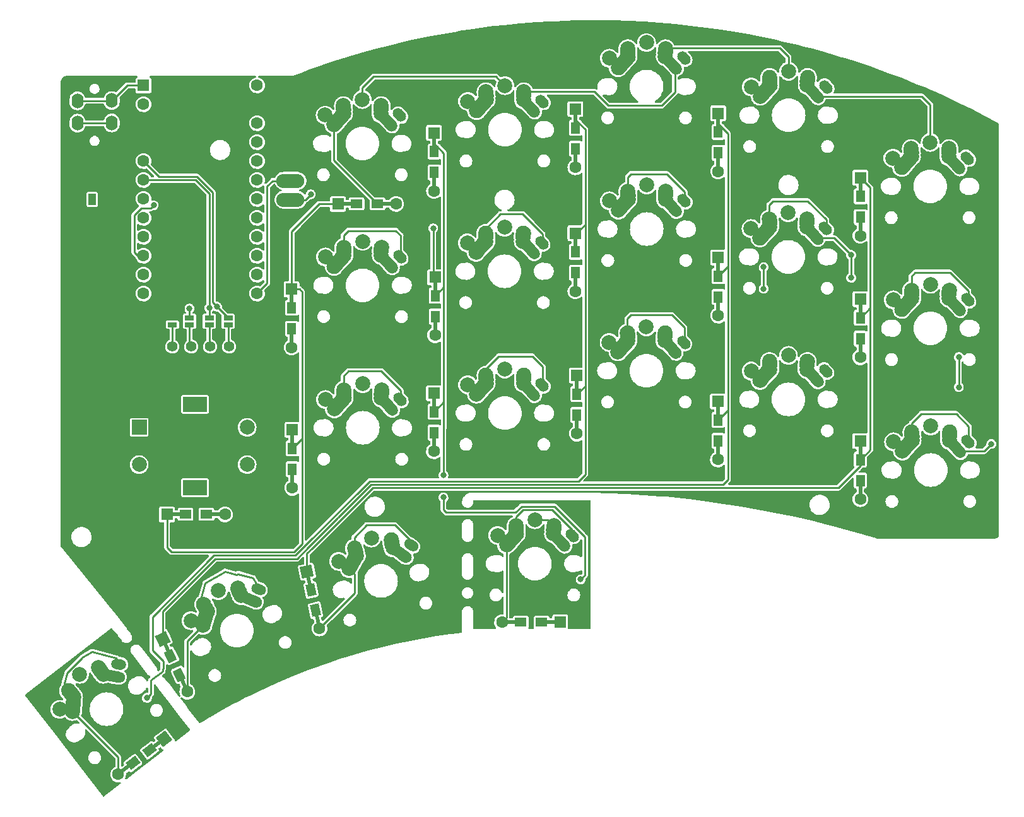
<source format=gbr>
%TF.GenerationSoftware,KiCad,Pcbnew,(5.99.0-11550-g369d813a32)*%
%TF.CreationDate,2021-08-18T15:47:15+05:30*%
%TF.ProjectId,Pteron36v0,50746572-6f6e-4333-9676-302e6b696361,rev?*%
%TF.SameCoordinates,Original*%
%TF.FileFunction,Copper,L2,Bot*%
%TF.FilePolarity,Positive*%
%FSLAX46Y46*%
G04 Gerber Fmt 4.6, Leading zero omitted, Abs format (unit mm)*
G04 Created by KiCad (PCBNEW (5.99.0-11550-g369d813a32)) date 2021-08-18 15:47:15*
%MOMM*%
%LPD*%
G01*
G04 APERTURE LIST*
G04 Aperture macros list*
%AMHorizOval*
0 Thick line with rounded ends*
0 $1 width*
0 $2 $3 position (X,Y) of the first rounded end (center of the circle)*
0 $4 $5 position (X,Y) of the second rounded end (center of the circle)*
0 Add line between two ends*
20,1,$1,$2,$3,$4,$5,0*
0 Add two circle primitives to create the rounded ends*
1,1,$1,$2,$3*
1,1,$1,$4,$5*%
%AMRotRect*
0 Rectangle, with rotation*
0 The origin of the aperture is its center*
0 $1 length*
0 $2 width*
0 $3 Rotation angle, in degrees counterclockwise*
0 Add horizontal line*
21,1,$1,$2,0,0,$3*%
G04 Aperture macros list end*
%TA.AperFunction,SMDPad,CuDef*%
%ADD10HorizOval,2.000000X-0.160865X0.242121X0.160865X-0.242121X0*%
%TD*%
%TA.AperFunction,ComponentPad*%
%ADD11C,2.000000*%
%TD*%
%TA.AperFunction,ComponentPad*%
%ADD12HorizOval,1.500000X0.245734X-0.045988X-0.245734X0.045988X0*%
%TD*%
%TA.AperFunction,SMDPad,CuDef*%
%ADD13HorizOval,1.500000X-1.209775X0.226403X1.209775X-0.226403X0*%
%TD*%
%TA.AperFunction,SMDPad,CuDef*%
%ADD14HorizOval,2.000000X0.075244X0.977887X-0.075244X-0.977887X0*%
%TD*%
%TA.AperFunction,ComponentPad*%
%ADD15HorizOval,1.400000X-0.294881X0.055185X0.294881X-0.055185X0*%
%TD*%
%TA.AperFunction,SMDPad,CuDef*%
%ADD16HorizOval,2.000000X-0.192236X0.218049X0.192236X-0.218049X0*%
%TD*%
%TA.AperFunction,ComponentPad*%
%ADD17R,1.600000X1.600000*%
%TD*%
%TA.AperFunction,ComponentPad*%
%ADD18C,1.600000*%
%TD*%
%TA.AperFunction,SMDPad,CuDef*%
%ADD19HorizOval,2.000000X-0.019771X-0.290016X0.019771X0.290016X0*%
%TD*%
%TA.AperFunction,SMDPad,CuDef*%
%ADD20HorizOval,1.500000X-0.821954X0.916082X0.821954X-0.916082X0*%
%TD*%
%TA.AperFunction,ComponentPad*%
%ADD21HorizOval,1.500000X0.166958X-0.186078X-0.166958X0.186078X0*%
%TD*%
%TA.AperFunction,SMDPad,CuDef*%
%ADD22HorizOval,2.000000X0.654995X0.730004X-0.654995X-0.730004X0*%
%TD*%
%TA.AperFunction,SMDPad,CuDef*%
%ADD23HorizOval,2.000000X-0.019771X0.290016X0.019771X-0.290016X0*%
%TD*%
%TA.AperFunction,ComponentPad*%
%ADD24HorizOval,1.400000X-0.200350X0.223293X0.200350X-0.223293X0*%
%TD*%
%TA.AperFunction,SMDPad,CuDef*%
%ADD25HorizOval,1.500000X-1.000747X0.716464X1.000747X-0.716464X0*%
%TD*%
%TA.AperFunction,ComponentPad*%
%ADD26HorizOval,1.500000X0.203275X-0.145531X-0.203275X0.145531X0*%
%TD*%
%TA.AperFunction,SMDPad,CuDef*%
%ADD27HorizOval,2.000000X-0.043468X0.287421X0.043468X-0.287421X0*%
%TD*%
%TA.AperFunction,SMDPad,CuDef*%
%ADD28HorizOval,2.000000X0.481468X0.854467X-0.481468X-0.854467X0*%
%TD*%
%TA.AperFunction,SMDPad,CuDef*%
%ADD29HorizOval,2.000000X-0.082074X0.278862X0.082074X-0.278862X0*%
%TD*%
%TA.AperFunction,ComponentPad*%
%ADD30HorizOval,1.400000X-0.243930X0.174637X0.243930X-0.174637X0*%
%TD*%
%TA.AperFunction,SMDPad,CuDef*%
%ADD31R,0.500000X2.900000*%
%TD*%
%TA.AperFunction,SMDPad,CuDef*%
%ADD32R,1.200000X1.600000*%
%TD*%
%TA.AperFunction,SMDPad,CuDef*%
%ADD33R,1.600000X1.200000*%
%TD*%
%TA.AperFunction,SMDPad,CuDef*%
%ADD34R,2.900000X0.500000*%
%TD*%
%TA.AperFunction,SMDPad,CuDef*%
%ADD35HorizOval,2.000000X-0.104647X0.271199X0.104647X-0.271199X0*%
%TD*%
%TA.AperFunction,ComponentPad*%
%ADD36HorizOval,1.500000X0.229955X-0.098084X-0.229955X0.098084X0*%
%TD*%
%TA.AperFunction,SMDPad,CuDef*%
%ADD37HorizOval,1.500000X-1.132096X0.482880X1.132096X-0.482880X0*%
%TD*%
%TA.AperFunction,SMDPad,CuDef*%
%ADD38HorizOval,2.000000X0.285114X0.938422X-0.285114X-0.938422X0*%
%TD*%
%TA.AperFunction,ComponentPad*%
%ADD39HorizOval,1.400000X-0.275946X0.117701X0.275946X-0.117701X0*%
%TD*%
%TA.AperFunction,SMDPad,CuDef*%
%ADD40HorizOval,2.000000X-0.140485X0.254488X0.140485X-0.254488X0*%
%TD*%
%TA.AperFunction,ComponentPad*%
%ADD41O,1.600000X2.000000*%
%TD*%
%TA.AperFunction,ComponentPad*%
%ADD42C,1.397000*%
%TD*%
%TA.AperFunction,ComponentPad*%
%ADD43R,2.000000X2.000000*%
%TD*%
%TA.AperFunction,ComponentPad*%
%ADD44R,3.200000X2.000000*%
%TD*%
%TA.AperFunction,SMDPad,CuDef*%
%ADD45R,1.000000X1.500000*%
%TD*%
%TA.AperFunction,SMDPad,CuDef*%
%ADD46RotRect,1.600000X1.200000X37.500000*%
%TD*%
%TA.AperFunction,SMDPad,CuDef*%
%ADD47RotRect,2.900000X0.500000X37.500000*%
%TD*%
%TA.AperFunction,ComponentPad*%
%ADD48RotRect,1.600000X1.600000X37.500000*%
%TD*%
%TA.AperFunction,SMDPad,CuDef*%
%ADD49RotRect,2.900000X0.500000X115.000000*%
%TD*%
%TA.AperFunction,SMDPad,CuDef*%
%ADD50RotRect,1.600000X1.200000X115.000000*%
%TD*%
%TA.AperFunction,ComponentPad*%
%ADD51RotRect,1.600000X1.600000X115.000000*%
%TD*%
%TA.AperFunction,ComponentPad*%
%ADD52RotRect,1.600000X1.600000X102.500000*%
%TD*%
%TA.AperFunction,SMDPad,CuDef*%
%ADD53RotRect,2.900000X0.500000X102.500000*%
%TD*%
%TA.AperFunction,SMDPad,CuDef*%
%ADD54RotRect,1.600000X1.200000X102.500000*%
%TD*%
%TA.AperFunction,SMDPad,CuDef*%
%ADD55R,1.270000X0.635000*%
%TD*%
%TA.AperFunction,SMDPad,CuDef*%
%ADD56O,3.759200X1.879600*%
%TD*%
%TA.AperFunction,ViaPad*%
%ADD57C,0.800000*%
%TD*%
%TA.AperFunction,Conductor*%
%ADD58C,0.250000*%
%TD*%
G04 APERTURE END LIST*
D10*
%TO.P,SW20,1,1*%
%TO.N,/Row4*%
X117254506Y-139688751D03*
D11*
X114579531Y-140342207D03*
X117093832Y-139446503D03*
X117415180Y-139930998D03*
D12*
X119647645Y-140688493D03*
D11*
X117719561Y-140327675D03*
D13*
X118683603Y-140508084D03*
D14*
%TO.P,SW20,2,2*%
%TO.N,Net-(D20-Pad2)*%
X113677543Y-144349369D03*
D15*
X119824696Y-138964442D03*
D11*
X113448413Y-142974806D03*
X111891163Y-145052056D03*
X113063597Y-142539011D03*
D16*
X113256005Y-142756908D03*
D11*
X113752794Y-143371482D03*
X113602293Y-145327256D03*
%TD*%
D17*
%TO.P,U1,1,TX*%
%TO.N,/Serial*%
X123120968Y-61299844D03*
D18*
%TO.P,U1,2,RX*%
%TO.N,N/C*%
X123120968Y-63839844D03*
%TO.P,U1,3,GND*%
%TO.N,GND*%
X123120968Y-66379844D03*
%TO.P,U1,4,GND*%
X123120968Y-68919844D03*
%TO.P,U1,5,SCL*%
%TO.N,SDA*%
X123120968Y-71459844D03*
%TO.P,U1,6,SDA*%
%TO.N,SCL*%
X123120968Y-73999844D03*
%TO.P,U1,7,D4*%
%TO.N,N/C*%
X123120968Y-76539844D03*
%TO.P,U1,8,C6*%
X123120968Y-79079844D03*
%TO.P,U1,9,D7*%
%TO.N,/Row2*%
X123120968Y-81619844D03*
%TO.P,U1,10,E6*%
%TO.N,/Row1*%
X123120968Y-84159844D03*
%TO.P,U1,11,B4*%
%TO.N,/Row3*%
X123120968Y-86699844D03*
%TO.P,U1,12,B5*%
%TO.N,/Row4*%
X123120968Y-89239844D03*
%TO.P,U1,13,B6*%
%TO.N,/PWM*%
X138360968Y-89239844D03*
%TO.P,U1,14,B2*%
%TO.N,/Col5*%
X138360968Y-86699844D03*
%TO.P,U1,15,B3*%
%TO.N,/Col4*%
X138360968Y-84159844D03*
%TO.P,U1,16,B1*%
%TO.N,/Col3*%
X138360968Y-81619844D03*
%TO.P,U1,17,F7*%
%TO.N,/Col2*%
X138360968Y-79079844D03*
%TO.P,U1,18,F6*%
%TO.N,/Col1*%
X138360968Y-76539844D03*
%TO.P,U1,19,F5*%
%TO.N,/RotB*%
X138360968Y-73999844D03*
%TO.P,U1,20,F4*%
%TO.N,/RotA*%
X138360968Y-71459844D03*
%TO.P,U1,21,VCC*%
%TO.N,VCC*%
X138360968Y-68919844D03*
%TO.P,U1,22,RST*%
%TO.N,Net-(JP10-Pad1)*%
X138360968Y-66379844D03*
%TO.P,U1,23,GND*%
%TO.N,GND*%
X138360968Y-63839844D03*
%TO.P,U1,24,RAW*%
%TO.N,N/C*%
X138360968Y-61299844D03*
%TD*%
D11*
%TO.P,SW27,1,1*%
%TO.N,/Row2*%
X155074645Y-83054727D03*
X152534645Y-82234727D03*
D19*
X155054645Y-83344727D03*
D20*
X155689645Y-84864727D03*
D11*
X155034645Y-84134727D03*
D21*
X156344645Y-85594727D03*
D11*
X155034645Y-83634727D03*
%TO.P,SW27,2,2*%
%TO.N,Net-(D27-Pad2)*%
X150034645Y-83634727D03*
X150034645Y-84134727D03*
X148724645Y-85594727D03*
D22*
X149379645Y-84864727D03*
D23*
X150014645Y-83344727D03*
D24*
X157534645Y-84334727D03*
D11*
X147534645Y-84334727D03*
X149994645Y-83054727D03*
%TD*%
%TO.P,SW19,1,1*%
%TO.N,/Row3*%
X193114760Y-95100009D03*
D21*
X194424760Y-97060009D03*
D20*
X193769760Y-96330009D03*
D19*
X193134760Y-94810009D03*
D11*
X190614760Y-93700009D03*
X193154760Y-94520009D03*
X193114760Y-95600009D03*
D24*
%TO.P,SW19,2,2*%
%TO.N,Net-(D19-Pad2)*%
X195614760Y-95800009D03*
D23*
X188094760Y-94810009D03*
D11*
X188114760Y-95100009D03*
X185614760Y-95800009D03*
X188114760Y-95600009D03*
D22*
X187459760Y-96330009D03*
D11*
X186804760Y-97060009D03*
X188074760Y-94520009D03*
%TD*%
D19*
%TO.P,SW26,1,1*%
%TO.N,/Row1*%
X155011001Y-64309832D03*
D11*
X154991001Y-65099832D03*
D20*
X155646001Y-65829832D03*
D11*
X154991001Y-64599832D03*
D21*
X156301001Y-66559832D03*
D11*
X155031001Y-64019832D03*
X152491001Y-63199832D03*
%TO.P,SW26,2,2*%
%TO.N,Net-(D26-Pad2)*%
X149991001Y-65099832D03*
D22*
X149336001Y-65829832D03*
D24*
X157491001Y-65299832D03*
D23*
X149971001Y-64309832D03*
D11*
X149951001Y-64019832D03*
X147491001Y-65299832D03*
X148681001Y-66559832D03*
X149991001Y-64599832D03*
%TD*%
D19*
%TO.P,SW23,1,1*%
%TO.N,/Row2*%
X174097782Y-81459207D03*
D11*
X174117782Y-81169207D03*
D20*
X174732782Y-82979207D03*
D11*
X174077782Y-81749207D03*
D21*
X175387782Y-83709207D03*
D11*
X174077782Y-82249207D03*
X171577782Y-80349207D03*
%TO.P,SW23,2,2*%
%TO.N,Net-(D23-Pad2)*%
X169077782Y-81749207D03*
D22*
X168422782Y-82979207D03*
D24*
X176577782Y-82449207D03*
D23*
X169057782Y-81459207D03*
D11*
X166577782Y-82449207D03*
X169077782Y-82249207D03*
X169037782Y-81169207D03*
X167767782Y-83709207D03*
%TD*%
%TO.P,SW28,1,1*%
%TO.N,/Row3*%
X155054023Y-103260179D03*
X155054023Y-102760179D03*
D21*
X156364023Y-104720179D03*
D11*
X155094023Y-102180179D03*
D20*
X155709023Y-103990179D03*
D11*
X152554023Y-101360179D03*
D19*
X155074023Y-102470179D03*
D11*
%TO.P,SW28,2,2*%
%TO.N,Net-(D28-Pad2)*%
X147554023Y-103460179D03*
D22*
X149399023Y-103990179D03*
D11*
X150054023Y-102760179D03*
D23*
X150034023Y-102470179D03*
D11*
X150014023Y-102180179D03*
X150054023Y-103260179D03*
X148744023Y-104720179D03*
D24*
X157554023Y-103460179D03*
%TD*%
D11*
%TO.P,SW22,1,1*%
%TO.N,/Row1*%
X174124694Y-63238582D03*
X174164694Y-62158582D03*
D20*
X174779694Y-63968582D03*
D21*
X175434694Y-64698582D03*
D11*
X171624694Y-61338582D03*
X174124694Y-62738582D03*
D19*
X174144694Y-62448582D03*
D11*
%TO.P,SW22,2,2*%
%TO.N,Net-(D22-Pad2)*%
X167814694Y-64698582D03*
D23*
X169104694Y-62448582D03*
D22*
X168469694Y-63968582D03*
D11*
X169124694Y-62738582D03*
X166624694Y-63438582D03*
D24*
X176624694Y-63438582D03*
D11*
X169124694Y-63238582D03*
X169084694Y-62158582D03*
%TD*%
D19*
%TO.P,SW24,1,1*%
%TO.N,/Row3*%
X174141427Y-100494103D03*
D11*
X174161427Y-100204103D03*
D20*
X174776427Y-102014103D03*
D21*
X175431427Y-102744103D03*
D11*
X174121427Y-100784103D03*
X174121427Y-101284103D03*
X171621427Y-99384103D03*
D24*
%TO.P,SW24,2,2*%
%TO.N,Net-(D24-Pad2)*%
X176621427Y-101484103D03*
D11*
X169121427Y-100784103D03*
X169121427Y-101284103D03*
X167811427Y-102744103D03*
D22*
X168466427Y-102014103D03*
D23*
X169101427Y-100494103D03*
D11*
X166621427Y-101484103D03*
X169081427Y-100204103D03*
%TD*%
D20*
%TO.P,SW12,1,1*%
%TO.N,/Row1*%
X212857729Y-62039418D03*
D19*
X212222729Y-60519418D03*
D11*
X209702729Y-59409418D03*
D21*
X213512729Y-62769418D03*
D11*
X212202729Y-61309418D03*
X212202729Y-60809418D03*
X212242729Y-60229418D03*
%TO.P,SW12,2,2*%
%TO.N,Net-(D12-Pad2)*%
X205892729Y-62769418D03*
X204702729Y-61509418D03*
D23*
X207182729Y-60519418D03*
D24*
X214702729Y-61509418D03*
D11*
X207202729Y-61309418D03*
D22*
X206547729Y-62039418D03*
D11*
X207162729Y-60229418D03*
X207202729Y-60809418D03*
%TD*%
D25*
%TO.P,SW10,1,1*%
%TO.N,/Row4*%
X157377854Y-123938379D03*
D11*
X156580380Y-123367451D03*
D26*
X158175329Y-124509307D03*
D11*
X156472160Y-122879303D03*
X156385677Y-122304394D03*
X153728404Y-122053588D03*
D27*
X156428918Y-122591848D03*
D28*
%TO.P,SW10,2,2*%
%TO.N,Net-(D10-Pad2)*%
X151217427Y-125304113D03*
D29*
X151508386Y-123682704D03*
D11*
X151590680Y-123961501D03*
X149301447Y-125186007D03*
X151426093Y-123403907D03*
D30*
X159064408Y-123021611D03*
D11*
X151698900Y-124449649D03*
X150735954Y-126158577D03*
%TD*%
%TO.P,SW9,1,1*%
%TO.N,/Row3*%
X231277191Y-108431435D03*
D19*
X231297191Y-108141435D03*
D11*
X228777191Y-107031435D03*
X231277191Y-108931435D03*
D20*
X231932191Y-109661435D03*
D21*
X232587191Y-110391435D03*
D11*
X231317191Y-107851435D03*
%TO.P,SW9,2,2*%
%TO.N,Net-(D9-Pad2)*%
X226237191Y-107851435D03*
D22*
X225622191Y-109661435D03*
D24*
X233777191Y-109131435D03*
D11*
X226277191Y-108431435D03*
X224967191Y-110391435D03*
X226277191Y-108931435D03*
X223777191Y-109131435D03*
D23*
X226257191Y-108141435D03*
%TD*%
D11*
%TO.P,SW8,1,1*%
%TO.N,/Row2*%
X231233550Y-89896534D03*
D21*
X232543550Y-91356534D03*
D19*
X231253550Y-89106534D03*
D11*
X231233550Y-89396534D03*
X228733550Y-87996534D03*
X231273550Y-88816534D03*
D20*
X231888550Y-90626534D03*
D22*
%TO.P,SW8,2,2*%
%TO.N,Net-(D8-Pad2)*%
X225578550Y-90626534D03*
D11*
X226233550Y-89896534D03*
X226233550Y-89396534D03*
D23*
X226213550Y-89106534D03*
D11*
X224923550Y-91356534D03*
X226193550Y-88816534D03*
D24*
X233733550Y-90096534D03*
D11*
X223733550Y-90096534D03*
%TD*%
D17*
%TO.P,D22,1,K*%
%TO.N,/Col4*%
X162114161Y-67681297D03*
D31*
X162114161Y-69081297D03*
D32*
X162114161Y-70181297D03*
D18*
%TO.P,D22,2,A*%
%TO.N,Net-(D22-Pad2)*%
X162114161Y-75481297D03*
D32*
X162114161Y-72981297D03*
D31*
X162114161Y-74081297D03*
%TD*%
D32*
%TO.P,D19,1,K*%
%TO.N,/Col3*%
X181289170Y-102741131D03*
D31*
X181289170Y-101641131D03*
D17*
X181289170Y-100241131D03*
D32*
%TO.P,D19,2,A*%
%TO.N,Net-(D19-Pad2)*%
X181289170Y-105541131D03*
D31*
X181289170Y-106641131D03*
D18*
X181289170Y-108041131D03*
%TD*%
D33*
%TO.P,D26,1,K*%
%TO.N,/Col5*%
X151718369Y-77212943D03*
D34*
X150618369Y-77212943D03*
D17*
X149218369Y-77212943D03*
D34*
%TO.P,D26,2,A*%
%TO.N,Net-(D26-Pad2)*%
X155618369Y-77212943D03*
D33*
X154518369Y-77212943D03*
D18*
X157018369Y-77212943D03*
%TD*%
D32*
%TO.P,D28,1,K*%
%TO.N,/Col5*%
X143092015Y-110021782D03*
D17*
X143092015Y-107521782D03*
D31*
X143092015Y-108921782D03*
D18*
%TO.P,D28,2,A*%
%TO.N,Net-(D28-Pad2)*%
X143092015Y-115321782D03*
D31*
X143092015Y-113921782D03*
D32*
X143092015Y-112821782D03*
%TD*%
D31*
%TO.P,D27,1,K*%
%TO.N,/Col5*%
X142999847Y-90068004D03*
D32*
X142999847Y-91168004D03*
D17*
X142999847Y-88668004D03*
D31*
%TO.P,D27,2,A*%
%TO.N,Net-(D27-Pad2)*%
X142999847Y-95068004D03*
D32*
X142999847Y-93968004D03*
D18*
X142999847Y-96468004D03*
%TD*%
D31*
%TO.P,D14,1,K*%
%TO.N,/Col2*%
X200213177Y-105107103D03*
D17*
X200213177Y-103707103D03*
D32*
X200213177Y-106207103D03*
%TO.P,D14,2,A*%
%TO.N,Net-(D14-Pad2)*%
X200213177Y-109007103D03*
D18*
X200213177Y-111507103D03*
D31*
X200213177Y-110107103D03*
%TD*%
D17*
%TO.P,D24,1,K*%
%TO.N,/Col4*%
X162104377Y-102608300D03*
D31*
X162104377Y-104008300D03*
D32*
X162104377Y-105108300D03*
%TO.P,D24,2,A*%
%TO.N,Net-(D24-Pad2)*%
X162104377Y-107908300D03*
D18*
X162104377Y-110408300D03*
D31*
X162104377Y-109008300D03*
%TD*%
%TO.P,D9,1,K*%
%TO.N,/Col1*%
X219320188Y-110431435D03*
D32*
X219320188Y-111531435D03*
D17*
X219320188Y-109031435D03*
D31*
%TO.P,D9,2,A*%
%TO.N,Net-(D9-Pad2)*%
X219320188Y-115431435D03*
D18*
X219320188Y-116831435D03*
D32*
X219320188Y-114331435D03*
%TD*%
D19*
%TO.P,SW17,1,1*%
%TO.N,/Row1*%
X193162292Y-56673929D03*
D11*
X193182292Y-56383929D03*
X193142292Y-57463929D03*
X193142292Y-56963929D03*
D21*
X194452292Y-58923929D03*
D20*
X193797292Y-58193929D03*
D11*
X190642292Y-55563929D03*
D24*
%TO.P,SW17,2,2*%
%TO.N,Net-(D17-Pad2)*%
X195642292Y-57663929D03*
D11*
X185642292Y-57663929D03*
D23*
X188122292Y-56673929D03*
D11*
X188142292Y-57463929D03*
X188102292Y-56383929D03*
X188142292Y-56963929D03*
D22*
X187487292Y-58193929D03*
D11*
X186832292Y-58923929D03*
%TD*%
D32*
%TO.P,D13,1,K*%
%TO.N,/Col2*%
X200242334Y-86900540D03*
D17*
X200242334Y-84400540D03*
D31*
X200242334Y-85800540D03*
D32*
%TO.P,D13,2,A*%
%TO.N,Net-(D13-Pad2)*%
X200242334Y-89700540D03*
D18*
X200242334Y-92200540D03*
D31*
X200242334Y-90800540D03*
%TD*%
D11*
%TO.P,SW15,1,1*%
%TO.N,/Row4*%
X136229905Y-129787896D03*
X133161161Y-129122457D03*
X135809730Y-128792179D03*
D35*
X135914163Y-129063461D03*
D36*
X138034191Y-130557476D03*
D11*
X136018596Y-129334742D03*
D37*
X137132048Y-130172686D03*
D11*
%TO.P,SW15,2,2*%
%TO.N,Net-(D15-Pad2)*%
X131205686Y-130939080D03*
D38*
X131413246Y-132839407D03*
D11*
X131128126Y-133777827D03*
X129517121Y-133138795D03*
X131698366Y-131900988D03*
D39*
X138580199Y-128912612D03*
D40*
X131346372Y-131193457D03*
D11*
X131487057Y-131447834D03*
%TD*%
D21*
%TO.P,SW14,1,1*%
%TO.N,/Row3*%
X213485192Y-100905490D03*
D11*
X212175192Y-98945490D03*
X212175192Y-99445490D03*
X212215192Y-98365490D03*
D19*
X212195192Y-98655490D03*
D11*
X209675192Y-97545490D03*
D20*
X212830192Y-100175490D03*
D11*
%TO.P,SW14,2,2*%
%TO.N,Net-(D14-Pad2)*%
X207135192Y-98365490D03*
X204675192Y-99645490D03*
D22*
X206520192Y-100175490D03*
D23*
X207155192Y-98655490D03*
D24*
X214675192Y-99645490D03*
D11*
X205865192Y-100905490D03*
X207175192Y-98945490D03*
X207175192Y-99445490D03*
%TD*%
%TO.P,SW7,1,1*%
%TO.N,/Row1*%
X231229902Y-69781632D03*
X228689902Y-68961632D03*
X231189902Y-70861632D03*
D20*
X231844902Y-71591632D03*
D21*
X232499902Y-72321632D03*
D19*
X231209902Y-70071632D03*
D11*
X231189902Y-70361632D03*
D22*
%TO.P,SW7,2,2*%
%TO.N,Net-(D7-Pad2)*%
X225534902Y-71591632D03*
D11*
X223689902Y-71061632D03*
X226189902Y-70361632D03*
X226149902Y-69781632D03*
X224879902Y-72321632D03*
D24*
X233689902Y-71061632D03*
D23*
X226169902Y-70071632D03*
D11*
X226189902Y-70861632D03*
%TD*%
D32*
%TO.P,D17,1,K*%
%TO.N,/Col3*%
X181083769Y-66999142D03*
D31*
X181083769Y-65899142D03*
D17*
X181083769Y-64499142D03*
D31*
%TO.P,D17,2,A*%
%TO.N,Net-(D17-Pad2)*%
X181083769Y-70899142D03*
D32*
X181083769Y-69799142D03*
D18*
X181083769Y-72299142D03*
%TD*%
D17*
%TO.P,D8,1,K*%
%TO.N,/Col1*%
X219320189Y-89996535D03*
D32*
X219320189Y-92496535D03*
D31*
X219320189Y-91396535D03*
%TO.P,D8,2,A*%
%TO.N,Net-(D8-Pad2)*%
X219320189Y-96396535D03*
D32*
X219320189Y-95296535D03*
D18*
X219320189Y-97796535D03*
%TD*%
D19*
%TO.P,SW18,1,1*%
%TO.N,/Row2*%
X193181675Y-75799380D03*
D11*
X193161675Y-76089380D03*
X190661675Y-74689380D03*
D20*
X193816675Y-77319380D03*
D11*
X193161675Y-76589380D03*
D21*
X194471675Y-78049380D03*
D11*
X193201675Y-75509380D03*
D24*
%TO.P,SW18,2,2*%
%TO.N,Net-(D18-Pad2)*%
X195661675Y-76789380D03*
D11*
X188121675Y-75509380D03*
X188161675Y-76089380D03*
X185661675Y-76789380D03*
D23*
X188141675Y-75799380D03*
D22*
X187506675Y-77319380D03*
D11*
X186851675Y-78049380D03*
X188161675Y-76589380D03*
%TD*%
D32*
%TO.P,D23,1,K*%
%TO.N,/Col4*%
X162266117Y-89536384D03*
D17*
X162266117Y-87036384D03*
D31*
X162266117Y-88436384D03*
D18*
%TO.P,D23,2,A*%
%TO.N,Net-(D23-Pad2)*%
X162266117Y-94836384D03*
D31*
X162266117Y-93436384D03*
D32*
X162266117Y-92336384D03*
%TD*%
D17*
%TO.P,D18,1,K*%
%TO.N,/Col3*%
X181083770Y-81136143D03*
D32*
X181083770Y-83636143D03*
D31*
X181083770Y-82536143D03*
%TO.P,D18,2,A*%
%TO.N,Net-(D18-Pad2)*%
X181083770Y-87536143D03*
D18*
X181083770Y-88936143D03*
D32*
X181083770Y-86436143D03*
%TD*%
%TO.P,D12,1,K*%
%TO.N,/Col2*%
X200242333Y-67557942D03*
D31*
X200242333Y-66457942D03*
D17*
X200242333Y-65057942D03*
D18*
%TO.P,D12,2,A*%
%TO.N,Net-(D12-Pad2)*%
X200242333Y-72857942D03*
D32*
X200242333Y-70357942D03*
D31*
X200242333Y-71457942D03*
%TD*%
%TO.P,D7,1,K*%
%TO.N,/Col1*%
X219320190Y-75092116D03*
D32*
X219320190Y-76192116D03*
D17*
X219320190Y-73692116D03*
D32*
%TO.P,D7,2,A*%
%TO.N,Net-(D7-Pad2)*%
X219320190Y-78992116D03*
D31*
X219320190Y-80092116D03*
D18*
X219320190Y-81492116D03*
%TD*%
D41*
%TO.P,J1,1*%
%TO.N,GND*%
X114267769Y-71444144D03*
%TO.P,J1,2*%
X118867769Y-70344144D03*
%TO.P,J1,3*%
%TO.N,VCC*%
X118867769Y-66344144D03*
%TO.P,J1,4*%
%TO.N,/Serial*%
X118867769Y-63344144D03*
%TD*%
D42*
%TO.P,J3,1,Pin_1*%
%TO.N,Net-(J3-Pad1)*%
X134601768Y-96339143D03*
%TO.P,J3,2,Pin_2*%
%TO.N,Net-(J3-Pad2)*%
X132061768Y-96339143D03*
%TO.P,J3,3,Pin_3*%
%TO.N,Net-(J3-Pad3)*%
X129521768Y-96339143D03*
%TO.P,J3,4,Pin_4*%
%TO.N,Net-(J3-Pad4)*%
X126981768Y-96339143D03*
%TD*%
D33*
%TO.P,D_RE1,1,K*%
%TO.N,/Col5*%
X128769999Y-118884001D03*
D34*
X127669999Y-118884001D03*
D17*
X126269999Y-118884001D03*
D33*
%TO.P,D_RE1,2,A*%
%TO.N,Net-(D_RE1-Pad2)*%
X131569999Y-118884001D03*
D34*
X132669999Y-118884001D03*
D18*
X134069999Y-118884001D03*
%TD*%
D43*
%TO.P,RE1,A,A*%
%TO.N,/RotA*%
X122550000Y-107200000D03*
D11*
%TO.P,RE1,B,B*%
%TO.N,/RotB*%
X122550000Y-112200000D03*
%TO.P,RE1,C,C*%
%TO.N,GND*%
X122550000Y-109700000D03*
D44*
%TO.P,RE1,MP*%
%TO.N,N/C*%
X130050000Y-115300000D03*
X130050000Y-104100000D03*
D11*
%TO.P,RE1,S1,S1*%
%TO.N,Net-(D_RE1-Pad2)*%
X137050000Y-112200000D03*
%TO.P,RE1,S2,S2*%
%TO.N,/Row4*%
X137050000Y-107200000D03*
%TD*%
D19*
%TO.P,SW13,1,1*%
%TO.N,/Row2*%
X212175820Y-79530046D03*
D20*
X212810820Y-81050046D03*
D11*
X212195820Y-79240046D03*
X209655820Y-78420046D03*
D21*
X213465820Y-81780046D03*
D11*
X212155820Y-80320046D03*
X212155820Y-79820046D03*
%TO.P,SW13,2,2*%
%TO.N,Net-(D13-Pad2)*%
X204655820Y-80520046D03*
D23*
X207135820Y-79530046D03*
D11*
X207155820Y-80320046D03*
D24*
X214655820Y-80520046D03*
D11*
X207155820Y-79820046D03*
D22*
X206500820Y-81050046D03*
D11*
X205845820Y-81780046D03*
X207115820Y-79240046D03*
%TD*%
%TO.P,SW25,1,1*%
%TO.N,/Row4*%
X175656513Y-119590813D03*
D21*
X179466513Y-122950813D03*
D20*
X178811513Y-122220813D03*
D11*
X178156513Y-120990813D03*
D19*
X178176513Y-120700813D03*
D11*
X178196513Y-120410813D03*
X178156513Y-121490813D03*
D22*
%TO.P,SW25,2,2*%
%TO.N,Net-(D25-Pad2)*%
X172501513Y-122220813D03*
D11*
X171846513Y-122950813D03*
D24*
X180656513Y-121690813D03*
D11*
X173116513Y-120410813D03*
X173156513Y-120990813D03*
X173156513Y-121490813D03*
D23*
X173136513Y-120700813D03*
D11*
X170656513Y-121690813D03*
%TD*%
D17*
%TO.P,D25,1,K*%
%TO.N,/Col4*%
X179048514Y-133364814D03*
D33*
X176548514Y-133364814D03*
D34*
X177648514Y-133364814D03*
%TO.P,D25,2,A*%
%TO.N,Net-(D25-Pad2)*%
X172648514Y-133364814D03*
D18*
X171248514Y-133364814D03*
D33*
X173748514Y-133364814D03*
%TD*%
D45*
%TO.P,JP10,1,1*%
%TO.N,Net-(JP10-Pad1)*%
X116250000Y-76600000D03*
%TO.P,JP10,2,2*%
%TO.N,GND*%
X117550000Y-76600000D03*
%TD*%
D46*
%TO.P,D20,1,K*%
%TO.N,/Col3*%
X123935209Y-150546547D03*
D47*
X124807897Y-149876909D03*
D48*
X125918592Y-149024643D03*
D18*
%TO.P,D20,2,A*%
%TO.N,Net-(D20-Pad2)*%
X119730436Y-153772983D03*
D46*
X121713819Y-152251079D03*
D47*
X120841131Y-152920717D03*
%TD*%
D49*
%TO.P,D15,1,K*%
%TO.N,/Col2*%
X126306221Y-136872374D03*
D50*
X126771101Y-137869312D03*
D51*
X125714556Y-135603543D03*
D18*
%TO.P,D15,2,A*%
%TO.N,Net-(D15-Pad2)*%
X129010978Y-142672743D03*
D49*
X128419313Y-141403912D03*
D50*
X127954433Y-140406974D03*
%TD*%
D52*
%TO.P,D10,1,K*%
%TO.N,/Col1*%
X145060655Y-126567587D03*
D53*
X145363670Y-127934401D03*
D54*
X145601754Y-129008327D03*
%TO.P,D10,2,A*%
%TO.N,Net-(D10-Pad2)*%
X146207784Y-131741955D03*
D18*
X146748883Y-134182695D03*
D53*
X146445868Y-132815881D03*
%TD*%
D41*
%TO.P,J2,1*%
%TO.N,GND*%
X118867769Y-71480142D03*
%TO.P,J2,2*%
X114267769Y-70380142D03*
%TO.P,J2,3*%
%TO.N,VCC*%
X114267769Y-66380142D03*
%TO.P,J2,4*%
%TO.N,/Serial*%
X114267769Y-63380142D03*
%TD*%
D55*
%TO.P,JP5,1,1*%
%TO.N,SDA*%
X134500169Y-92511363D03*
%TO.P,JP5,2,2*%
%TO.N,Net-(J3-Pad1)*%
X134500169Y-93410523D03*
%TD*%
%TO.P,JP6,1,1*%
%TO.N,SCL*%
X131960168Y-92511364D03*
%TO.P,JP6,2,2*%
%TO.N,Net-(J3-Pad2)*%
X131960168Y-93410524D03*
%TD*%
%TO.P,JP7,1,1*%
%TO.N,VCC*%
X129293169Y-92511364D03*
%TO.P,JP7,2,2*%
%TO.N,Net-(J3-Pad3)*%
X129293169Y-93410524D03*
%TD*%
%TO.P,JP8,1,1*%
%TO.N,GND*%
X127007168Y-92511364D03*
%TO.P,JP8,2,2*%
%TO.N,Net-(J3-Pad4)*%
X127007168Y-93410524D03*
%TD*%
D56*
%TO.P,PWM_PAD1,1,Pin_1*%
%TO.N,GND*%
X142856770Y-71574144D03*
%TO.P,PWM_PAD1,2,Pin_2*%
%TO.N,/PWM*%
X142856770Y-74114144D03*
%TO.P,PWM_PAD1,3,Pin_3*%
%TO.N,VCC*%
X142856770Y-76654144D03*
%TD*%
D57*
%TO.N,Net-(D13-Pad2)*%
X206353817Y-88595094D03*
X206353818Y-85699493D03*
%TO.N,/Col3*%
X123584391Y-143508300D03*
%TO.N,/Col4*%
X163384391Y-116608300D03*
X162008367Y-80484697D03*
X181800000Y-127600000D03*
X163384391Y-113608300D03*
%TO.N,/Row1*%
X124500000Y-77400000D03*
%TO.N,/Row2*%
X218091569Y-87118943D03*
X232543550Y-97762162D03*
X232543549Y-101800762D03*
X218091567Y-84070943D03*
%TO.N,/Row3*%
X236901368Y-109432842D03*
%TO.N,VCC*%
X129301632Y-91242205D03*
X145574569Y-75917544D03*
%TO.N,GND*%
X136201969Y-92478343D03*
X117600000Y-76600000D03*
X141942368Y-69491343D03*
%TO.N,SCL*%
X131960168Y-91157542D03*
%TO.N,SDA*%
X132997759Y-91008955D03*
%TO.N,/PWM*%
X142856768Y-74114143D03*
%TO.N,Net-(JP10-Pad1)*%
X116200000Y-76600000D03*
%TD*%
D58*
%TO.N,/Col1*%
X219320190Y-73692116D02*
X220656968Y-75028894D01*
X145756196Y-123415946D02*
X145756195Y-123411717D01*
X149320149Y-119847763D02*
X149344926Y-119847764D01*
X220656968Y-110194655D02*
X219320190Y-111531435D01*
X148389206Y-120778704D02*
X148876570Y-120291342D01*
X149344926Y-119847764D02*
X153885350Y-115307339D01*
X219320188Y-112372501D02*
X219320188Y-111531435D01*
X220557580Y-91259144D02*
X219320189Y-92496534D01*
X220656968Y-75028894D02*
X220656967Y-91259144D01*
X153885350Y-115307339D02*
X216385351Y-115307340D01*
X220656967Y-91259144D02*
X220557580Y-91259144D01*
X216385351Y-115307340D02*
X219320188Y-112372501D01*
X148389206Y-120778704D02*
X149320149Y-119847763D01*
X145060655Y-124111487D02*
X145060655Y-126567588D01*
X220656967Y-91259144D02*
X220656967Y-108962943D01*
X145756196Y-123415946D02*
X145060655Y-124111487D01*
X220656967Y-108962943D02*
X220656968Y-110194655D01*
X145756195Y-123411717D02*
X148389206Y-120778704D01*
%TO.N,Net-(D8-Pad2)*%
X233833549Y-88897533D02*
X233833549Y-89996535D01*
X226193548Y-88816534D02*
X226193550Y-86907346D01*
X226193550Y-86907346D02*
X226679371Y-86421524D01*
X226679371Y-86421524D02*
X231357542Y-86421523D01*
X231357542Y-86421523D02*
X233833549Y-88897533D01*
%TO.N,Net-(D9-Pad2)*%
X232188569Y-105381542D02*
X233877191Y-107070166D01*
X226237192Y-107851434D02*
X226237192Y-106633920D01*
X226237192Y-106633920D02*
X227489570Y-105381544D01*
X233877191Y-107070166D02*
X233877192Y-109031433D01*
X227489570Y-105381544D02*
X232188569Y-105381542D01*
%TO.N,Net-(D10-Pad2)*%
X153087354Y-120297773D02*
X156858059Y-120297774D01*
X150481641Y-130449940D02*
X146748882Y-134182699D01*
X156858059Y-120297774D02*
X159140392Y-122580108D01*
X150483387Y-130449941D02*
X151482514Y-129450813D01*
X159140392Y-122580108D02*
X159140393Y-122902339D01*
X151482514Y-129450813D02*
X151482515Y-126905137D01*
X151426093Y-121959034D02*
X153087354Y-120297773D01*
X150481641Y-130449940D02*
X150483387Y-130449941D01*
X151482515Y-126905137D02*
X150735954Y-126158577D01*
X151426093Y-123403907D02*
X151426093Y-121959034D01*
%TO.N,/Col2*%
X143712168Y-124823563D02*
X132767170Y-124823564D01*
X201556168Y-85586705D02*
X200242334Y-86900542D01*
X125714557Y-134461754D02*
X125714559Y-135603543D01*
X132767170Y-124823564D02*
X125714559Y-131876175D01*
X201556167Y-104864110D02*
X200213179Y-106207103D01*
X201556168Y-103980076D02*
X201556167Y-104864110D01*
X200934870Y-114857819D02*
X201556168Y-114236523D01*
X149222508Y-119308300D02*
X153672988Y-114857819D01*
X200242333Y-66457943D02*
X201556168Y-67771780D01*
X201556168Y-82165942D02*
X201556168Y-85586705D01*
X148579001Y-119952501D02*
X148690170Y-119841332D01*
X201556168Y-82165942D02*
X201556168Y-103980076D01*
X148690170Y-119841332D02*
X149133748Y-119397754D01*
X201556168Y-67771780D02*
X201556168Y-82165942D01*
X145306187Y-123225314D02*
X145306187Y-123229544D01*
X125714559Y-131876175D02*
X125714557Y-134461754D01*
X201556168Y-114236523D02*
X201556168Y-103980076D01*
X145306187Y-123229544D02*
X143712168Y-124823563D01*
X148579001Y-119952501D02*
X145306187Y-123225314D01*
X153672988Y-114857819D02*
X200934870Y-114857819D01*
X148690167Y-119841334D02*
X148579001Y-119952501D01*
%TO.N,Net-(D13-Pad2)*%
X206353818Y-85699493D02*
X206353817Y-88595094D01*
X207115819Y-79240046D02*
X207115820Y-77330857D01*
X212279811Y-76845036D02*
X214755820Y-79321043D01*
X207601642Y-76845035D02*
X212279811Y-76845036D01*
X214755820Y-79321043D02*
X214755818Y-80420045D01*
X207115820Y-77330857D02*
X207601642Y-76845035D01*
%TO.N,Net-(D15-Pad2)*%
X129010978Y-135894975D02*
X129010978Y-142672743D01*
X131428525Y-128065836D02*
X134090169Y-126529136D01*
X135651536Y-126947502D02*
X135805513Y-126858603D01*
X137833074Y-127401886D02*
X138628568Y-128779719D01*
X131205686Y-130939080D02*
X130832048Y-130291919D01*
X130832048Y-130291919D02*
X131428525Y-128065836D01*
X131128126Y-133777827D02*
X129010978Y-135894975D01*
X135805513Y-126858603D02*
X137833074Y-127401886D01*
X134090169Y-126529136D02*
X135651536Y-126947502D01*
%TO.N,/Col3*%
X182404569Y-104188122D02*
X182413682Y-104197235D01*
X124326896Y-137150804D02*
X125784391Y-138608299D01*
X132580770Y-124373553D02*
X124326896Y-132627429D01*
X144856176Y-123038914D02*
X144856178Y-123043142D01*
X182413682Y-113479009D02*
X181484390Y-114408300D01*
X125696134Y-139969012D02*
X124142872Y-141160872D01*
X182404568Y-101625734D02*
X182404569Y-104188122D01*
X124326896Y-132627429D02*
X124326896Y-137150804D01*
X181083768Y-65899143D02*
X182404569Y-67219943D01*
X144856178Y-123043142D02*
X143525768Y-124373554D01*
X182404569Y-79956141D02*
X182404568Y-101625734D01*
X125784391Y-139298633D02*
X125696134Y-139969012D01*
X182404568Y-101625734D02*
X181289172Y-102741129D01*
X125784391Y-138608299D02*
X125784391Y-139298633D01*
X182404569Y-104188122D02*
X182404569Y-104467142D01*
X152685592Y-115207099D02*
X152685592Y-115209501D01*
X182404569Y-67219943D02*
X182404569Y-79956141D01*
X152685592Y-115209501D02*
X144856176Y-123038914D01*
X182404569Y-104467142D02*
X182414172Y-104476747D01*
X181083769Y-81276942D02*
X182404569Y-79956141D01*
X124142872Y-142949819D02*
X123584391Y-143508300D01*
X181083769Y-82536143D02*
X181083769Y-81276942D01*
X143525768Y-124373554D02*
X132580770Y-124373553D01*
X181484390Y-114408300D02*
X153484391Y-114408299D01*
X124142872Y-141160872D02*
X124142872Y-142949819D01*
X182413682Y-104197235D02*
X182413682Y-113479009D01*
X153484391Y-114408299D02*
X152685592Y-115207099D01*
%TO.N,Net-(D18-Pad2)*%
X188521868Y-73200000D02*
X193371300Y-73200000D01*
X188121676Y-73600192D02*
X188521868Y-73200000D01*
X193371300Y-73200000D02*
X195761678Y-75590378D01*
X195761678Y-75590378D02*
X195761678Y-76689380D01*
X188121678Y-75509380D02*
X188121676Y-73600192D01*
%TO.N,Net-(D19-Pad2)*%
X188074760Y-94520008D02*
X188074760Y-92610819D01*
X188074760Y-92610819D02*
X188560581Y-92124997D01*
X194014624Y-92124998D02*
X195714758Y-93825133D01*
X195714758Y-93825133D02*
X195714760Y-95700007D01*
X188560581Y-92124997D02*
X194014624Y-92124998D01*
%TO.N,Net-(D20-Pad2)*%
X114904554Y-138104554D02*
X114904554Y-138144041D01*
X116268490Y-137317085D02*
X114904554Y-138104554D01*
X112858558Y-140258558D02*
X112506203Y-141573571D01*
X112858558Y-140190037D02*
X112858558Y-140258558D01*
X119843156Y-138824231D02*
X119467965Y-138174382D01*
X119730435Y-153772983D02*
X119730436Y-151455399D01*
X119467965Y-138174382D02*
X116268490Y-137317085D01*
X114904554Y-138144041D02*
X112858558Y-140190037D01*
X112506203Y-141573571D02*
X113063599Y-142539011D01*
X119730436Y-151455399D02*
X113602292Y-145327256D01*
%TO.N,/Col4*%
X181800000Y-127600000D02*
X182372000Y-127028000D01*
X163430769Y-103781908D02*
X162104377Y-105108299D01*
X162114161Y-69081298D02*
X163430770Y-70397907D01*
X163430770Y-70397907D02*
X163430768Y-87093543D01*
X178270162Y-117802292D02*
X173859301Y-117802292D01*
X173859301Y-117802292D02*
X173028780Y-118632814D01*
X163430768Y-103061921D02*
X163430768Y-107286914D01*
X163384391Y-107333292D02*
X163430768Y-107286914D01*
X162008367Y-86778634D02*
X162266118Y-87036382D01*
X163430768Y-87093543D02*
X163430770Y-88371733D01*
X163430768Y-87093543D02*
X163430768Y-103061921D01*
X163759878Y-118632813D02*
X163384390Y-118257326D01*
X163384390Y-118257326D02*
X163384391Y-116608300D01*
X162008367Y-80484697D02*
X162008367Y-86778634D01*
X163384391Y-113608300D02*
X163384391Y-107333292D01*
X181998935Y-121546935D02*
X181998935Y-121531065D01*
X163430770Y-88371733D02*
X162266119Y-89536384D01*
X163430768Y-103061921D02*
X163430769Y-103781908D01*
X182372000Y-121920000D02*
X181998935Y-121546935D01*
X173028780Y-118632814D02*
X163759878Y-118632813D01*
X181998935Y-121531065D02*
X178270162Y-117802292D01*
X182372000Y-127028000D02*
X182372000Y-121920000D01*
%TO.N,Net-(D23-Pad2)*%
X176677785Y-81250204D02*
X176677785Y-82349206D01*
X171025368Y-78559142D02*
X173986723Y-78559143D01*
X169037784Y-80546728D02*
X171025368Y-78559142D01*
X169037785Y-81169206D02*
X169037784Y-80546728D01*
X173986723Y-78559143D02*
X176677785Y-81250204D01*
%TO.N,Net-(D24-Pad2)*%
X175317969Y-97659944D02*
X176721426Y-99063403D01*
X169081429Y-100204103D02*
X169081428Y-99349882D01*
X176721426Y-99063403D02*
X176721427Y-101384103D01*
X169081428Y-99349882D02*
X170771369Y-97659944D01*
X170771369Y-97659944D02*
X175317969Y-97659944D01*
%TO.N,/Col5*%
X126300000Y-118914002D02*
X126300000Y-123306800D01*
X144406167Y-108707628D02*
X143092014Y-110021784D01*
X146717569Y-77212943D02*
X142999846Y-80930664D01*
X126300000Y-123306800D02*
X126916743Y-123923543D01*
X142999846Y-80930664D02*
X142999847Y-88668005D01*
X126916743Y-123923543D02*
X143339369Y-123923544D01*
X142999847Y-88668005D02*
X144049847Y-88668004D01*
X126269999Y-118884001D02*
X126300000Y-118914002D01*
X144406168Y-122856744D02*
X144406167Y-108707628D01*
X149218369Y-77212943D02*
X146717569Y-77212943D01*
X143339369Y-123923544D02*
X144406168Y-122856744D01*
X144049847Y-88668004D02*
X144406170Y-89024324D01*
X144406170Y-89024324D02*
X144406167Y-108707628D01*
%TO.N,Net-(D26-Pad2)*%
X148681000Y-71375575D02*
X154518370Y-77212944D01*
X148681002Y-66559835D02*
X148681000Y-71375575D01*
%TO.N,Net-(D27-Pad2)*%
X149994643Y-81405357D02*
X150600000Y-80800000D01*
X149994643Y-83054727D02*
X149994643Y-81405357D01*
X150600000Y-80800000D02*
X156984825Y-80800000D01*
X157634642Y-81449817D02*
X157634644Y-84234727D01*
X156984825Y-80800000D02*
X157634642Y-81449817D01*
%TO.N,Net-(D28-Pad2)*%
X150014023Y-100270991D02*
X150643870Y-99641142D01*
X155033990Y-99641144D02*
X157654023Y-102261177D01*
X150014022Y-102180177D02*
X150014023Y-100270991D01*
X150643870Y-99641142D02*
X155033990Y-99641144D01*
X157654023Y-102261177D02*
X157654022Y-103360177D01*
%TO.N,/Row1*%
X208510179Y-56303155D02*
X193803066Y-56303155D01*
X123120968Y-84159844D02*
X122359844Y-84159844D01*
X152491000Y-63199833D02*
X152491000Y-61629521D01*
X217545508Y-62769418D02*
X227569418Y-62769418D01*
X124100000Y-77800000D02*
X124500000Y-77400000D01*
X174164694Y-62158581D02*
X183634673Y-62158582D01*
X121900000Y-83700000D02*
X121900000Y-78710512D01*
X209702729Y-57495704D02*
X209702728Y-59409418D01*
X185484391Y-64008299D02*
X192684391Y-64008300D01*
X194452292Y-62240397D02*
X194452293Y-58923929D01*
X193803066Y-56303155D02*
X193142293Y-56963929D01*
X122359844Y-84159844D02*
X121900000Y-83700000D01*
X192684391Y-64008300D02*
X194452292Y-62240397D01*
X154007370Y-60113153D02*
X170399267Y-60113154D01*
X170399267Y-60113154D02*
X171624694Y-61338581D01*
X208510179Y-56303155D02*
X209702729Y-57495704D01*
X121900000Y-78710512D02*
X122810512Y-77800000D01*
X152491000Y-61629521D02*
X154007370Y-60113153D01*
X122810512Y-77800000D02*
X124100000Y-77800000D01*
X213512730Y-62769417D02*
X217545508Y-62769418D01*
X183634673Y-62158582D02*
X185484391Y-64008299D01*
X227569418Y-62769418D02*
X228689901Y-63889901D01*
X228689901Y-63889901D02*
X228689900Y-68961633D01*
%TO.N,/Row2*%
X218091567Y-84070943D02*
X218091569Y-87118943D01*
X215800670Y-81780045D02*
X215445070Y-81780045D01*
X213465819Y-81780046D02*
X215445070Y-81780045D01*
X218091567Y-84070943D02*
X215800670Y-81780045D01*
X232543550Y-97762162D02*
X232543549Y-101800762D01*
%TO.N,/Row3*%
X232587192Y-110391435D02*
X235942777Y-110391435D01*
X235942777Y-110391435D02*
X236901368Y-109432842D01*
%TO.N,/Row4*%
X178196514Y-121680813D02*
X179466513Y-122950813D01*
X178196514Y-120410813D02*
X178196514Y-121680813D01*
X175656514Y-119590813D02*
X177376513Y-119590813D01*
X177376513Y-119590813D02*
X178196514Y-120410813D01*
%TO.N,/Serial*%
X118831767Y-63380143D02*
X118867768Y-63344142D01*
X120974669Y-61299843D02*
X123120969Y-61299844D01*
X114267769Y-63380143D02*
X118831767Y-63380143D01*
X118867768Y-63344142D02*
X118930369Y-63344143D01*
X118930369Y-63344143D02*
X120974669Y-61299843D01*
%TO.N,VCC*%
X129293169Y-92511364D02*
X129293169Y-91250669D01*
X129293169Y-91250669D02*
X129301632Y-91242205D01*
X118831768Y-66380142D02*
X118867768Y-66344144D01*
X142856770Y-76654144D02*
X144837967Y-76654142D01*
X144837967Y-76654142D02*
X145574569Y-75917544D01*
X114267769Y-66380144D02*
X118831768Y-66380142D01*
%TO.N,GND*%
X117767769Y-71444144D02*
X118867767Y-70344143D01*
X117350000Y-76600000D02*
X117600000Y-76600000D01*
X114267770Y-71444143D02*
X117767769Y-71444144D01*
%TO.N,Net-(J3-Pad4)*%
X127007170Y-96313745D02*
X126981768Y-96339144D01*
X127007169Y-93410523D02*
X127007170Y-96313745D01*
%TO.N,Net-(J3-Pad3)*%
X129293170Y-93410522D02*
X129293169Y-96110545D01*
X129293169Y-96110545D02*
X129521768Y-96339143D01*
%TO.N,Net-(J3-Pad2)*%
X131960168Y-96237542D02*
X132061768Y-96339144D01*
X131960167Y-93410523D02*
X131960168Y-96237542D01*
%TO.N,Net-(J3-Pad1)*%
X134500169Y-93410523D02*
X134500170Y-96237544D01*
X134500170Y-96237544D02*
X134601768Y-96339143D01*
%TO.N,SCL*%
X130118669Y-73999844D02*
X131960169Y-75841344D01*
X131960169Y-75841344D02*
X131960168Y-91157542D01*
X131960168Y-92511364D02*
X132130349Y-92511364D01*
X123120968Y-73999843D02*
X130118669Y-73999844D01*
X131960168Y-91157542D02*
X131960168Y-92511364D01*
%TO.N,SDA*%
X132997759Y-91008955D02*
X134500168Y-92511363D01*
X132410179Y-90421371D02*
X132410177Y-75654943D01*
X130305070Y-73549832D02*
X125210960Y-73549833D01*
X132410177Y-75654943D02*
X130305070Y-73549832D01*
X125210960Y-73549833D02*
X123120969Y-71459844D01*
X132997759Y-91008955D02*
X132410179Y-90421371D01*
%TO.N,/PWM*%
X142856768Y-74114143D02*
X142856768Y-74114143D01*
X139707168Y-87893643D02*
X139707168Y-74850742D01*
X138360969Y-89239843D02*
X139707168Y-87893643D01*
X140443768Y-74114143D02*
X142856768Y-74114143D01*
X139707168Y-74850742D02*
X140443768Y-74114143D01*
%TO.N,Net-(D25-Pad2)*%
X180656514Y-120965813D02*
X180656514Y-121690813D01*
X173136515Y-120700812D02*
X173136513Y-119160797D01*
X171846513Y-132766815D02*
X171846513Y-122950813D01*
X171248514Y-133364814D02*
X171846513Y-132766815D01*
X174045497Y-118251813D02*
X177942515Y-118251812D01*
X171846515Y-122950812D02*
X171846513Y-122880813D01*
X171846513Y-122880813D02*
X170656515Y-121690814D01*
X177942515Y-118251812D02*
X180656514Y-120965813D01*
X173136513Y-119160797D02*
X174045497Y-118251813D01*
%TD*%
%TA.AperFunction,Conductor*%
%TO.N,GND*%
G36*
X184049025Y-52557077D02*
G01*
X186133400Y-52583857D01*
X186135635Y-52583906D01*
X188219241Y-52649031D01*
X188221343Y-52649116D01*
X190303411Y-52752562D01*
X190305660Y-52752695D01*
X192385259Y-52894411D01*
X192387569Y-52894589D01*
X194464367Y-53074553D01*
X194466628Y-53074771D01*
X196539655Y-53292899D01*
X196541958Y-53293163D01*
X198610603Y-53549390D01*
X198612901Y-53549696D01*
X200676489Y-53843936D01*
X200678781Y-53844284D01*
X202736614Y-54176440D01*
X202738899Y-54176830D01*
X204790338Y-54546797D01*
X204792615Y-54547230D01*
X205073056Y-54603152D01*
X206836823Y-54954860D01*
X206839034Y-54955322D01*
X208050783Y-55220221D01*
X208875461Y-55400503D01*
X208877721Y-55401019D01*
X210905543Y-55883573D01*
X210907793Y-55884130D01*
X211778283Y-56108275D01*
X212926487Y-56403930D01*
X212928644Y-56404507D01*
X214675693Y-56888800D01*
X214937411Y-56961350D01*
X214939639Y-56961990D01*
X215196022Y-57038167D01*
X216836773Y-57525671D01*
X216937731Y-57555668D01*
X216939938Y-57556345D01*
X217244275Y-57652898D01*
X218926893Y-58186719D01*
X218929096Y-58187441D01*
X220903978Y-58854215D01*
X220906167Y-58854976D01*
X222868547Y-59558004D01*
X222870722Y-59558806D01*
X224137388Y-60039064D01*
X224810626Y-60294323D01*
X224819804Y-60297803D01*
X224821947Y-60298639D01*
X226757152Y-61073387D01*
X226759179Y-61074220D01*
X228140201Y-61656807D01*
X228679852Y-61884460D01*
X228681979Y-61885381D01*
X229479089Y-62239055D01*
X230581034Y-62727983D01*
X230587252Y-62730742D01*
X230589349Y-62731695D01*
X232478962Y-63612064D01*
X232480950Y-63613013D01*
X233565466Y-64142784D01*
X234353907Y-64527927D01*
X234355980Y-64528963D01*
X235069487Y-64893910D01*
X236211854Y-65478212D01*
X236213843Y-65479253D01*
X237687940Y-66267775D01*
X237854199Y-66356710D01*
X237904832Y-66406478D01*
X237920768Y-66467813D01*
X237920768Y-121574718D01*
X237918347Y-121599296D01*
X237915792Y-121612143D01*
X237918214Y-121624317D01*
X237918214Y-121627732D01*
X237917422Y-121641840D01*
X237916775Y-121647584D01*
X237909620Y-121711080D01*
X237903343Y-121738581D01*
X237875147Y-121819161D01*
X237862910Y-121844572D01*
X237817487Y-121916861D01*
X237799898Y-121938916D01*
X237739541Y-121999273D01*
X237717486Y-122016862D01*
X237645197Y-122062285D01*
X237619786Y-122074522D01*
X237539206Y-122102718D01*
X237511705Y-122108995D01*
X237484622Y-122112047D01*
X237442465Y-122116797D01*
X237428357Y-122117589D01*
X237424942Y-122117589D01*
X237412768Y-122115167D01*
X237399921Y-122117722D01*
X237375343Y-122120143D01*
X221563996Y-122120143D01*
X221527986Y-122114888D01*
X221487176Y-122102717D01*
X220244250Y-121732039D01*
X219382262Y-121474968D01*
X219382252Y-121474965D01*
X219381809Y-121474833D01*
X217185052Y-120858201D01*
X215966789Y-120537396D01*
X214979086Y-120277304D01*
X214979048Y-120277294D01*
X214978610Y-120277179D01*
X212763060Y-119731917D01*
X210570415Y-119229758D01*
X210539540Y-119222687D01*
X210539537Y-119222686D01*
X210538981Y-119222559D01*
X210538448Y-119222446D01*
X210538430Y-119222442D01*
X208307449Y-118749342D01*
X208306954Y-118749237D01*
X208306478Y-118749144D01*
X206067997Y-118312161D01*
X206067565Y-118312077D01*
X203821398Y-117911191D01*
X201705652Y-117568793D01*
X212509264Y-117568793D01*
X212509561Y-117573946D01*
X212509561Y-117573949D01*
X212513166Y-117636464D01*
X212522085Y-117791156D01*
X212523222Y-117796202D01*
X212523223Y-117796208D01*
X212554077Y-117933116D01*
X212571052Y-118008439D01*
X212572994Y-118013221D01*
X212572995Y-118013225D01*
X212650220Y-118203407D01*
X212654849Y-118214807D01*
X212710637Y-118305845D01*
X212762893Y-118391118D01*
X212771226Y-118404717D01*
X212917058Y-118573070D01*
X213088428Y-118715344D01*
X213280734Y-118827718D01*
X213488811Y-118907175D01*
X213493879Y-118908206D01*
X213493882Y-118908207D01*
X213568814Y-118923452D01*
X213707072Y-118951581D01*
X213712247Y-118951771D01*
X213712249Y-118951771D01*
X213924491Y-118959554D01*
X213924495Y-118959554D01*
X213929655Y-118959743D01*
X213934775Y-118959087D01*
X213934777Y-118959087D01*
X214015131Y-118948793D01*
X214150582Y-118931441D01*
X214155531Y-118929956D01*
X214155537Y-118929955D01*
X214358969Y-118868922D01*
X214358968Y-118868922D01*
X214363919Y-118867437D01*
X214563939Y-118769448D01*
X214568144Y-118766448D01*
X214568150Y-118766445D01*
X214741065Y-118643106D01*
X214741067Y-118643104D01*
X214745269Y-118640107D01*
X214903039Y-118482887D01*
X214913157Y-118468807D01*
X215029994Y-118306210D01*
X215033012Y-118302010D01*
X215041241Y-118285361D01*
X215129404Y-118106976D01*
X215129405Y-118106974D01*
X215131698Y-118102334D01*
X215189795Y-117911115D01*
X215194945Y-117894164D01*
X215194945Y-117894163D01*
X215196447Y-117889220D01*
X215198327Y-117874939D01*
X215225082Y-117671716D01*
X215225082Y-117671710D01*
X215225519Y-117668394D01*
X215227142Y-117602000D01*
X215208892Y-117380017D01*
X215164436Y-117203030D01*
X215155890Y-117169007D01*
X215155890Y-117169006D01*
X215154631Y-117163995D01*
X215102437Y-117043957D01*
X215067877Y-116964473D01*
X215067875Y-116964470D01*
X215065817Y-116959736D01*
X215063011Y-116955398D01*
X214947645Y-116777070D01*
X214947640Y-116777064D01*
X214944834Y-116772726D01*
X214916254Y-116741316D01*
X214798411Y-116611808D01*
X214798409Y-116611806D01*
X214794933Y-116607986D01*
X214790882Y-116604787D01*
X214790878Y-116604783D01*
X214646013Y-116490377D01*
X214620138Y-116469942D01*
X214510869Y-116409622D01*
X214429675Y-116364800D01*
X214429672Y-116364799D01*
X214425144Y-116362299D01*
X214268681Y-116306893D01*
X214220059Y-116289675D01*
X214220056Y-116289674D01*
X214215187Y-116287950D01*
X214210098Y-116287043D01*
X214210096Y-116287043D01*
X214000996Y-116249796D01*
X214000990Y-116249795D01*
X213995907Y-116248890D01*
X213922094Y-116247988D01*
X213778361Y-116246232D01*
X213778359Y-116246232D01*
X213773191Y-116246169D01*
X213553022Y-116279859D01*
X213341311Y-116349057D01*
X213336723Y-116351445D01*
X213336719Y-116351447D01*
X213149181Y-116449073D01*
X213143745Y-116451903D01*
X213139612Y-116455006D01*
X213139609Y-116455008D01*
X213007100Y-116554499D01*
X212965630Y-116585636D01*
X212927417Y-116625624D01*
X212840765Y-116716300D01*
X212811748Y-116746664D01*
X212686233Y-116930663D01*
X212684060Y-116935345D01*
X212684058Y-116935348D01*
X212604279Y-117107219D01*
X212592455Y-117132691D01*
X212532932Y-117347322D01*
X212509264Y-117568793D01*
X201705652Y-117568793D01*
X201569042Y-117546685D01*
X201568556Y-117546614D01*
X201568508Y-117546607D01*
X200387258Y-117374998D01*
X199311085Y-117218654D01*
X197048118Y-116927185D01*
X197047730Y-116927141D01*
X197047702Y-116927138D01*
X194781214Y-116672406D01*
X194781206Y-116672405D01*
X194780733Y-116672352D01*
X194780292Y-116672310D01*
X194780238Y-116672304D01*
X193210930Y-116521587D01*
X192509523Y-116454223D01*
X190235083Y-116272856D01*
X187958007Y-116128297D01*
X187957591Y-116128277D01*
X187957567Y-116128276D01*
X185679334Y-116020605D01*
X185679336Y-116020605D01*
X185678890Y-116020584D01*
X183400179Y-115949802D01*
X183398338Y-115949392D01*
X183386124Y-115951531D01*
X183386123Y-115951531D01*
X183384570Y-115951803D01*
X183381137Y-115952404D01*
X183359382Y-115954293D01*
X167301919Y-115951009D01*
X167284824Y-115949077D01*
X167278482Y-115948896D01*
X167266384Y-115946129D01*
X167258528Y-115947460D01*
X167248610Y-115947930D01*
X167217762Y-115949392D01*
X167059109Y-115956911D01*
X167054427Y-115957856D01*
X167054424Y-115957856D01*
X166902189Y-115988571D01*
X166855728Y-115997945D01*
X166851238Y-115999588D01*
X166851235Y-115999589D01*
X166665383Y-116067604D01*
X166665380Y-116067605D01*
X166660886Y-116069250D01*
X166656693Y-116071555D01*
X166656690Y-116071556D01*
X166491872Y-116162146D01*
X166479060Y-116169188D01*
X166475273Y-116172093D01*
X166475271Y-116172094D01*
X166321867Y-116289756D01*
X166314430Y-116295460D01*
X166311124Y-116298905D01*
X166311121Y-116298908D01*
X166251951Y-116360572D01*
X166170778Y-116445166D01*
X166130218Y-116502827D01*
X166054158Y-116610953D01*
X166054155Y-116610958D01*
X166051406Y-116614866D01*
X166049277Y-116619150D01*
X166049276Y-116619151D01*
X166047807Y-116622107D01*
X165959056Y-116800660D01*
X165895850Y-116998278D01*
X165895099Y-117002996D01*
X165895098Y-117003001D01*
X165884112Y-117072036D01*
X165864473Y-117195440D01*
X165862284Y-117203100D01*
X165863510Y-117213769D01*
X165861415Y-117224301D01*
X165863067Y-117232606D01*
X165878938Y-117383602D01*
X165880977Y-117389877D01*
X165880978Y-117389881D01*
X165903194Y-117458255D01*
X165928436Y-117535940D01*
X165931739Y-117541661D01*
X165931740Y-117541663D01*
X165966901Y-117602563D01*
X166008525Y-117674659D01*
X166012943Y-117679566D01*
X166012944Y-117679567D01*
X166108767Y-117785988D01*
X166115706Y-117793695D01*
X166245293Y-117887845D01*
X166251322Y-117890529D01*
X166251325Y-117890531D01*
X166385588Y-117950308D01*
X166385591Y-117950309D01*
X166391624Y-117952995D01*
X166426434Y-117960394D01*
X166541845Y-117984926D01*
X166541849Y-117984926D01*
X166548302Y-117986298D01*
X166708481Y-117986298D01*
X166780947Y-117970894D01*
X166858697Y-117954368D01*
X166858701Y-117954367D01*
X166865159Y-117952994D01*
X166983023Y-117900517D01*
X167005459Y-117890528D01*
X167005461Y-117890527D01*
X167011489Y-117887843D01*
X167024741Y-117878215D01*
X167135732Y-117797576D01*
X167135734Y-117797574D01*
X167141076Y-117793693D01*
X167248256Y-117674656D01*
X167251872Y-117668394D01*
X167325041Y-117541661D01*
X167325042Y-117541660D01*
X167328345Y-117535938D01*
X167377843Y-117383599D01*
X167382180Y-117342339D01*
X167391194Y-117256566D01*
X167393713Y-117232602D01*
X167395365Y-117224297D01*
X167392811Y-117211457D01*
X167390390Y-117186876D01*
X167390390Y-117096300D01*
X167410392Y-117028179D01*
X167464048Y-116981686D01*
X167516390Y-116970300D01*
X175264359Y-116970300D01*
X183012390Y-116970299D01*
X183080511Y-116990301D01*
X183127004Y-117043957D01*
X183138390Y-117096299D01*
X183138391Y-134116300D01*
X183118389Y-134184421D01*
X183064733Y-134230914D01*
X183012391Y-134242300D01*
X180229014Y-134242300D01*
X180160893Y-134222298D01*
X180114400Y-134168642D01*
X180103014Y-134116300D01*
X180103013Y-132545937D01*
X180103013Y-132539748D01*
X180088248Y-132465513D01*
X180078659Y-132451161D01*
X180038891Y-132391646D01*
X180031998Y-132381330D01*
X179947815Y-132325080D01*
X179873581Y-132310314D01*
X179048648Y-132310314D01*
X178223448Y-132310315D01*
X178187696Y-132317426D01*
X178161388Y-132322658D01*
X178161386Y-132322659D01*
X178149213Y-132325080D01*
X178138893Y-132331975D01*
X178138892Y-132331976D01*
X178102235Y-132356470D01*
X178065030Y-132381330D01*
X178008780Y-132465513D01*
X177994014Y-132539747D01*
X177994014Y-132734314D01*
X177974012Y-132802435D01*
X177920356Y-132848928D01*
X177868015Y-132860314D01*
X177798099Y-132860315D01*
X177728478Y-132860315D01*
X177660358Y-132840313D01*
X177613865Y-132786658D01*
X177603085Y-132746667D01*
X177603013Y-132745934D01*
X177603013Y-132739748D01*
X177595725Y-132703107D01*
X177590670Y-132677688D01*
X177590669Y-132677686D01*
X177588248Y-132665513D01*
X177531998Y-132581330D01*
X177447815Y-132525080D01*
X177373581Y-132510314D01*
X176548648Y-132510314D01*
X175723448Y-132510315D01*
X175687696Y-132517426D01*
X175661388Y-132522658D01*
X175661386Y-132522659D01*
X175649213Y-132525080D01*
X175638893Y-132531975D01*
X175638892Y-132531976D01*
X175586708Y-132566845D01*
X175565030Y-132581330D01*
X175508780Y-132665513D01*
X175494014Y-132739747D01*
X175494015Y-133989880D01*
X175508780Y-134064115D01*
X175513354Y-134070960D01*
X175520632Y-134138675D01*
X175488852Y-134202161D01*
X175427793Y-134238387D01*
X175396635Y-134242300D01*
X174900393Y-134242300D01*
X174832272Y-134222298D01*
X174785779Y-134168642D01*
X174775675Y-134098368D01*
X174782860Y-134072178D01*
X174788248Y-134064115D01*
X174803014Y-133989881D01*
X174803013Y-132739748D01*
X174794018Y-132694521D01*
X174790670Y-132677688D01*
X174790669Y-132677686D01*
X174788248Y-132665513D01*
X174731998Y-132581330D01*
X174647815Y-132525080D01*
X174573581Y-132510314D01*
X173748648Y-132510314D01*
X172923448Y-132510315D01*
X172887696Y-132517426D01*
X172861388Y-132522658D01*
X172861386Y-132522659D01*
X172849213Y-132525080D01*
X172838893Y-132531975D01*
X172838892Y-132531976D01*
X172786708Y-132566845D01*
X172765030Y-132581330D01*
X172708780Y-132665513D01*
X172703010Y-132694521D01*
X172695222Y-132733676D01*
X172694014Y-132739747D01*
X172694014Y-132745934D01*
X172693942Y-132746665D01*
X172667359Y-132812497D01*
X172609405Y-132853506D01*
X172568550Y-132860314D01*
X172464680Y-132860314D01*
X172352013Y-132860315D01*
X172283893Y-132840313D01*
X172237400Y-132786658D01*
X172226013Y-132734315D01*
X172226013Y-129690813D01*
X180017306Y-129690813D01*
X180017996Y-129697378D01*
X180030748Y-129818699D01*
X180036082Y-129869452D01*
X180038122Y-129875730D01*
X180038122Y-129875731D01*
X180085115Y-130020361D01*
X180091588Y-130040284D01*
X180094891Y-130046006D01*
X180094892Y-130046007D01*
X180115120Y-130081042D01*
X180181400Y-130195842D01*
X180185818Y-130200749D01*
X180185819Y-130200750D01*
X180279622Y-130304929D01*
X180301591Y-130329328D01*
X180306933Y-130333209D01*
X180306935Y-130333211D01*
X180441567Y-130431027D01*
X180446909Y-130434908D01*
X180452937Y-130437592D01*
X180452939Y-130437593D01*
X180600725Y-130503391D01*
X180611003Y-130507967D01*
X180684710Y-130523634D01*
X180780244Y-130543941D01*
X180780249Y-130543941D01*
X180786701Y-130545313D01*
X180966325Y-130545313D01*
X180972777Y-130543941D01*
X180972782Y-130543941D01*
X181068316Y-130523634D01*
X181142023Y-130507967D01*
X181152301Y-130503391D01*
X181300087Y-130437593D01*
X181300089Y-130437592D01*
X181306117Y-130434908D01*
X181311459Y-130431027D01*
X181446091Y-130333211D01*
X181446093Y-130333209D01*
X181451435Y-130329328D01*
X181473404Y-130304929D01*
X181567207Y-130200750D01*
X181567208Y-130200749D01*
X181571626Y-130195842D01*
X181637906Y-130081042D01*
X181658134Y-130046007D01*
X181658135Y-130046006D01*
X181661438Y-130040284D01*
X181667912Y-130020361D01*
X181714904Y-129875731D01*
X181714904Y-129875730D01*
X181716944Y-129869452D01*
X181722279Y-129818699D01*
X181735030Y-129697378D01*
X181735720Y-129690813D01*
X181727237Y-129610102D01*
X181717634Y-129518738D01*
X181717634Y-129518737D01*
X181716944Y-129512174D01*
X181714904Y-129505895D01*
X181663480Y-129347626D01*
X181663479Y-129347624D01*
X181661438Y-129341342D01*
X181571626Y-129185784D01*
X181550052Y-129161823D01*
X181455857Y-129057209D01*
X181455856Y-129057208D01*
X181451435Y-129052298D01*
X181406003Y-129019289D01*
X181311459Y-128950599D01*
X181311458Y-128950598D01*
X181306117Y-128946718D01*
X181300089Y-128944034D01*
X181300087Y-128944033D01*
X181148054Y-128876344D01*
X181148053Y-128876344D01*
X181142023Y-128873659D01*
X181054174Y-128854986D01*
X180972782Y-128837685D01*
X180972777Y-128837685D01*
X180966325Y-128836313D01*
X180786701Y-128836313D01*
X180780249Y-128837685D01*
X180780244Y-128837685D01*
X180698852Y-128854986D01*
X180611003Y-128873659D01*
X180604973Y-128876344D01*
X180604972Y-128876344D01*
X180452940Y-128944033D01*
X180452938Y-128944034D01*
X180446910Y-128946718D01*
X180441569Y-128950598D01*
X180441568Y-128950599D01*
X180306935Y-129048415D01*
X180306933Y-129048417D01*
X180301591Y-129052298D01*
X180297170Y-129057208D01*
X180297169Y-129057209D01*
X180202975Y-129161823D01*
X180181400Y-129185784D01*
X180091588Y-129341342D01*
X180089547Y-129347624D01*
X180089546Y-129347626D01*
X180038122Y-129505895D01*
X180036082Y-129512174D01*
X180035392Y-129518737D01*
X180035392Y-129518738D01*
X180025789Y-129610102D01*
X180017306Y-129690813D01*
X172226013Y-129690813D01*
X172226013Y-125490813D01*
X173403289Y-125490813D01*
X173403559Y-125494927D01*
X173403559Y-125494932D01*
X173420678Y-125756108D01*
X173422566Y-125784918D01*
X173423370Y-125788958D01*
X173423370Y-125788961D01*
X173478336Y-126065291D01*
X173480066Y-126073990D01*
X173481391Y-126077894D01*
X173481392Y-126077897D01*
X173528867Y-126217755D01*
X173574805Y-126353084D01*
X173576628Y-126356780D01*
X173576631Y-126356788D01*
X173664023Y-126533999D01*
X173705164Y-126617425D01*
X173868910Y-126862489D01*
X173871624Y-126865583D01*
X173871628Y-126865589D01*
X174029547Y-127045660D01*
X174063243Y-127084083D01*
X174066332Y-127086792D01*
X174281737Y-127275698D01*
X174281743Y-127275702D01*
X174284837Y-127278416D01*
X174435471Y-127379066D01*
X174496515Y-127419854D01*
X174529901Y-127442162D01*
X174533604Y-127443988D01*
X174790538Y-127570695D01*
X174790546Y-127570698D01*
X174794242Y-127572521D01*
X174798156Y-127573850D01*
X174798157Y-127573850D01*
X175069429Y-127665934D01*
X175069432Y-127665935D01*
X175073336Y-127667260D01*
X175077375Y-127668063D01*
X175077381Y-127668065D01*
X175358365Y-127723956D01*
X175358368Y-127723956D01*
X175362408Y-127724760D01*
X175366519Y-127725029D01*
X175366523Y-127725030D01*
X175603587Y-127740568D01*
X175640738Y-127743003D01*
X175652394Y-127743767D01*
X175656513Y-127744037D01*
X175660632Y-127743767D01*
X175672289Y-127743003D01*
X175709439Y-127740568D01*
X175946503Y-127725030D01*
X175946507Y-127725029D01*
X175950618Y-127724760D01*
X175954658Y-127723956D01*
X175954661Y-127723956D01*
X176235645Y-127668065D01*
X176235651Y-127668063D01*
X176239690Y-127667260D01*
X176243594Y-127665935D01*
X176243597Y-127665934D01*
X176514869Y-127573850D01*
X176514870Y-127573850D01*
X176518784Y-127572521D01*
X176522480Y-127570698D01*
X176522488Y-127570695D01*
X176779422Y-127443988D01*
X176783125Y-127442162D01*
X176816512Y-127419854D01*
X176877555Y-127379066D01*
X177028189Y-127278416D01*
X177031283Y-127275702D01*
X177031289Y-127275698D01*
X177246694Y-127086792D01*
X177249783Y-127084083D01*
X177283479Y-127045660D01*
X177441398Y-126865589D01*
X177441402Y-126865583D01*
X177444116Y-126862489D01*
X177607862Y-126617425D01*
X177649003Y-126533999D01*
X177736395Y-126356788D01*
X177736398Y-126356780D01*
X177738221Y-126353084D01*
X177784159Y-126217755D01*
X177831634Y-126077897D01*
X177831635Y-126077894D01*
X177832960Y-126073990D01*
X177834691Y-126065291D01*
X177889656Y-125788961D01*
X177889656Y-125788958D01*
X177890460Y-125784918D01*
X177892349Y-125756108D01*
X177909467Y-125494932D01*
X177909467Y-125494927D01*
X177909737Y-125490813D01*
X177901247Y-125361279D01*
X177890730Y-125200823D01*
X177890729Y-125200819D01*
X177890460Y-125196708D01*
X177889656Y-125192665D01*
X177833765Y-124911681D01*
X177833763Y-124911675D01*
X177832960Y-124907636D01*
X177824165Y-124881725D01*
X177739550Y-124632457D01*
X177739550Y-124632456D01*
X177738221Y-124628542D01*
X177736398Y-124624846D01*
X177736395Y-124624838D01*
X177618602Y-124385979D01*
X177607862Y-124364201D01*
X177590921Y-124338846D01*
X177551478Y-124279816D01*
X177444116Y-124119137D01*
X177441402Y-124116043D01*
X177441398Y-124116037D01*
X177252492Y-123900632D01*
X177249783Y-123897543D01*
X177242233Y-123890922D01*
X177031289Y-123705928D01*
X177031283Y-123705924D01*
X177028189Y-123703210D01*
X176790764Y-123544568D01*
X176786560Y-123541759D01*
X176786558Y-123541758D01*
X176783125Y-123539464D01*
X176655512Y-123476532D01*
X176522488Y-123410931D01*
X176522480Y-123410928D01*
X176518784Y-123409105D01*
X176514869Y-123407776D01*
X176243597Y-123315692D01*
X176243594Y-123315691D01*
X176239690Y-123314366D01*
X176235651Y-123313563D01*
X176235645Y-123313561D01*
X175954661Y-123257670D01*
X175954658Y-123257670D01*
X175950618Y-123256866D01*
X175946507Y-123256597D01*
X175946503Y-123256596D01*
X175660632Y-123237859D01*
X175656513Y-123237589D01*
X175652394Y-123237859D01*
X175366523Y-123256596D01*
X175366519Y-123256597D01*
X175362408Y-123256866D01*
X175358368Y-123257670D01*
X175358365Y-123257670D01*
X175077381Y-123313561D01*
X175077375Y-123313563D01*
X175073336Y-123314366D01*
X175069432Y-123315691D01*
X175069429Y-123315692D01*
X174798157Y-123407776D01*
X174794242Y-123409105D01*
X174790546Y-123410928D01*
X174790538Y-123410931D01*
X174657514Y-123476532D01*
X174529901Y-123539464D01*
X174526468Y-123541758D01*
X174526466Y-123541759D01*
X174522262Y-123544568D01*
X174284837Y-123703210D01*
X174281743Y-123705924D01*
X174281737Y-123705928D01*
X174070793Y-123890922D01*
X174063243Y-123897543D01*
X174060534Y-123900632D01*
X173871628Y-124116037D01*
X173871624Y-124116043D01*
X173868910Y-124119137D01*
X173761548Y-124279816D01*
X173722106Y-124338846D01*
X173705164Y-124364201D01*
X173694424Y-124385979D01*
X173576631Y-124624838D01*
X173576628Y-124624846D01*
X173574805Y-124628542D01*
X173573476Y-124632456D01*
X173573476Y-124632457D01*
X173488862Y-124881725D01*
X173480066Y-124907636D01*
X173479263Y-124911675D01*
X173479261Y-124911681D01*
X173423370Y-125192665D01*
X173422566Y-125196708D01*
X173422297Y-125200819D01*
X173422296Y-125200823D01*
X173411779Y-125361279D01*
X173403289Y-125490813D01*
X172226013Y-125490813D01*
X172226013Y-124240373D01*
X172246015Y-124172252D01*
X172299219Y-124126150D01*
X172299960Y-124125938D01*
X172391359Y-124080964D01*
X172393698Y-124079844D01*
X172401257Y-124076319D01*
X172476159Y-124041392D01*
X172480666Y-124038236D01*
X172485430Y-124035486D01*
X172485500Y-124035607D01*
X172495211Y-124029863D01*
X172500889Y-124027069D01*
X172533997Y-124002660D01*
X172580426Y-123968430D01*
X172582925Y-123966634D01*
X172651459Y-123918646D01*
X172651462Y-123918644D01*
X172655970Y-123915487D01*
X172659868Y-123911589D01*
X172660670Y-123910916D01*
X172674065Y-123899394D01*
X172681135Y-123894181D01*
X172721520Y-123854077D01*
X172722712Y-123852749D01*
X172722722Y-123852738D01*
X172755401Y-123816316D01*
X172760089Y-123811368D01*
X172811187Y-123760270D01*
X172814348Y-123755756D01*
X172826373Y-123738583D01*
X172835802Y-123726708D01*
X174065234Y-122356483D01*
X174069922Y-122351535D01*
X174121187Y-122300270D01*
X174170270Y-122230172D01*
X174172591Y-122226965D01*
X174197689Y-122193415D01*
X174228165Y-122152677D01*
X174233141Y-122142740D01*
X174242595Y-122126881D01*
X174243935Y-122124968D01*
X174247092Y-122120459D01*
X174249418Y-122115472D01*
X174284149Y-122040991D01*
X174285680Y-122037824D01*
X174325924Y-121957458D01*
X174325925Y-121957455D01*
X174328435Y-121952443D01*
X174330018Y-121947064D01*
X174330021Y-121947057D01*
X174330891Y-121944101D01*
X174337384Y-121926918D01*
X174337536Y-121926500D01*
X174339860Y-121921516D01*
X174341282Y-121916210D01*
X174341285Y-121916201D01*
X174363071Y-121834897D01*
X174363903Y-121831934D01*
X174390079Y-121742996D01*
X174390079Y-121742995D01*
X174391662Y-121737617D01*
X174392337Y-121731403D01*
X174394426Y-121720237D01*
X174394295Y-121720214D01*
X174395249Y-121714807D01*
X174396674Y-121709487D01*
X174401528Y-121653999D01*
X174404653Y-121618284D01*
X174404911Y-121615657D01*
X174415241Y-121520570D01*
X174415241Y-121520567D01*
X174415847Y-121514989D01*
X174415455Y-121509389D01*
X174415563Y-121503783D01*
X174415642Y-121503785D01*
X174415659Y-121501791D01*
X174415326Y-121501791D01*
X174415326Y-121496288D01*
X174415805Y-121490813D01*
X174414950Y-121481039D01*
X174407686Y-121398001D01*
X174407514Y-121395811D01*
X174400618Y-121297198D01*
X174400617Y-121297194D01*
X174400226Y-121291597D01*
X174398849Y-121286154D01*
X174398621Y-121284732D01*
X174397418Y-121279120D01*
X174397153Y-121277615D01*
X174396674Y-121272139D01*
X174395249Y-121266820D01*
X174394522Y-121262700D01*
X174394522Y-121218933D01*
X174395252Y-121214794D01*
X174396674Y-121209487D01*
X174399606Y-121175981D01*
X174403551Y-121130884D01*
X174404238Y-121124766D01*
X174412267Y-121066154D01*
X174414457Y-121050164D01*
X174414407Y-121045381D01*
X174414111Y-121017085D01*
X174414583Y-121004790D01*
X174415326Y-120996294D01*
X174415326Y-120996288D01*
X174415805Y-120990813D01*
X174406347Y-120882702D01*
X174406161Y-120880309D01*
X174405112Y-120864913D01*
X174375545Y-120431196D01*
X174375635Y-120421791D01*
X174375326Y-120421791D01*
X174375326Y-120416288D01*
X174375805Y-120410813D01*
X174375326Y-120405338D01*
X174375326Y-120405327D01*
X174370610Y-120351425D01*
X174384598Y-120281820D01*
X174433997Y-120230828D01*
X174503123Y-120214637D01*
X174570029Y-120238389D01*
X174599343Y-120268172D01*
X174657663Y-120351461D01*
X174691839Y-120400270D01*
X174847056Y-120555487D01*
X174851564Y-120558644D01*
X174851567Y-120558646D01*
X175020984Y-120677273D01*
X175026867Y-120681392D01*
X175031849Y-120683715D01*
X175031854Y-120683718D01*
X175097179Y-120714179D01*
X175225810Y-120774160D01*
X175437839Y-120830974D01*
X175656513Y-120850105D01*
X175875187Y-120830974D01*
X176087216Y-120774160D01*
X176215847Y-120714179D01*
X176281172Y-120683718D01*
X176281177Y-120683715D01*
X176286159Y-120681392D01*
X176292042Y-120677273D01*
X176461459Y-120558646D01*
X176461462Y-120558644D01*
X176465970Y-120555487D01*
X176621187Y-120400270D01*
X176655364Y-120351461D01*
X176713683Y-120268172D01*
X176769140Y-120223844D01*
X176839759Y-120216535D01*
X176903120Y-120248566D01*
X176939105Y-120309767D01*
X176942416Y-120351425D01*
X176937700Y-120405327D01*
X176937700Y-120405338D01*
X176937221Y-120410813D01*
X176937700Y-120416288D01*
X176937700Y-120421789D01*
X176937392Y-120421789D01*
X176937481Y-120431196D01*
X176906862Y-120880330D01*
X176906675Y-120882740D01*
X176901369Y-120943396D01*
X176897221Y-120990813D01*
X176902938Y-121056158D01*
X176902986Y-121056710D01*
X176903437Y-121065045D01*
X176903852Y-121084883D01*
X176904578Y-121119491D01*
X176904778Y-121129049D01*
X176911401Y-121161896D01*
X176913405Y-121175802D01*
X176916352Y-121209487D01*
X176917776Y-121214801D01*
X176918504Y-121218930D01*
X176918504Y-121262696D01*
X176917776Y-121266826D01*
X176916352Y-121272139D01*
X176897221Y-121490813D01*
X176916352Y-121709487D01*
X176973166Y-121921516D01*
X177013197Y-122007363D01*
X177063608Y-122115472D01*
X177063609Y-122115474D01*
X177065934Y-122120459D01*
X177069088Y-122124963D01*
X177069091Y-122124968D01*
X177188680Y-122295758D01*
X177191839Y-122300270D01*
X177347056Y-122455487D01*
X177351564Y-122458644D01*
X177351567Y-122458646D01*
X177515282Y-122573280D01*
X177526867Y-122581392D01*
X177531849Y-122583715D01*
X177531854Y-122583718D01*
X177696792Y-122660629D01*
X177725810Y-122674160D01*
X177873831Y-122713823D01*
X177877772Y-122714879D01*
X177938942Y-122752437D01*
X178919864Y-123845691D01*
X179032886Y-123948533D01*
X179208355Y-124052719D01*
X179214385Y-124054807D01*
X179214387Y-124054808D01*
X179395160Y-124117406D01*
X179395164Y-124117407D01*
X179401191Y-124119494D01*
X179448777Y-124125759D01*
X179597192Y-124145299D01*
X179597195Y-124145299D01*
X179603514Y-124146131D01*
X179807060Y-124131540D01*
X179813202Y-124129813D01*
X179813205Y-124129813D01*
X179972273Y-124085101D01*
X180003516Y-124076319D01*
X180184855Y-123982722D01*
X180189819Y-123978717D01*
X180189823Y-123978714D01*
X180335452Y-123861207D01*
X180343671Y-123854575D01*
X180343675Y-123854572D01*
X180360131Y-123834610D01*
X180469415Y-123702036D01*
X180469416Y-123702035D01*
X180473478Y-123697107D01*
X180488022Y-123669639D01*
X180565984Y-123522393D01*
X180565984Y-123522392D01*
X180568968Y-123516757D01*
X180626243Y-123320892D01*
X180634113Y-123225175D01*
X180642442Y-123123876D01*
X180642442Y-123123871D01*
X180642965Y-123117509D01*
X180629423Y-123005602D01*
X180641096Y-122935572D01*
X180688778Y-122882970D01*
X180757329Y-122864497D01*
X180770952Y-122865543D01*
X180828402Y-122873106D01*
X180889182Y-122868749D01*
X181015446Y-122859698D01*
X181015449Y-122859698D01*
X181021817Y-122859241D01*
X181062535Y-122847796D01*
X181202346Y-122808497D01*
X181202345Y-122808497D01*
X181208494Y-122806769D01*
X181380807Y-122717831D01*
X181531717Y-122596062D01*
X181535778Y-122591136D01*
X181651005Y-122451355D01*
X181651008Y-122451350D01*
X181655060Y-122446435D01*
X181668880Y-122420334D01*
X181742810Y-122280703D01*
X181742811Y-122280701D01*
X181745796Y-122275063D01*
X181747587Y-122268938D01*
X181749757Y-122263594D01*
X181793918Y-122208003D01*
X181861123Y-122185113D01*
X181930036Y-122202190D01*
X181978776Y-122253813D01*
X181992500Y-122310998D01*
X181992500Y-124483728D01*
X181972498Y-124551849D01*
X181918842Y-124598342D01*
X181848568Y-124608446D01*
X181799265Y-124590290D01*
X181664978Y-124505561D01*
X181664973Y-124505559D01*
X181660094Y-124502480D01*
X181471552Y-124427259D01*
X181465892Y-124426133D01*
X181465888Y-124426132D01*
X181278126Y-124388784D01*
X181278123Y-124388784D01*
X181272459Y-124387657D01*
X181266684Y-124387581D01*
X181266680Y-124387581D01*
X181197208Y-124386672D01*
X181101913Y-124385424D01*
X181069192Y-124380461D01*
X181065813Y-124379113D01*
X181024392Y-124370874D01*
X180863376Y-124338846D01*
X180863372Y-124338846D01*
X180857708Y-124337719D01*
X180851933Y-124337643D01*
X180851929Y-124337643D01*
X180745317Y-124336247D01*
X180645544Y-124334941D01*
X180639847Y-124335920D01*
X180639846Y-124335920D01*
X180453710Y-124367904D01*
X180436426Y-124370874D01*
X180237359Y-124444314D01*
X180232398Y-124447266D01*
X180232397Y-124447266D01*
X180059976Y-124549845D01*
X180059973Y-124549847D01*
X180055008Y-124552801D01*
X180050668Y-124556607D01*
X180050664Y-124556610D01*
X179923281Y-124668323D01*
X179895481Y-124692703D01*
X179891906Y-124697238D01*
X179891905Y-124697239D01*
X179792588Y-124823222D01*
X179764120Y-124859333D01*
X179665325Y-125047112D01*
X179630107Y-125160532D01*
X179616110Y-125205612D01*
X179602404Y-125249751D01*
X179577464Y-125460462D01*
X179591342Y-125672190D01*
X179643571Y-125877844D01*
X179732403Y-126070536D01*
X179854863Y-126243813D01*
X179890893Y-126278912D01*
X179983735Y-126369354D01*
X180006850Y-126391872D01*
X180011646Y-126395077D01*
X180011649Y-126395079D01*
X180128505Y-126473159D01*
X180183273Y-126509754D01*
X180188576Y-126512032D01*
X180188579Y-126512034D01*
X180356017Y-126583971D01*
X180378224Y-126593512D01*
X180410623Y-126600843D01*
X180579538Y-126639065D01*
X180579543Y-126639066D01*
X180585175Y-126640340D01*
X180590946Y-126640567D01*
X180590948Y-126640567D01*
X180656424Y-126643139D01*
X180797194Y-126648670D01*
X180902187Y-126633447D01*
X181001466Y-126619052D01*
X181001471Y-126619051D01*
X181007180Y-126618223D01*
X181012644Y-126616368D01*
X181012649Y-126616367D01*
X181058589Y-126600772D01*
X181104037Y-126594182D01*
X181132060Y-126595283D01*
X181214566Y-126598525D01*
X181315012Y-126583961D01*
X181409744Y-126570226D01*
X181409749Y-126570225D01*
X181415458Y-126569397D01*
X181420922Y-126567542D01*
X181420927Y-126567541D01*
X181602206Y-126506005D01*
X181602211Y-126506003D01*
X181607678Y-126504147D01*
X181614639Y-126500249D01*
X181696115Y-126454620D01*
X181784789Y-126404960D01*
X181789232Y-126401265D01*
X181793996Y-126397991D01*
X181795338Y-126399944D01*
X181851092Y-126375831D01*
X181921148Y-126387352D01*
X181973853Y-126434920D01*
X181992500Y-126500885D01*
X181992500Y-126818616D01*
X181972498Y-126886737D01*
X181955595Y-126907711D01*
X181954411Y-126908895D01*
X181892099Y-126942921D01*
X181864658Y-126945798D01*
X181724221Y-126945062D01*
X181716841Y-126946834D01*
X181716839Y-126946834D01*
X181577563Y-126980271D01*
X181577560Y-126980272D01*
X181570184Y-126982043D01*
X181429414Y-127054700D01*
X181310039Y-127158838D01*
X181218950Y-127288444D01*
X181196220Y-127346743D01*
X181165759Y-127424873D01*
X181161406Y-127436037D01*
X181160414Y-127443570D01*
X181160414Y-127443571D01*
X181143179Y-127574488D01*
X181140729Y-127593096D01*
X181146666Y-127646868D01*
X181157017Y-127740623D01*
X181158113Y-127750553D01*
X181160723Y-127757684D01*
X181160723Y-127757686D01*
X181206324Y-127882296D01*
X181212553Y-127899319D01*
X181216789Y-127905622D01*
X181216789Y-127905623D01*
X181292217Y-128017871D01*
X181300908Y-128030805D01*
X181306527Y-128035918D01*
X181306528Y-128035919D01*
X181369663Y-128093367D01*
X181418076Y-128137419D01*
X181557293Y-128213008D01*
X181710522Y-128253207D01*
X181794477Y-128254526D01*
X181861319Y-128255576D01*
X181861322Y-128255576D01*
X181868916Y-128255695D01*
X182023332Y-128220329D01*
X182103351Y-128180084D01*
X182158072Y-128152563D01*
X182158075Y-128152561D01*
X182164855Y-128149151D01*
X182170626Y-128144222D01*
X182170629Y-128144220D01*
X182279536Y-128051204D01*
X182279536Y-128051203D01*
X182285314Y-128046269D01*
X182377755Y-127917624D01*
X182436842Y-127770641D01*
X182449968Y-127678408D01*
X182458581Y-127617891D01*
X182458581Y-127617888D01*
X182459162Y-127613807D01*
X182459231Y-127607265D01*
X182459264Y-127604134D01*
X182459264Y-127604128D01*
X182459307Y-127600000D01*
X182453437Y-127551496D01*
X182465109Y-127481468D01*
X182489429Y-127447265D01*
X182602216Y-127334478D01*
X182620964Y-127319336D01*
X182622189Y-127318221D01*
X182630940Y-127312571D01*
X182637387Y-127304393D01*
X182637389Y-127304391D01*
X182651729Y-127286200D01*
X182655678Y-127281756D01*
X182655604Y-127281694D01*
X182658957Y-127277737D01*
X182662638Y-127274056D01*
X182673865Y-127258346D01*
X182677421Y-127253609D01*
X182680932Y-127249156D01*
X182709156Y-127213353D01*
X182712189Y-127204716D01*
X182717513Y-127197266D01*
X182732202Y-127148151D01*
X182734034Y-127142514D01*
X182748390Y-127101633D01*
X182748390Y-127101632D01*
X182751018Y-127094149D01*
X182751500Y-127088584D01*
X182751500Y-127085876D01*
X182751614Y-127083242D01*
X182751643Y-127083144D01*
X182751807Y-127083151D01*
X182751851Y-127082447D01*
X182753713Y-127076222D01*
X182751597Y-127022365D01*
X182751500Y-127017418D01*
X182751500Y-121973925D01*
X182754050Y-121949967D01*
X182754128Y-121948308D01*
X182756321Y-121938124D01*
X182755097Y-121927782D01*
X182755097Y-121927779D01*
X182752374Y-121904779D01*
X182752024Y-121898848D01*
X182751928Y-121898856D01*
X182751500Y-121893680D01*
X182751500Y-121888476D01*
X182748327Y-121869412D01*
X182747496Y-121863566D01*
X182745242Y-121844526D01*
X182741470Y-121812659D01*
X182737507Y-121804407D01*
X182736004Y-121795374D01*
X182730433Y-121785048D01*
X182711659Y-121750255D01*
X182708982Y-121745002D01*
X182686781Y-121698769D01*
X182683187Y-121694493D01*
X182681247Y-121692553D01*
X182679493Y-121690641D01*
X182679445Y-121690552D01*
X182679568Y-121690440D01*
X182679095Y-121689904D01*
X182676010Y-121684186D01*
X182636413Y-121647583D01*
X182632848Y-121644154D01*
X182342936Y-121354242D01*
X182318446Y-121319686D01*
X182317144Y-121316975D01*
X182313715Y-121309833D01*
X182310121Y-121305557D01*
X182308182Y-121303618D01*
X182306428Y-121301706D01*
X182306379Y-121301616D01*
X182306502Y-121301504D01*
X182306030Y-121300969D01*
X182302945Y-121295251D01*
X182263348Y-121258648D01*
X182259783Y-121255219D01*
X178576640Y-117572076D01*
X178561498Y-117553328D01*
X178560383Y-117552103D01*
X178554733Y-117543352D01*
X178546555Y-117536905D01*
X178546553Y-117536903D01*
X178528362Y-117522563D01*
X178523921Y-117518617D01*
X178523859Y-117518690D01*
X178519895Y-117515331D01*
X178516218Y-117511654D01*
X178500470Y-117500400D01*
X178495800Y-117496894D01*
X178455515Y-117465136D01*
X178446881Y-117462104D01*
X178439428Y-117456778D01*
X178390312Y-117442089D01*
X178384670Y-117440256D01*
X178343795Y-117425902D01*
X178343794Y-117425902D01*
X178336311Y-117423274D01*
X178330746Y-117422792D01*
X178328038Y-117422792D01*
X178325404Y-117422678D01*
X178325306Y-117422649D01*
X178325313Y-117422485D01*
X178324609Y-117422441D01*
X178318384Y-117420579D01*
X178264527Y-117422695D01*
X178259580Y-117422792D01*
X173913221Y-117422792D01*
X173889273Y-117420243D01*
X173887608Y-117420164D01*
X173877425Y-117417972D01*
X173867084Y-117419196D01*
X173844078Y-117421919D01*
X173838147Y-117422269D01*
X173838155Y-117422364D01*
X173832977Y-117422792D01*
X173827777Y-117422792D01*
X173822648Y-117423646D01*
X173822645Y-117423646D01*
X173808736Y-117425961D01*
X173802858Y-117426798D01*
X173762300Y-117431598D01*
X173762299Y-117431598D01*
X173751960Y-117432822D01*
X173743708Y-117436785D01*
X173734675Y-117438288D01*
X173725506Y-117443235D01*
X173725504Y-117443236D01*
X173689569Y-117462626D01*
X173684276Y-117465323D01*
X173645219Y-117484077D01*
X173645215Y-117484080D01*
X173638069Y-117487511D01*
X173633793Y-117491106D01*
X173631870Y-117493029D01*
X173629938Y-117494801D01*
X173629859Y-117494844D01*
X173629746Y-117494720D01*
X173629206Y-117495196D01*
X173623487Y-117498282D01*
X173616420Y-117505927D01*
X173586896Y-117537866D01*
X173583467Y-117541432D01*
X173230736Y-117894164D01*
X172908491Y-118216409D01*
X172846178Y-118250434D01*
X172819395Y-118253314D01*
X168394329Y-118253314D01*
X163969263Y-118253313D01*
X163901142Y-118233311D01*
X163880168Y-118216409D01*
X163800795Y-118137037D01*
X163766770Y-118074725D01*
X163763890Y-118047941D01*
X163763891Y-117203030D01*
X163783893Y-117134909D01*
X163808060Y-117107219D01*
X163863927Y-117059504D01*
X163869705Y-117054569D01*
X163962146Y-116925924D01*
X164021233Y-116778941D01*
X164031186Y-116709008D01*
X164042972Y-116626191D01*
X164042972Y-116626188D01*
X164043553Y-116622107D01*
X164043698Y-116608300D01*
X164024667Y-116451033D01*
X163968671Y-116302846D01*
X163930256Y-116246952D01*
X163883246Y-116178551D01*
X163883245Y-116178549D01*
X163878944Y-116172292D01*
X163760666Y-116066911D01*
X163753280Y-116063000D01*
X163714956Y-116042709D01*
X163620665Y-115992784D01*
X163467024Y-115954192D01*
X163459425Y-115954152D01*
X163459424Y-115954152D01*
X163393572Y-115953807D01*
X163308612Y-115953362D01*
X163301232Y-115955134D01*
X163301230Y-115955134D01*
X163161954Y-115988571D01*
X163161951Y-115988572D01*
X163154575Y-115990343D01*
X163013805Y-116063000D01*
X162894430Y-116167138D01*
X162803341Y-116296744D01*
X162779694Y-116357395D01*
X162759333Y-116409620D01*
X162745797Y-116444337D01*
X162744805Y-116451870D01*
X162744805Y-116451871D01*
X162726703Y-116589374D01*
X162725120Y-116601396D01*
X162728472Y-116631757D01*
X162741630Y-116750933D01*
X162742504Y-116758853D01*
X162745114Y-116765984D01*
X162745114Y-116765986D01*
X162781644Y-116865808D01*
X162796944Y-116907619D01*
X162801180Y-116913922D01*
X162801180Y-116913923D01*
X162879900Y-117031070D01*
X162885299Y-117039105D01*
X162890918Y-117044218D01*
X162890919Y-117044219D01*
X162963690Y-117110435D01*
X163000613Y-117171075D01*
X163004891Y-117203629D01*
X163004890Y-117704531D01*
X163004890Y-118203407D01*
X163002341Y-118227355D01*
X163002262Y-118229020D01*
X163000070Y-118239203D01*
X163002820Y-118262439D01*
X163004017Y-118272550D01*
X163004367Y-118278483D01*
X163004462Y-118278475D01*
X163004890Y-118283653D01*
X163004890Y-118288850D01*
X163005743Y-118293974D01*
X163008062Y-118307912D01*
X163008897Y-118313785D01*
X163014920Y-118364667D01*
X163018883Y-118372919D01*
X163020386Y-118381952D01*
X163044746Y-118427099D01*
X163047427Y-118432363D01*
X163069610Y-118478558D01*
X163073204Y-118482834D01*
X163075144Y-118484774D01*
X163076897Y-118486685D01*
X163076946Y-118486775D01*
X163076823Y-118486887D01*
X163077295Y-118487422D01*
X163080380Y-118493140D01*
X163088025Y-118500207D01*
X163119977Y-118529743D01*
X163123543Y-118533173D01*
X163453401Y-118863031D01*
X163468551Y-118881788D01*
X163469658Y-118883004D01*
X163475307Y-118891753D01*
X163483485Y-118898200D01*
X163483486Y-118898201D01*
X163501678Y-118912542D01*
X163506120Y-118916489D01*
X163506182Y-118916416D01*
X163510145Y-118919774D01*
X163513823Y-118923452D01*
X163529529Y-118934676D01*
X163534262Y-118938229D01*
X163574525Y-118969969D01*
X163583161Y-118973002D01*
X163590613Y-118978327D01*
X163625020Y-118988616D01*
X163639724Y-118993014D01*
X163645373Y-118994849D01*
X163686251Y-119009205D01*
X163686252Y-119009205D01*
X163693729Y-119011831D01*
X163699294Y-119012313D01*
X163702001Y-119012313D01*
X163704634Y-119012427D01*
X163704734Y-119012457D01*
X163704727Y-119012620D01*
X163705428Y-119012664D01*
X163711657Y-119014527D01*
X163762438Y-119012531D01*
X163765529Y-119012410D01*
X163770477Y-119012313D01*
X163875294Y-119012313D01*
X172578855Y-119012314D01*
X172646976Y-119032316D01*
X172693469Y-119085972D01*
X172703572Y-119156246D01*
X172674079Y-119220826D01*
X172632091Y-119252515D01*
X172630244Y-119253376D01*
X172622163Y-119256806D01*
X172597728Y-119266186D01*
X172562609Y-119279667D01*
X172557809Y-119282574D01*
X172530772Y-119298948D01*
X172518753Y-119305365D01*
X172498134Y-119314980D01*
X172486867Y-119320234D01*
X172482369Y-119323383D01*
X172482363Y-119323387D01*
X172434226Y-119357094D01*
X172427225Y-119361658D01*
X172382903Y-119388500D01*
X172371060Y-119395672D01*
X172350595Y-119413715D01*
X172345200Y-119418471D01*
X172334144Y-119427172D01*
X172307056Y-119446139D01*
X172259512Y-119493683D01*
X172253742Y-119499102D01*
X172203083Y-119543764D01*
X172199602Y-119548156D01*
X172199601Y-119548157D01*
X172183333Y-119568682D01*
X172173683Y-119579512D01*
X172151839Y-119601356D01*
X172148682Y-119605864D01*
X172148680Y-119605867D01*
X172111564Y-119658874D01*
X172107097Y-119664867D01*
X172063984Y-119719262D01*
X172061332Y-119724208D01*
X172061330Y-119724211D01*
X172050207Y-119744955D01*
X172042376Y-119757685D01*
X172025934Y-119781167D01*
X172009211Y-119817031D01*
X171995018Y-119847468D01*
X171991869Y-119853757D01*
X171958162Y-119916620D01*
X171949946Y-119941906D01*
X171944312Y-119956207D01*
X171941520Y-119962194D01*
X171933166Y-119980110D01*
X171930462Y-119990201D01*
X171913483Y-120053566D01*
X171911610Y-120059890D01*
X171888961Y-120129596D01*
X171888199Y-120135159D01*
X171885697Y-120153424D01*
X171882569Y-120168937D01*
X171876352Y-120192139D01*
X171875873Y-120197617D01*
X171869476Y-120270733D01*
X171868789Y-120276852D01*
X171860034Y-120340764D01*
X171858569Y-120351461D01*
X171858617Y-120356073D01*
X171858617Y-120356078D01*
X171858915Y-120384541D01*
X171858443Y-120396836D01*
X171857700Y-120405332D01*
X171857700Y-120405338D01*
X171857221Y-120410813D01*
X171865881Y-120509791D01*
X171866678Y-120518905D01*
X171866864Y-120521304D01*
X171872634Y-120605950D01*
X171889758Y-120857142D01*
X171874436Y-120926465D01*
X171824066Y-120976499D01*
X171754642Y-120991359D01*
X171688205Y-120966327D01*
X171660837Y-120937982D01*
X171624346Y-120885867D01*
X171624344Y-120885864D01*
X171621187Y-120881356D01*
X171465970Y-120726139D01*
X171461462Y-120722982D01*
X171461459Y-120722980D01*
X171290668Y-120603391D01*
X171290666Y-120603390D01*
X171286159Y-120600234D01*
X171281177Y-120597911D01*
X171281172Y-120597908D01*
X171151408Y-120537399D01*
X171087216Y-120507466D01*
X170875187Y-120450652D01*
X170656513Y-120431521D01*
X170437839Y-120450652D01*
X170225810Y-120507466D01*
X170161618Y-120537399D01*
X170031854Y-120597908D01*
X170031849Y-120597911D01*
X170026867Y-120600234D01*
X170022360Y-120603390D01*
X170022358Y-120603391D01*
X169851567Y-120722980D01*
X169851564Y-120722982D01*
X169847056Y-120726139D01*
X169691839Y-120881356D01*
X169688682Y-120885864D01*
X169688680Y-120885867D01*
X169571683Y-121052956D01*
X169565934Y-121061167D01*
X169563611Y-121066149D01*
X169563608Y-121066154D01*
X169531718Y-121134544D01*
X169473166Y-121260110D01*
X169416352Y-121472139D01*
X169397221Y-121690813D01*
X169416352Y-121909487D01*
X169473166Y-122121516D01*
X169483066Y-122142747D01*
X169563608Y-122315472D01*
X169563611Y-122315477D01*
X169565934Y-122320459D01*
X169569090Y-122324966D01*
X169569091Y-122324968D01*
X169686464Y-122492593D01*
X169691839Y-122500270D01*
X169847056Y-122655487D01*
X169851564Y-122658644D01*
X169851567Y-122658646D01*
X169985516Y-122752438D01*
X170026867Y-122781392D01*
X170031849Y-122783715D01*
X170031854Y-122783718D01*
X170084994Y-122808497D01*
X170225810Y-122874160D01*
X170437839Y-122930974D01*
X170481197Y-122934767D01*
X170547316Y-122960630D01*
X170588956Y-123018133D01*
X170595910Y-123051498D01*
X170602800Y-123150029D01*
X170604176Y-123155468D01*
X170604405Y-123156897D01*
X170605609Y-123162514D01*
X170605873Y-123164010D01*
X170606352Y-123169487D01*
X170607773Y-123174790D01*
X170607774Y-123174796D01*
X170630784Y-123260669D01*
X170631227Y-123262371D01*
X170647823Y-123327954D01*
X170657734Y-123367123D01*
X170660051Y-123372232D01*
X170660511Y-123373544D01*
X170662023Y-123377249D01*
X170663166Y-123381516D01*
X170665487Y-123386493D01*
X170665489Y-123386499D01*
X170703231Y-123467436D01*
X170703761Y-123468590D01*
X170750243Y-123571060D01*
X170753432Y-123575683D01*
X170754180Y-123577005D01*
X170754726Y-123577869D01*
X170755934Y-123580459D01*
X170809378Y-123656783D01*
X170809763Y-123657339D01*
X170871735Y-123747173D01*
X170877404Y-123755391D01*
X170880858Y-123758870D01*
X170881839Y-123760270D01*
X170940923Y-123819354D01*
X171035199Y-123914289D01*
X171039794Y-123917506D01*
X171039797Y-123917509D01*
X171112520Y-123968430D01*
X171218638Y-124042735D01*
X171301417Y-124080984D01*
X171340463Y-124099026D01*
X171340861Y-124099211D01*
X171394262Y-124124112D01*
X171447548Y-124171029D01*
X171467013Y-124238307D01*
X171467013Y-124458999D01*
X171447011Y-124527120D01*
X171393355Y-124573613D01*
X171323081Y-124583717D01*
X171273778Y-124565561D01*
X171107773Y-124460820D01*
X171102890Y-124457739D01*
X170905813Y-124379113D01*
X170900156Y-124377988D01*
X170900150Y-124377986D01*
X170703376Y-124338846D01*
X170703372Y-124338846D01*
X170697708Y-124337719D01*
X170691933Y-124337643D01*
X170691929Y-124337643D01*
X170585317Y-124336247D01*
X170485544Y-124334941D01*
X170479847Y-124335920D01*
X170479846Y-124335920D01*
X170293710Y-124367904D01*
X170276426Y-124370874D01*
X170254263Y-124379050D01*
X170209006Y-124386826D01*
X170139812Y-124385921D01*
X170069484Y-124385000D01*
X170063787Y-124385979D01*
X170063786Y-124385979D01*
X169984174Y-124399659D01*
X169869423Y-124419377D01*
X169678976Y-124489637D01*
X169504523Y-124593425D01*
X169500183Y-124597231D01*
X169500179Y-124597234D01*
X169388175Y-124695460D01*
X169351905Y-124727268D01*
X169226233Y-124886682D01*
X169131716Y-125066328D01*
X169071520Y-125260191D01*
X169047661Y-125461777D01*
X169060937Y-125664335D01*
X169062358Y-125669931D01*
X169062359Y-125669936D01*
X169100542Y-125820280D01*
X169110905Y-125861082D01*
X169113322Y-125866325D01*
X169192980Y-126039117D01*
X169195890Y-126045429D01*
X169199223Y-126050145D01*
X169307396Y-126203207D01*
X169313046Y-126211202D01*
X169317188Y-126215237D01*
X169380165Y-126276586D01*
X169458451Y-126352848D01*
X169463255Y-126356058D01*
X169492847Y-126375831D01*
X169627233Y-126465625D01*
X169632536Y-126467903D01*
X169632539Y-126467905D01*
X169738693Y-126513512D01*
X169813741Y-126545755D01*
X169886757Y-126562277D01*
X170006092Y-126589280D01*
X170006097Y-126589281D01*
X170011729Y-126590555D01*
X170017500Y-126590782D01*
X170017502Y-126590782D01*
X170094628Y-126593812D01*
X170214566Y-126598525D01*
X170217853Y-126598048D01*
X170250622Y-126600843D01*
X170307540Y-126613722D01*
X170419539Y-126639065D01*
X170419542Y-126639065D01*
X170425175Y-126640340D01*
X170430946Y-126640567D01*
X170430948Y-126640567D01*
X170496424Y-126643139D01*
X170637194Y-126648670D01*
X170742187Y-126633447D01*
X170841466Y-126619052D01*
X170841471Y-126619051D01*
X170847180Y-126618223D01*
X170852644Y-126616368D01*
X170852649Y-126616367D01*
X170988576Y-126570226D01*
X171048102Y-126550020D01*
X171059789Y-126543475D01*
X171228183Y-126449170D01*
X171228187Y-126449167D01*
X171233230Y-126446343D01*
X171237673Y-126442648D01*
X171237677Y-126442645D01*
X171260443Y-126423710D01*
X171325607Y-126395528D01*
X171395662Y-126407051D01*
X171448367Y-126454620D01*
X171467013Y-126520583D01*
X171467013Y-129301827D01*
X171447011Y-129369948D01*
X171393355Y-129416441D01*
X171323081Y-129426545D01*
X171258501Y-129397051D01*
X171225906Y-129353075D01*
X171223479Y-129347623D01*
X171221438Y-129341342D01*
X171214559Y-129329426D01*
X171137714Y-129196329D01*
X171131626Y-129185784D01*
X171110052Y-129161823D01*
X171015857Y-129057209D01*
X171015856Y-129057208D01*
X171011435Y-129052298D01*
X170966003Y-129019289D01*
X170871459Y-128950599D01*
X170871458Y-128950598D01*
X170866117Y-128946718D01*
X170860089Y-128944034D01*
X170860087Y-128944033D01*
X170708054Y-128876344D01*
X170708053Y-128876344D01*
X170702023Y-128873659D01*
X170614174Y-128854986D01*
X170532782Y-128837685D01*
X170532777Y-128837685D01*
X170526325Y-128836313D01*
X170346701Y-128836313D01*
X170340249Y-128837685D01*
X170340244Y-128837685D01*
X170258852Y-128854986D01*
X170171003Y-128873659D01*
X170164973Y-128876344D01*
X170164972Y-128876344D01*
X170012940Y-128944033D01*
X170012938Y-128944034D01*
X170006910Y-128946718D01*
X170001569Y-128950598D01*
X170001568Y-128950599D01*
X169866935Y-129048415D01*
X169866933Y-129048417D01*
X169861591Y-129052298D01*
X169857170Y-129057208D01*
X169857169Y-129057209D01*
X169762975Y-129161823D01*
X169741400Y-129185784D01*
X169651588Y-129341342D01*
X169649547Y-129347624D01*
X169649546Y-129347626D01*
X169598122Y-129505895D01*
X169596082Y-129512174D01*
X169595392Y-129518737D01*
X169595392Y-129518738D01*
X169585789Y-129610102D01*
X169577306Y-129690813D01*
X169577996Y-129697378D01*
X169590748Y-129818699D01*
X169596082Y-129869452D01*
X169598122Y-129875730D01*
X169598122Y-129875731D01*
X169645115Y-130020361D01*
X169651588Y-130040284D01*
X169654891Y-130046006D01*
X169654892Y-130046007D01*
X169675120Y-130081042D01*
X169741400Y-130195842D01*
X169745818Y-130200749D01*
X169745819Y-130200750D01*
X169839622Y-130304929D01*
X169861591Y-130329328D01*
X169866933Y-130333209D01*
X169866935Y-130333211D01*
X170001567Y-130431027D01*
X170006909Y-130434908D01*
X170012937Y-130437592D01*
X170012939Y-130437593D01*
X170160725Y-130503391D01*
X170171003Y-130507967D01*
X170244710Y-130523634D01*
X170340244Y-130543941D01*
X170340249Y-130543941D01*
X170346701Y-130545313D01*
X170526325Y-130545313D01*
X170532777Y-130543941D01*
X170532782Y-130543941D01*
X170628316Y-130523634D01*
X170702023Y-130507967D01*
X170712301Y-130503391D01*
X170860087Y-130437593D01*
X170860089Y-130437592D01*
X170866117Y-130434908D01*
X170871459Y-130431027D01*
X171006091Y-130333211D01*
X171006093Y-130333209D01*
X171011435Y-130329328D01*
X171033404Y-130304929D01*
X171127207Y-130200750D01*
X171127208Y-130200749D01*
X171131626Y-130195842D01*
X171172105Y-130125731D01*
X171218136Y-130046004D01*
X171218138Y-130046000D01*
X171221438Y-130040284D01*
X171223480Y-130034000D01*
X171225906Y-130028551D01*
X171271886Y-129974455D01*
X171339813Y-129953805D01*
X171408121Y-129973157D01*
X171455123Y-130026367D01*
X171467013Y-130079799D01*
X171467013Y-132187488D01*
X171447011Y-132255609D01*
X171393355Y-132302102D01*
X171327843Y-132312798D01*
X171262040Y-132305882D01*
X171262038Y-132305882D01*
X171255911Y-132305238D01*
X171129743Y-132316720D01*
X171056105Y-132323421D01*
X171056104Y-132323421D01*
X171049964Y-132323980D01*
X170851580Y-132382368D01*
X170846115Y-132385225D01*
X170673775Y-132475322D01*
X170673771Y-132475325D01*
X170668315Y-132478177D01*
X170507149Y-132607757D01*
X170374222Y-132766174D01*
X170274596Y-132947392D01*
X170212067Y-133144510D01*
X170211381Y-133150627D01*
X170211380Y-133150631D01*
X170196742Y-133281129D01*
X170189015Y-133350020D01*
X170192663Y-133393463D01*
X170204068Y-133529270D01*
X170206320Y-133556092D01*
X170263321Y-133754880D01*
X170266139Y-133760362D01*
X170266140Y-133760366D01*
X170355028Y-133933323D01*
X170355031Y-133933327D01*
X170357848Y-133938809D01*
X170403139Y-133995951D01*
X170436494Y-134038035D01*
X170463132Y-134103845D01*
X170449961Y-134173609D01*
X170401164Y-134225178D01*
X170337749Y-134242300D01*
X167516391Y-134242300D01*
X167448270Y-134222298D01*
X167401777Y-134168642D01*
X167390391Y-134116300D01*
X167390391Y-131993725D01*
X167392812Y-131969144D01*
X167392946Y-131968472D01*
X167395367Y-131956300D01*
X167393715Y-131947996D01*
X167377845Y-131796999D01*
X167328347Y-131644660D01*
X167324366Y-131637765D01*
X167251559Y-131511659D01*
X167251556Y-131511654D01*
X167248257Y-131505941D01*
X167228193Y-131483657D01*
X167145499Y-131391816D01*
X167145498Y-131391815D01*
X167141077Y-131386905D01*
X167011490Y-131292754D01*
X167005462Y-131290070D01*
X167005460Y-131290069D01*
X166871190Y-131230288D01*
X166871188Y-131230288D01*
X166865159Y-131227603D01*
X166774665Y-131208368D01*
X166714937Y-131195672D01*
X166714933Y-131195672D01*
X166708480Y-131194300D01*
X166548302Y-131194300D01*
X166541849Y-131195672D01*
X166541845Y-131195672D01*
X166482117Y-131208368D01*
X166391623Y-131227603D01*
X166385594Y-131230287D01*
X166385592Y-131230288D01*
X166251323Y-131290069D01*
X166251321Y-131290070D01*
X166245293Y-131292754D01*
X166239952Y-131296634D01*
X166239951Y-131296635D01*
X166121049Y-131383022D01*
X166121047Y-131383024D01*
X166115705Y-131386905D01*
X166111284Y-131391815D01*
X166111283Y-131391816D01*
X166028590Y-131483657D01*
X166008525Y-131505941D01*
X166005226Y-131511654D01*
X166005223Y-131511659D01*
X165932416Y-131637765D01*
X165928435Y-131644660D01*
X165878937Y-131796999D01*
X165863067Y-131947996D01*
X165861415Y-131956300D01*
X165863836Y-131968471D01*
X165863836Y-131968473D01*
X165863970Y-131969145D01*
X165866391Y-131993726D01*
X165866390Y-134663175D01*
X165846388Y-134731296D01*
X165792732Y-134777789D01*
X165755697Y-134788242D01*
X165220770Y-134853714D01*
X164294949Y-134967029D01*
X162503268Y-135224705D01*
X162502674Y-135224803D01*
X162502669Y-135224804D01*
X160718023Y-135519934D01*
X160718011Y-135519936D01*
X160717407Y-135520036D01*
X160716780Y-135520153D01*
X160716759Y-135520157D01*
X158938799Y-135852772D01*
X158938774Y-135852777D01*
X158938159Y-135852892D01*
X158937567Y-135853016D01*
X158937520Y-135853025D01*
X158088032Y-136030528D01*
X157166310Y-136223124D01*
X157165664Y-136223273D01*
X157165656Y-136223275D01*
X155403356Y-136630405D01*
X155403338Y-136630409D01*
X155402647Y-136630569D01*
X153647951Y-137075046D01*
X152373243Y-137426650D01*
X151924509Y-137550425D01*
X151902999Y-137556358D01*
X150168565Y-138074292D01*
X150167969Y-138074484D01*
X150167952Y-138074489D01*
X149521286Y-138282518D01*
X148445417Y-138628619D01*
X148444819Y-138628825D01*
X148444778Y-138628839D01*
X146734943Y-139218876D01*
X146734917Y-139218885D01*
X146734318Y-139219092D01*
X145036026Y-139845451D01*
X143351295Y-140507417D01*
X141680871Y-141204698D01*
X141680302Y-141204950D01*
X141680278Y-141204960D01*
X140026062Y-141936732D01*
X140026040Y-141936742D01*
X140025493Y-141936984D01*
X140024917Y-141937254D01*
X140024907Y-141937258D01*
X138386573Y-142703634D01*
X138386549Y-142703646D01*
X138385896Y-142703951D01*
X138385234Y-142704278D01*
X138385217Y-142704286D01*
X137539191Y-143121963D01*
X136762805Y-143505259D01*
X136762245Y-143505550D01*
X136762210Y-143505568D01*
X135879651Y-143964634D01*
X135156940Y-144340554D01*
X135156443Y-144340826D01*
X135156411Y-144340843D01*
X133615720Y-145183906D01*
X133569013Y-145209464D01*
X132739705Y-145686211D01*
X132041840Y-146087395D01*
X131999726Y-146111605D01*
X131215322Y-146584779D01*
X130742574Y-146869953D01*
X130673913Y-146888012D01*
X130606388Y-146866083D01*
X130577529Y-146838767D01*
X130553827Y-146807877D01*
X129225795Y-145077152D01*
X128736749Y-144439815D01*
X128098766Y-143608379D01*
X128073166Y-143542159D01*
X128087431Y-143472610D01*
X128137032Y-143421814D01*
X128206222Y-143405898D01*
X128273032Y-143429915D01*
X128280384Y-143435715D01*
X128348711Y-143493865D01*
X128386694Y-143526191D01*
X128406249Y-143542834D01*
X128586767Y-143643723D01*
X128783444Y-143707627D01*
X128988787Y-143732113D01*
X128994922Y-143731641D01*
X128994924Y-143731641D01*
X129188834Y-143716720D01*
X129188838Y-143716719D01*
X129194976Y-143716247D01*
X129394156Y-143660635D01*
X129399660Y-143657855D01*
X129399662Y-143657854D01*
X129573240Y-143570174D01*
X129573242Y-143570173D01*
X129578741Y-143567395D01*
X129741700Y-143440077D01*
X129745726Y-143435413D01*
X129745729Y-143435410D01*
X129872797Y-143288200D01*
X129872798Y-143288198D01*
X129876826Y-143283532D01*
X129954113Y-143147483D01*
X129975928Y-143109083D01*
X129975930Y-143109079D01*
X129978973Y-143103722D01*
X130021781Y-142975036D01*
X130042303Y-142913344D01*
X130042304Y-142913341D01*
X130044248Y-142907496D01*
X130070167Y-142702329D01*
X130070580Y-142672743D01*
X130050400Y-142466932D01*
X129990629Y-142268960D01*
X129942086Y-142177664D01*
X129896437Y-142091810D01*
X129896435Y-142091807D01*
X129893543Y-142086368D01*
X129889652Y-142081598D01*
X129889650Y-142081594D01*
X129766736Y-141930886D01*
X129766733Y-141930883D01*
X129762841Y-141926111D01*
X129748627Y-141914352D01*
X129608249Y-141798221D01*
X129608244Y-141798218D01*
X129603500Y-141794293D01*
X129598081Y-141791363D01*
X129598078Y-141791361D01*
X129487353Y-141731493D01*
X129456549Y-141714837D01*
X129406141Y-141664843D01*
X129390478Y-141604002D01*
X129390478Y-140482233D01*
X131839472Y-140482233D01*
X131840162Y-140488798D01*
X131848187Y-140565145D01*
X131858248Y-140660872D01*
X131860288Y-140667150D01*
X131860288Y-140667151D01*
X131897353Y-140781225D01*
X131913754Y-140831704D01*
X132003566Y-140987262D01*
X132007984Y-140992169D01*
X132007985Y-140992170D01*
X132063419Y-141053736D01*
X132123757Y-141120748D01*
X132129099Y-141124629D01*
X132129101Y-141124631D01*
X132241649Y-141206402D01*
X132269075Y-141226328D01*
X132275103Y-141229012D01*
X132275105Y-141229013D01*
X132424989Y-141295745D01*
X132433169Y-141299387D01*
X132521018Y-141318060D01*
X132602410Y-141335361D01*
X132602415Y-141335361D01*
X132608867Y-141336733D01*
X132788491Y-141336733D01*
X132794943Y-141335361D01*
X132794948Y-141335361D01*
X132876340Y-141318060D01*
X132964189Y-141299387D01*
X132972369Y-141295745D01*
X133122253Y-141229013D01*
X133122255Y-141229012D01*
X133128283Y-141226328D01*
X133155709Y-141206402D01*
X133268257Y-141124631D01*
X133268259Y-141124629D01*
X133273601Y-141120748D01*
X133333939Y-141053736D01*
X133389373Y-140992170D01*
X133389374Y-140992169D01*
X133393792Y-140987262D01*
X133483604Y-140831704D01*
X133500006Y-140781225D01*
X133537070Y-140667151D01*
X133537070Y-140667150D01*
X133539110Y-140660872D01*
X133549172Y-140565145D01*
X133557196Y-140488798D01*
X133557886Y-140482233D01*
X133543744Y-140347682D01*
X133539800Y-140310158D01*
X133539800Y-140310157D01*
X133539110Y-140303594D01*
X133518088Y-140238894D01*
X133485646Y-140139046D01*
X133485645Y-140139044D01*
X133483604Y-140132762D01*
X133393792Y-139977204D01*
X133366432Y-139946817D01*
X133278023Y-139848629D01*
X133278022Y-139848628D01*
X133273601Y-139843718D01*
X133264333Y-139836984D01*
X133133625Y-139742019D01*
X133133624Y-139742018D01*
X133128283Y-139738138D01*
X133122255Y-139735454D01*
X133122253Y-139735453D01*
X132970220Y-139667764D01*
X132970219Y-139667764D01*
X132964189Y-139665079D01*
X132861389Y-139643228D01*
X132794948Y-139629105D01*
X132794943Y-139629105D01*
X132788491Y-139627733D01*
X132608867Y-139627733D01*
X132602415Y-139629105D01*
X132602410Y-139629105D01*
X132535969Y-139643228D01*
X132433169Y-139665079D01*
X132427139Y-139667764D01*
X132427138Y-139667764D01*
X132275106Y-139735453D01*
X132275104Y-139735454D01*
X132269076Y-139738138D01*
X132263735Y-139742018D01*
X132263734Y-139742019D01*
X132129101Y-139839835D01*
X132129099Y-139839837D01*
X132123757Y-139843718D01*
X132119336Y-139848628D01*
X132119335Y-139848629D01*
X132030927Y-139946817D01*
X132003566Y-139977204D01*
X131913754Y-140132762D01*
X131911713Y-140139044D01*
X131911712Y-140139046D01*
X131879270Y-140238894D01*
X131858248Y-140303594D01*
X131857558Y-140310157D01*
X131857558Y-140310158D01*
X131853614Y-140347682D01*
X131839472Y-140482233D01*
X129390478Y-140482233D01*
X129390478Y-137231401D01*
X129410480Y-137163280D01*
X129464136Y-137116787D01*
X129534410Y-137106683D01*
X129598990Y-137136177D01*
X129630904Y-137178650D01*
X129671356Y-137266397D01*
X129709293Y-137348689D01*
X129712626Y-137353405D01*
X129768163Y-137431988D01*
X129826449Y-137514462D01*
X129971854Y-137656108D01*
X130140636Y-137768885D01*
X130145939Y-137771163D01*
X130145942Y-137771165D01*
X130300286Y-137837476D01*
X130327144Y-137849015D01*
X130364877Y-137857553D01*
X130519495Y-137892540D01*
X130519500Y-137892541D01*
X130525132Y-137893815D01*
X130530903Y-137894042D01*
X130530905Y-137894042D01*
X130590672Y-137896390D01*
X130727969Y-137901785D01*
X130831457Y-137886780D01*
X130923147Y-137873486D01*
X130923152Y-137873485D01*
X130928861Y-137872657D01*
X130934325Y-137870802D01*
X130934330Y-137870801D01*
X131115609Y-137809265D01*
X131115614Y-137809263D01*
X131121081Y-137807407D01*
X131183596Y-137772397D01*
X131227082Y-137757635D01*
X131315518Y-137744813D01*
X131315523Y-137744812D01*
X131321232Y-137743984D01*
X131326696Y-137742129D01*
X131326701Y-137742128D01*
X131419805Y-137710523D01*
X131522154Y-137675781D01*
X131564484Y-137652075D01*
X131702235Y-137574931D01*
X131702239Y-137574928D01*
X131707282Y-137572104D01*
X131870417Y-137436426D01*
X132006095Y-137273291D01*
X132008919Y-137268248D01*
X132008922Y-137268244D01*
X132106948Y-137093206D01*
X132106949Y-137093204D01*
X132109772Y-137088163D01*
X132144514Y-136985814D01*
X132176119Y-136892710D01*
X132176120Y-136892705D01*
X132177975Y-136887241D01*
X132182216Y-136857997D01*
X132205066Y-136700400D01*
X132208422Y-136677255D01*
X132210011Y-136616574D01*
X132194162Y-136444093D01*
X132191125Y-136411036D01*
X132191124Y-136411033D01*
X132190596Y-136405282D01*
X132188076Y-136396344D01*
X132134569Y-136206625D01*
X132134568Y-136206623D01*
X132133001Y-136201066D01*
X132130038Y-136195056D01*
X132041710Y-136015946D01*
X132039155Y-136010765D01*
X132015567Y-135979176D01*
X131915654Y-135845377D01*
X131915653Y-135845376D01*
X131912201Y-135840753D01*
X131905319Y-135834391D01*
X131760631Y-135700643D01*
X131760628Y-135700641D01*
X131756391Y-135696724D01*
X131576942Y-135583500D01*
X131379865Y-135504874D01*
X131374208Y-135503749D01*
X131374202Y-135503747D01*
X131177428Y-135464607D01*
X131177424Y-135464607D01*
X131171760Y-135463480D01*
X131165985Y-135463404D01*
X131165981Y-135463404D01*
X131059369Y-135462008D01*
X130959596Y-135460702D01*
X130953899Y-135461681D01*
X130953898Y-135461681D01*
X130756175Y-135495656D01*
X130750478Y-135496635D01*
X130551411Y-135570075D01*
X130546450Y-135573027D01*
X130546449Y-135573027D01*
X130374028Y-135675606D01*
X130374025Y-135675608D01*
X130369060Y-135678562D01*
X130364720Y-135682368D01*
X130364716Y-135682371D01*
X130289869Y-135748011D01*
X130250402Y-135771491D01*
X130226072Y-135780467D01*
X130192379Y-135792897D01*
X130017926Y-135896685D01*
X130013586Y-135900491D01*
X130013582Y-135900494D01*
X129869649Y-136026721D01*
X129865308Y-136030528D01*
X129861733Y-136035063D01*
X129861732Y-136035064D01*
X129857275Y-136040718D01*
X129739636Y-136189942D01*
X129736947Y-136195053D01*
X129736945Y-136195056D01*
X129703004Y-136259568D01*
X129645119Y-136369588D01*
X129643404Y-136375111D01*
X129643402Y-136375116D01*
X129636810Y-136396344D01*
X129597507Y-136455470D01*
X129532478Y-136483960D01*
X129462369Y-136472770D01*
X129409439Y-136425453D01*
X129390478Y-136358980D01*
X129390478Y-136104359D01*
X129410480Y-136036238D01*
X129427383Y-136015264D01*
X130486238Y-134956409D01*
X130548550Y-134922383D01*
X130618837Y-134927253D01*
X130629618Y-134931219D01*
X130641564Y-134935614D01*
X130651305Y-134939669D01*
X130692432Y-134958847D01*
X130692435Y-134958848D01*
X130697423Y-134961174D01*
X130737346Y-134971871D01*
X130741989Y-134973115D01*
X130752886Y-134976572D01*
X130794747Y-134991974D01*
X130800009Y-134993910D01*
X130819830Y-134997405D01*
X130851868Y-135003054D01*
X130862593Y-135005432D01*
X130909452Y-135017988D01*
X130953009Y-135021799D01*
X130957775Y-135022216D01*
X130968670Y-135023650D01*
X131015012Y-135031821D01*
X131015016Y-135031821D01*
X131020544Y-135032796D01*
X131067545Y-135032632D01*
X131070755Y-135032621D01*
X131082176Y-135033099D01*
X131128126Y-135037119D01*
X131133601Y-135036640D01*
X131133603Y-135036640D01*
X131178806Y-135032686D01*
X131189345Y-135032208D01*
X131238869Y-135032035D01*
X131238874Y-135032035D01*
X131244479Y-135032015D01*
X131259178Y-135029317D01*
X131291482Y-135023389D01*
X131303243Y-135021799D01*
X131328103Y-135019624D01*
X131346800Y-135017988D01*
X131352116Y-135016564D01*
X131352125Y-135016562D01*
X131398207Y-135004214D01*
X131408074Y-135001990D01*
X131459216Y-134992604D01*
X131459221Y-134992603D01*
X131464738Y-134991590D01*
X131469990Y-134989616D01*
X131469993Y-134989615D01*
X131507185Y-134975635D01*
X131518907Y-134971871D01*
X131553519Y-134962597D01*
X131553521Y-134962596D01*
X131558829Y-134961174D01*
X131563820Y-134958847D01*
X131609182Y-134937694D01*
X131618100Y-134933945D01*
X131669115Y-134914770D01*
X131669116Y-134914770D01*
X131674356Y-134912800D01*
X131711229Y-134890820D01*
X131722472Y-134884867D01*
X131757772Y-134868406D01*
X131805226Y-134835178D01*
X131812956Y-134830178D01*
X131861889Y-134801008D01*
X131861890Y-134801007D01*
X131866710Y-134798134D01*
X131872060Y-134793484D01*
X131897250Y-134771586D01*
X131907642Y-134763466D01*
X131933072Y-134745660D01*
X131933074Y-134745658D01*
X131937583Y-134742501D01*
X131980186Y-134699898D01*
X131986617Y-134693900D01*
X132031485Y-134654897D01*
X132031487Y-134654895D01*
X132035718Y-134651217D01*
X132059554Y-134621571D01*
X132068656Y-134611428D01*
X132092800Y-134587284D01*
X132128700Y-134536013D01*
X132133716Y-134529334D01*
X132172520Y-134481072D01*
X132172526Y-134481063D01*
X132176038Y-134476695D01*
X132179866Y-134469673D01*
X133401385Y-134469673D01*
X133401655Y-134473792D01*
X133420105Y-134755276D01*
X133420662Y-134763778D01*
X133421466Y-134767818D01*
X133421466Y-134767821D01*
X133474938Y-135036640D01*
X133478162Y-135052850D01*
X133479487Y-135056754D01*
X133479488Y-135056757D01*
X133564844Y-135308209D01*
X133572901Y-135331944D01*
X133574724Y-135335640D01*
X133574727Y-135335648D01*
X133665534Y-135519785D01*
X133703260Y-135596285D01*
X133867006Y-135841349D01*
X133869720Y-135844443D01*
X133869724Y-135844449D01*
X134029573Y-136026721D01*
X134061339Y-136062943D01*
X134064428Y-136065652D01*
X134279833Y-136254558D01*
X134279839Y-136254562D01*
X134282933Y-136257276D01*
X134405666Y-136339283D01*
X134516418Y-136413285D01*
X134527997Y-136421022D01*
X134531700Y-136422848D01*
X134788634Y-136549555D01*
X134788642Y-136549558D01*
X134792338Y-136551381D01*
X134796252Y-136552710D01*
X134796253Y-136552710D01*
X135067525Y-136644794D01*
X135067528Y-136644795D01*
X135071432Y-136646120D01*
X135075471Y-136646923D01*
X135075477Y-136646925D01*
X135356461Y-136702816D01*
X135356464Y-136702816D01*
X135360504Y-136703620D01*
X135364615Y-136703889D01*
X135364619Y-136703890D01*
X135650490Y-136722627D01*
X135654609Y-136722897D01*
X135658728Y-136722627D01*
X135944599Y-136703890D01*
X135944603Y-136703889D01*
X135948714Y-136703620D01*
X135952754Y-136702816D01*
X135952757Y-136702816D01*
X136233741Y-136646925D01*
X136233747Y-136646923D01*
X136237786Y-136646120D01*
X136241690Y-136644795D01*
X136241693Y-136644794D01*
X136512965Y-136552710D01*
X136512966Y-136552710D01*
X136516880Y-136551381D01*
X136520576Y-136549558D01*
X136520584Y-136549555D01*
X136777518Y-136422848D01*
X136781221Y-136421022D01*
X136792801Y-136413285D01*
X136903552Y-136339283D01*
X137026285Y-136257276D01*
X137029379Y-136254562D01*
X137029385Y-136254558D01*
X137239720Y-136070098D01*
X141301325Y-136070098D01*
X141302015Y-136076663D01*
X141315091Y-136201066D01*
X141320101Y-136248737D01*
X141322141Y-136255015D01*
X141322141Y-136255016D01*
X141372440Y-136409821D01*
X141375607Y-136419569D01*
X141378910Y-136425291D01*
X141378911Y-136425292D01*
X141399082Y-136460228D01*
X141465419Y-136575127D01*
X141469837Y-136580034D01*
X141469838Y-136580035D01*
X141577298Y-136699382D01*
X141585610Y-136708613D01*
X141590952Y-136712494D01*
X141590954Y-136712496D01*
X141709141Y-136798364D01*
X141730928Y-136814193D01*
X141736956Y-136816877D01*
X141736958Y-136816878D01*
X141882163Y-136881527D01*
X141895022Y-136887252D01*
X141974205Y-136904083D01*
X142064263Y-136923226D01*
X142064268Y-136923226D01*
X142070720Y-136924598D01*
X142250344Y-136924598D01*
X142256796Y-136923226D01*
X142256801Y-136923226D01*
X142346859Y-136904083D01*
X142426042Y-136887252D01*
X142438901Y-136881527D01*
X142584106Y-136816878D01*
X142584108Y-136816877D01*
X142590136Y-136814193D01*
X142611923Y-136798364D01*
X142730110Y-136712496D01*
X142730112Y-136712494D01*
X142735454Y-136708613D01*
X142743766Y-136699382D01*
X142851226Y-136580035D01*
X142851227Y-136580034D01*
X142855645Y-136575127D01*
X142921982Y-136460228D01*
X142942153Y-136425292D01*
X142942154Y-136425291D01*
X142945457Y-136419569D01*
X142948625Y-136409821D01*
X142998923Y-136255016D01*
X142998923Y-136255015D01*
X143000963Y-136248737D01*
X143005974Y-136201066D01*
X143019049Y-136076663D01*
X143019739Y-136070098D01*
X143018662Y-136059854D01*
X143001653Y-135898023D01*
X143001653Y-135898022D01*
X143000963Y-135891459D01*
X142985689Y-135844449D01*
X142947499Y-135726911D01*
X142947498Y-135726909D01*
X142945457Y-135720627D01*
X142941508Y-135713786D01*
X142900413Y-135642609D01*
X142855645Y-135565069D01*
X142815006Y-135519934D01*
X142739876Y-135436494D01*
X142739875Y-135436493D01*
X142735454Y-135431583D01*
X142634152Y-135357982D01*
X142595478Y-135329884D01*
X142595477Y-135329883D01*
X142590136Y-135326003D01*
X142584108Y-135323319D01*
X142584106Y-135323318D01*
X142432073Y-135255629D01*
X142432072Y-135255629D01*
X142426042Y-135252944D01*
X142323176Y-135231079D01*
X142256801Y-135216970D01*
X142256796Y-135216970D01*
X142250344Y-135215598D01*
X142070720Y-135215598D01*
X142064268Y-135216970D01*
X142064263Y-135216970D01*
X141997888Y-135231079D01*
X141895022Y-135252944D01*
X141888992Y-135255629D01*
X141888991Y-135255629D01*
X141736959Y-135323318D01*
X141736957Y-135323319D01*
X141730929Y-135326003D01*
X141725588Y-135329883D01*
X141725587Y-135329884D01*
X141590954Y-135427700D01*
X141590952Y-135427702D01*
X141585610Y-135431583D01*
X141581189Y-135436493D01*
X141581188Y-135436494D01*
X141506059Y-135519934D01*
X141465419Y-135565069D01*
X141420651Y-135642609D01*
X141379557Y-135713786D01*
X141375607Y-135720627D01*
X141373566Y-135726909D01*
X141373565Y-135726911D01*
X141335375Y-135844449D01*
X141320101Y-135891459D01*
X141319411Y-135898022D01*
X141319411Y-135898023D01*
X141302402Y-136059854D01*
X141301325Y-136070098D01*
X137239720Y-136070098D01*
X137244790Y-136065652D01*
X137247879Y-136062943D01*
X137279645Y-136026721D01*
X137439494Y-135844449D01*
X137439498Y-135844443D01*
X137442212Y-135841349D01*
X137605958Y-135596285D01*
X137643684Y-135519785D01*
X137734491Y-135335648D01*
X137734494Y-135335640D01*
X137736317Y-135331944D01*
X137744374Y-135308209D01*
X137829730Y-135056757D01*
X137829731Y-135056754D01*
X137831056Y-135052850D01*
X137834281Y-135036640D01*
X137887752Y-134767821D01*
X137887752Y-134767818D01*
X137888556Y-134763778D01*
X137889114Y-134755276D01*
X137907563Y-134473792D01*
X137907833Y-134469673D01*
X137899665Y-134345052D01*
X137888826Y-134179683D01*
X137888825Y-134179679D01*
X137888556Y-134175568D01*
X137887752Y-134171525D01*
X137831861Y-133890541D01*
X137831859Y-133890535D01*
X137831056Y-133886496D01*
X137821540Y-133858461D01*
X137737646Y-133611317D01*
X137737646Y-133611316D01*
X137736317Y-133607402D01*
X137734494Y-133603706D01*
X137734491Y-133603698D01*
X137607784Y-133346764D01*
X137605958Y-133343061D01*
X137602913Y-133338503D01*
X137526291Y-133223831D01*
X137442212Y-133097997D01*
X137439498Y-133094903D01*
X137439494Y-133094897D01*
X137250588Y-132879492D01*
X137247879Y-132876403D01*
X137202735Y-132836813D01*
X137029385Y-132684788D01*
X137029379Y-132684784D01*
X137026285Y-132682070D01*
X136822547Y-132545937D01*
X136784656Y-132520619D01*
X136784654Y-132520618D01*
X136781221Y-132518324D01*
X136734590Y-132495328D01*
X136520584Y-132389791D01*
X136520576Y-132389788D01*
X136516880Y-132387965D01*
X136500392Y-132382368D01*
X136241693Y-132294552D01*
X136241690Y-132294551D01*
X136237786Y-132293226D01*
X136233747Y-132292423D01*
X136233741Y-132292421D01*
X139099604Y-132292421D01*
X139113482Y-132504149D01*
X139165711Y-132709803D01*
X139254543Y-132902495D01*
X139377003Y-133075772D01*
X139528990Y-133223831D01*
X139533786Y-133227036D01*
X139533789Y-133227038D01*
X139661417Y-133312316D01*
X139705413Y-133341713D01*
X139710716Y-133343991D01*
X139710719Y-133343993D01*
X139839184Y-133399186D01*
X139900364Y-133425471D01*
X139976403Y-133442677D01*
X140101678Y-133471024D01*
X140101683Y-133471025D01*
X140107315Y-133472299D01*
X140113086Y-133472526D01*
X140113088Y-133472526D01*
X140178564Y-133475098D01*
X140319334Y-133480629D01*
X140424327Y-133465406D01*
X140523606Y-133451011D01*
X140523611Y-133451010D01*
X140529320Y-133450182D01*
X140534784Y-133448327D01*
X140534789Y-133448326D01*
X140627893Y-133416721D01*
X140730242Y-133381979D01*
X140776340Y-133356163D01*
X140910323Y-133281129D01*
X140910327Y-133281126D01*
X140915370Y-133278302D01*
X141019831Y-133191423D01*
X141059898Y-133168984D01*
X141084999Y-133160463D01*
X141090467Y-133158607D01*
X141267578Y-133059420D01*
X141381429Y-132964731D01*
X141419215Y-132933304D01*
X141423647Y-132929618D01*
X141477096Y-132865353D01*
X141549755Y-132777991D01*
X141549757Y-132777988D01*
X141553449Y-132773549D01*
X141631783Y-132633673D01*
X141649812Y-132601481D01*
X141649813Y-132601479D01*
X141652636Y-132596438D01*
X141654492Y-132590971D01*
X141654494Y-132590966D01*
X141716030Y-132409687D01*
X141716031Y-132409682D01*
X141717886Y-132404218D01*
X141718714Y-132398509D01*
X141718715Y-132398504D01*
X141741174Y-132243605D01*
X141747014Y-132203326D01*
X141748534Y-132145273D01*
X141735024Y-131998248D01*
X141730489Y-131948886D01*
X141730488Y-131948883D01*
X141729960Y-131943132D01*
X141717275Y-131898155D01*
X141676427Y-131753319D01*
X141676426Y-131753317D01*
X141674859Y-131747760D01*
X141669223Y-131736330D01*
X141587633Y-131570882D01*
X141585078Y-131565701D01*
X141463622Y-131403052D01*
X141324312Y-131274275D01*
X141318805Y-131269184D01*
X141314560Y-131265260D01*
X141309677Y-131262179D01*
X141309673Y-131262176D01*
X141147766Y-131160021D01*
X141142883Y-131156940D01*
X140954341Y-131081719D01*
X140948681Y-131080593D01*
X140948677Y-131080592D01*
X140773378Y-131045723D01*
X145193311Y-131045723D01*
X145194962Y-131121393D01*
X145552117Y-132732411D01*
X145554610Y-132738078D01*
X145554611Y-132738080D01*
X145564896Y-132761455D01*
X145582599Y-132801691D01*
X145591566Y-132810275D01*
X145591567Y-132810276D01*
X145646772Y-132863122D01*
X145646775Y-132863124D01*
X145655737Y-132871703D01*
X145750099Y-132908400D01*
X145825769Y-132906748D01*
X145831806Y-132905410D01*
X145832541Y-132905321D01*
X145902566Y-132917026D01*
X145955147Y-132964731D01*
X145970634Y-133003142D01*
X146001957Y-133144432D01*
X146039176Y-133312316D01*
X146034392Y-133383151D01*
X146007112Y-133425298D01*
X146007518Y-133425638D01*
X145874591Y-133584055D01*
X145774965Y-133765273D01*
X145712436Y-133962391D01*
X145711750Y-133968508D01*
X145711749Y-133968512D01*
X145700580Y-134068085D01*
X145689384Y-134167901D01*
X145692796Y-134208530D01*
X145705440Y-134359096D01*
X145706689Y-134373973D01*
X145763690Y-134572761D01*
X145766508Y-134578243D01*
X145766509Y-134578247D01*
X145855397Y-134751204D01*
X145855400Y-134751208D01*
X145858217Y-134756690D01*
X145986669Y-134918756D01*
X145991362Y-134922750D01*
X145991363Y-134922751D01*
X146120537Y-135032686D01*
X146144154Y-135052786D01*
X146324672Y-135153675D01*
X146521349Y-135217579D01*
X146726692Y-135242065D01*
X146732827Y-135241593D01*
X146732829Y-135241593D01*
X146926739Y-135226672D01*
X146926743Y-135226671D01*
X146932881Y-135226199D01*
X147132061Y-135170587D01*
X147137565Y-135167807D01*
X147137567Y-135167806D01*
X147311145Y-135080126D01*
X147311147Y-135080125D01*
X147316646Y-135077347D01*
X147479605Y-134950029D01*
X147483631Y-134945365D01*
X147483634Y-134945362D01*
X147610702Y-134798152D01*
X147610703Y-134798150D01*
X147614731Y-134793484D01*
X147679527Y-134679424D01*
X147713833Y-134619035D01*
X147713835Y-134619031D01*
X147716878Y-134613674D01*
X147760988Y-134481072D01*
X147780208Y-134423296D01*
X147780209Y-134423293D01*
X147782153Y-134417448D01*
X147808072Y-134212281D01*
X147808485Y-134182695D01*
X147788305Y-133976884D01*
X147762237Y-133890541D01*
X147741246Y-133821015D01*
X147740705Y-133750020D01*
X147772773Y-133695502D01*
X148424283Y-133043992D01*
X149958972Y-133043992D01*
X149959662Y-133050557D01*
X149962736Y-133079799D01*
X149977748Y-133222631D01*
X149979788Y-133228909D01*
X149979788Y-133228910D01*
X150031119Y-133386891D01*
X150033254Y-133393463D01*
X150036557Y-133399185D01*
X150036558Y-133399186D01*
X150051634Y-133425298D01*
X150123066Y-133549021D01*
X150127484Y-133553928D01*
X150127485Y-133553929D01*
X150209164Y-133644643D01*
X150243257Y-133682507D01*
X150248599Y-133686388D01*
X150248601Y-133686390D01*
X150383233Y-133784206D01*
X150388575Y-133788087D01*
X150394603Y-133790771D01*
X150394605Y-133790772D01*
X150546638Y-133858461D01*
X150552669Y-133861146D01*
X150640518Y-133879819D01*
X150721910Y-133897120D01*
X150721915Y-133897120D01*
X150728367Y-133898492D01*
X150907991Y-133898492D01*
X150914443Y-133897120D01*
X150914448Y-133897120D01*
X150995840Y-133879819D01*
X151083689Y-133861146D01*
X151089720Y-133858461D01*
X151241753Y-133790772D01*
X151241755Y-133790771D01*
X151247783Y-133788087D01*
X151253125Y-133784206D01*
X151387757Y-133686390D01*
X151387759Y-133686388D01*
X151393101Y-133682507D01*
X151427194Y-133644643D01*
X151508873Y-133553929D01*
X151508874Y-133553928D01*
X151513292Y-133549021D01*
X151584724Y-133425298D01*
X151599800Y-133399186D01*
X151599801Y-133399185D01*
X151603104Y-133393463D01*
X151605240Y-133386891D01*
X151656570Y-133228910D01*
X151656570Y-133228909D01*
X151658610Y-133222631D01*
X151673623Y-133079799D01*
X151676696Y-133050557D01*
X151677386Y-133043992D01*
X151664899Y-132925186D01*
X151659300Y-132871917D01*
X151659300Y-132871916D01*
X151658610Y-132865353D01*
X151633041Y-132786658D01*
X151605146Y-132700805D01*
X151605145Y-132700803D01*
X151603104Y-132694521D01*
X151595916Y-132682070D01*
X151532531Y-132572286D01*
X151513292Y-132538963D01*
X151508533Y-132533677D01*
X151397523Y-132410388D01*
X151397522Y-132410387D01*
X151393101Y-132405477D01*
X151381539Y-132397076D01*
X151253125Y-132303778D01*
X151253124Y-132303777D01*
X151247783Y-132299897D01*
X151241755Y-132297213D01*
X151241753Y-132297212D01*
X151089720Y-132229523D01*
X151089719Y-132229523D01*
X151083689Y-132226838D01*
X150990359Y-132207000D01*
X150914448Y-132190864D01*
X150914443Y-132190864D01*
X150907991Y-132189492D01*
X150728367Y-132189492D01*
X150721915Y-132190864D01*
X150721910Y-132190864D01*
X150645999Y-132207000D01*
X150552669Y-132226838D01*
X150546639Y-132229523D01*
X150546638Y-132229523D01*
X150394606Y-132297212D01*
X150394604Y-132297213D01*
X150388576Y-132299897D01*
X150383235Y-132303777D01*
X150383234Y-132303778D01*
X150248601Y-132401594D01*
X150248599Y-132401596D01*
X150243257Y-132405477D01*
X150238836Y-132410387D01*
X150238835Y-132410388D01*
X150127826Y-132533677D01*
X150123066Y-132538963D01*
X150103827Y-132572286D01*
X150040443Y-132682070D01*
X150033254Y-132694521D01*
X150031213Y-132700803D01*
X150031212Y-132700805D01*
X150003317Y-132786658D01*
X149977748Y-132865353D01*
X149977058Y-132871916D01*
X149977058Y-132871917D01*
X149971459Y-132925186D01*
X149958972Y-133043992D01*
X148424283Y-133043992D01*
X150683913Y-130784362D01*
X160151503Y-130784362D01*
X160152193Y-130790927D01*
X160162311Y-130887187D01*
X160170279Y-130963001D01*
X160172319Y-130969279D01*
X160172319Y-130969280D01*
X160215892Y-131103384D01*
X160225785Y-131133833D01*
X160315597Y-131289391D01*
X160320015Y-131294298D01*
X160320016Y-131294299D01*
X160422106Y-131407682D01*
X160435788Y-131422877D01*
X160441130Y-131426758D01*
X160441132Y-131426760D01*
X160575764Y-131524576D01*
X160581106Y-131528457D01*
X160587134Y-131531141D01*
X160587136Y-131531142D01*
X160735863Y-131597359D01*
X160745200Y-131601516D01*
X160833049Y-131620189D01*
X160914441Y-131637490D01*
X160914446Y-131637490D01*
X160920898Y-131638862D01*
X161100522Y-131638862D01*
X161106974Y-131637490D01*
X161106979Y-131637490D01*
X161188371Y-131620189D01*
X161276220Y-131601516D01*
X161285557Y-131597359D01*
X161434284Y-131531142D01*
X161434286Y-131531141D01*
X161440314Y-131528457D01*
X161445656Y-131524576D01*
X161580288Y-131426760D01*
X161580290Y-131426758D01*
X161585632Y-131422877D01*
X161599314Y-131407682D01*
X161701404Y-131294299D01*
X161701405Y-131294298D01*
X161705823Y-131289391D01*
X161795635Y-131133833D01*
X161805529Y-131103384D01*
X161849101Y-130969280D01*
X161849101Y-130969279D01*
X161851141Y-130963001D01*
X161859110Y-130887187D01*
X161869227Y-130790927D01*
X161869917Y-130784362D01*
X161866735Y-130754086D01*
X161851831Y-130612287D01*
X161851831Y-130612286D01*
X161851141Y-130605723D01*
X161848687Y-130598171D01*
X161797677Y-130441175D01*
X161797676Y-130441173D01*
X161795635Y-130434891D01*
X161788279Y-130422149D01*
X161756519Y-130367140D01*
X161705823Y-130279333D01*
X161650014Y-130217350D01*
X161590054Y-130150758D01*
X161590053Y-130150757D01*
X161585632Y-130145847D01*
X161575870Y-130138754D01*
X161445656Y-130044148D01*
X161445655Y-130044147D01*
X161440314Y-130040267D01*
X161434286Y-130037583D01*
X161434284Y-130037582D01*
X161282251Y-129969893D01*
X161282250Y-129969893D01*
X161276220Y-129967208D01*
X161188371Y-129948535D01*
X161106979Y-129931234D01*
X161106974Y-129931234D01*
X161100522Y-129929862D01*
X160920898Y-129929862D01*
X160914446Y-129931234D01*
X160914441Y-129931234D01*
X160833049Y-129948535D01*
X160745200Y-129967208D01*
X160739170Y-129969893D01*
X160739169Y-129969893D01*
X160587137Y-130037582D01*
X160587135Y-130037583D01*
X160581107Y-130040267D01*
X160575766Y-130044147D01*
X160575765Y-130044148D01*
X160441132Y-130141964D01*
X160441130Y-130141966D01*
X160435788Y-130145847D01*
X160431367Y-130150757D01*
X160431366Y-130150758D01*
X160371407Y-130217350D01*
X160315597Y-130279333D01*
X160264901Y-130367140D01*
X160233142Y-130422149D01*
X160225785Y-130434891D01*
X160223744Y-130441173D01*
X160223743Y-130441175D01*
X160172733Y-130598171D01*
X160170279Y-130605723D01*
X160169589Y-130612286D01*
X160169589Y-130612287D01*
X160154685Y-130754086D01*
X160151503Y-130784362D01*
X150683913Y-130784362D01*
X150695463Y-130772812D01*
X150704967Y-130765135D01*
X150704619Y-130764721D01*
X150706801Y-130762887D01*
X150708895Y-130761127D01*
X150710837Y-130759185D01*
X150712649Y-130757523D01*
X150712858Y-130757410D01*
X150712950Y-130757510D01*
X150713386Y-130757126D01*
X150719027Y-130754086D01*
X150755746Y-130714409D01*
X150759126Y-130710896D01*
X151226854Y-130243168D01*
X151712732Y-129757289D01*
X151731475Y-129742152D01*
X151732704Y-129741034D01*
X151741454Y-129735384D01*
X151747901Y-129727206D01*
X151747903Y-129727204D01*
X151762243Y-129709013D01*
X151766190Y-129704571D01*
X151766117Y-129704509D01*
X151769475Y-129700546D01*
X151773152Y-129696869D01*
X151782492Y-129683799D01*
X151784373Y-129681167D01*
X151787936Y-129676421D01*
X151813221Y-129644346D01*
X151819670Y-129636166D01*
X151822703Y-129627530D01*
X151828028Y-129620078D01*
X151842718Y-129570956D01*
X151844554Y-129565307D01*
X151858906Y-129524440D01*
X151858906Y-129524439D01*
X151861532Y-129516962D01*
X151862014Y-129511397D01*
X151862014Y-129508690D01*
X151862128Y-129506053D01*
X151862157Y-129505957D01*
X151862321Y-129505964D01*
X151862365Y-129505259D01*
X151864227Y-129499034D01*
X151862111Y-129445178D01*
X151862014Y-129440231D01*
X151862015Y-127813734D01*
X152752174Y-127813734D01*
X152752444Y-127817853D01*
X152768540Y-128063421D01*
X152771451Y-128107839D01*
X152772255Y-128111879D01*
X152772255Y-128111882D01*
X152827132Y-128387765D01*
X152828951Y-128396911D01*
X152830276Y-128400815D01*
X152830277Y-128400818D01*
X152905076Y-128621171D01*
X152923690Y-128676005D01*
X152925513Y-128679701D01*
X152925516Y-128679709D01*
X153007691Y-128846341D01*
X153054049Y-128940346D01*
X153056343Y-128943779D01*
X153056344Y-128943781D01*
X153085984Y-128988141D01*
X153217795Y-129185410D01*
X153220509Y-129188504D01*
X153220513Y-129188510D01*
X153360055Y-129347626D01*
X153412128Y-129407004D01*
X153415217Y-129409713D01*
X153630622Y-129598619D01*
X153630628Y-129598623D01*
X153633722Y-129601337D01*
X153767633Y-129690813D01*
X153865278Y-129756057D01*
X153878786Y-129765083D01*
X153882489Y-129766909D01*
X154139423Y-129893616D01*
X154139431Y-129893619D01*
X154143127Y-129895442D01*
X154147041Y-129896771D01*
X154147042Y-129896771D01*
X154418314Y-129988855D01*
X154418317Y-129988856D01*
X154422221Y-129990181D01*
X154426260Y-129990984D01*
X154426266Y-129990986D01*
X154707250Y-130046877D01*
X154707253Y-130046877D01*
X154711293Y-130047681D01*
X154715404Y-130047950D01*
X154715408Y-130047951D01*
X155001279Y-130066688D01*
X155005398Y-130066958D01*
X155009517Y-130066688D01*
X155295388Y-130047951D01*
X155295392Y-130047950D01*
X155299503Y-130047681D01*
X155303543Y-130046877D01*
X155303546Y-130046877D01*
X155584530Y-129990986D01*
X155584536Y-129990984D01*
X155588575Y-129990181D01*
X155592479Y-129988856D01*
X155592482Y-129988855D01*
X155863754Y-129896771D01*
X155863755Y-129896771D01*
X155867669Y-129895442D01*
X155871365Y-129893619D01*
X155871373Y-129893616D01*
X156128307Y-129766909D01*
X156132010Y-129765083D01*
X156145519Y-129756057D01*
X156243163Y-129690813D01*
X156377074Y-129601337D01*
X156380168Y-129598623D01*
X156380174Y-129598619D01*
X156588071Y-129416297D01*
X165861415Y-129416297D01*
X165863067Y-129424602D01*
X165863836Y-129431918D01*
X165877664Y-129563484D01*
X165878937Y-129575599D01*
X165928435Y-129727938D01*
X165931738Y-129733660D01*
X165931739Y-129733661D01*
X165949881Y-129765083D01*
X166008524Y-129866657D01*
X166012942Y-129871564D01*
X166012943Y-129871565D01*
X166105541Y-129974406D01*
X166115704Y-129985693D01*
X166163420Y-130020361D01*
X166229002Y-130068009D01*
X166245291Y-130079844D01*
X166251319Y-130082528D01*
X166251321Y-130082529D01*
X166268753Y-130090290D01*
X166391622Y-130144995D01*
X166398080Y-130146368D01*
X166398084Y-130146369D01*
X166475834Y-130162895D01*
X166548300Y-130178299D01*
X166708479Y-130178299D01*
X166714932Y-130176927D01*
X166714936Y-130176927D01*
X166838049Y-130150758D01*
X166865157Y-130144996D01*
X166871190Y-130142310D01*
X166871193Y-130142309D01*
X167005456Y-130082532D01*
X167005459Y-130082530D01*
X167011488Y-130079846D01*
X167023521Y-130071104D01*
X167135737Y-129989574D01*
X167141076Y-129985695D01*
X167146669Y-129979484D01*
X167243838Y-129871568D01*
X167243840Y-129871565D01*
X167248257Y-129866660D01*
X167312113Y-129756057D01*
X167325042Y-129733664D01*
X167325043Y-129733663D01*
X167328346Y-129727941D01*
X167363393Y-129620078D01*
X167375804Y-129581881D01*
X167375805Y-129581877D01*
X167377844Y-129575602D01*
X167378774Y-129566759D01*
X167384511Y-129512174D01*
X167393715Y-129424606D01*
X167395367Y-129416301D01*
X167393715Y-129407995D01*
X167389716Y-129369948D01*
X167378535Y-129263562D01*
X167378535Y-129263560D01*
X167377845Y-129256999D01*
X167328347Y-129104660D01*
X167248258Y-128965941D01*
X167197223Y-128909260D01*
X167145500Y-128851816D01*
X167145499Y-128851815D01*
X167141078Y-128846905D01*
X167011491Y-128752754D01*
X167005463Y-128750070D01*
X167005461Y-128750069D01*
X166934726Y-128718576D01*
X166865160Y-128687603D01*
X166858702Y-128686230D01*
X166858698Y-128686229D01*
X166748418Y-128662788D01*
X166708482Y-128654299D01*
X166548303Y-128654299D01*
X166541850Y-128655671D01*
X166541846Y-128655671D01*
X166446184Y-128676005D01*
X166391625Y-128687602D01*
X166385592Y-128690288D01*
X166385589Y-128690289D01*
X166251326Y-128750066D01*
X166251323Y-128750068D01*
X166245294Y-128752752D01*
X166115706Y-128846903D01*
X166111292Y-128851805D01*
X166111291Y-128851806D01*
X166025831Y-128946718D01*
X166008525Y-128965938D01*
X165928436Y-129104657D01*
X165878938Y-129256996D01*
X165878248Y-129263559D01*
X165878248Y-129263560D01*
X165876039Y-129284581D01*
X165863067Y-129407991D01*
X165861415Y-129416297D01*
X156588071Y-129416297D01*
X156595579Y-129409713D01*
X156598668Y-129407004D01*
X156650741Y-129347626D01*
X156790283Y-129188510D01*
X156790287Y-129188504D01*
X156793001Y-129185410D01*
X156924812Y-128988141D01*
X156954452Y-128943781D01*
X156954453Y-128943779D01*
X156956747Y-128940346D01*
X157003105Y-128846341D01*
X157085280Y-128679709D01*
X157085283Y-128679701D01*
X157087106Y-128676005D01*
X157105720Y-128621171D01*
X157180519Y-128400818D01*
X157180520Y-128400815D01*
X157181845Y-128396911D01*
X157183665Y-128387765D01*
X157238541Y-128111882D01*
X157238541Y-128111879D01*
X157239345Y-128107839D01*
X157242257Y-128063421D01*
X157258352Y-127817853D01*
X157258622Y-127813734D01*
X157256235Y-127777320D01*
X157239615Y-127523744D01*
X157239614Y-127523740D01*
X157239345Y-127519629D01*
X157234168Y-127493603D01*
X157182650Y-127234602D01*
X157182648Y-127234596D01*
X157181845Y-127230557D01*
X157178782Y-127221532D01*
X157088435Y-126955378D01*
X157088435Y-126955377D01*
X157087106Y-126951463D01*
X157085283Y-126947767D01*
X157085280Y-126947759D01*
X156968658Y-126711276D01*
X156956747Y-126687122D01*
X156954574Y-126683870D01*
X158805933Y-126683870D01*
X158819811Y-126895598D01*
X158872040Y-127101252D01*
X158919088Y-127203308D01*
X158953714Y-127278416D01*
X158960872Y-127293944D01*
X159083332Y-127467221D01*
X159104557Y-127487897D01*
X159231086Y-127611156D01*
X159235319Y-127615280D01*
X159240115Y-127618485D01*
X159240118Y-127618487D01*
X159357225Y-127696735D01*
X159411742Y-127733162D01*
X159417045Y-127735440D01*
X159417048Y-127735442D01*
X159583822Y-127807094D01*
X159606693Y-127816920D01*
X159670695Y-127831402D01*
X159808007Y-127862473D01*
X159808012Y-127862474D01*
X159813644Y-127863748D01*
X159819415Y-127863975D01*
X159819417Y-127863975D01*
X159884893Y-127866547D01*
X160025663Y-127872078D01*
X160135639Y-127856132D01*
X160229935Y-127842460D01*
X160229940Y-127842459D01*
X160235649Y-127841631D01*
X160241113Y-127839776D01*
X160241118Y-127839775D01*
X160347430Y-127803687D01*
X160436571Y-127773428D01*
X160465236Y-127757375D01*
X160483513Y-127747139D01*
X160519576Y-127726943D01*
X160563061Y-127712181D01*
X160633971Y-127701900D01*
X160639435Y-127700045D01*
X160639440Y-127700044D01*
X160820719Y-127638508D01*
X160820724Y-127638506D01*
X160826191Y-127636650D01*
X160834559Y-127631964D01*
X160956797Y-127563507D01*
X161003302Y-127537463D01*
X161019798Y-127523744D01*
X161148833Y-127416425D01*
X161159371Y-127407661D01*
X161231496Y-127320941D01*
X161285479Y-127256034D01*
X161285481Y-127256031D01*
X161289173Y-127251592D01*
X161352332Y-127138813D01*
X161385536Y-127079524D01*
X161385537Y-127079522D01*
X161388360Y-127074481D01*
X161390216Y-127069014D01*
X161390218Y-127069009D01*
X161451754Y-126887730D01*
X161451755Y-126887725D01*
X161453610Y-126882261D01*
X161454438Y-126876552D01*
X161454439Y-126876547D01*
X161475325Y-126732493D01*
X161482738Y-126681369D01*
X161484258Y-126623316D01*
X161471654Y-126486149D01*
X161466213Y-126426929D01*
X161466212Y-126426926D01*
X161465684Y-126421175D01*
X161434517Y-126310665D01*
X161412151Y-126231362D01*
X161412150Y-126231360D01*
X161410583Y-126225803D01*
X161407951Y-126220464D01*
X161323357Y-126048925D01*
X161320802Y-126043744D01*
X161199346Y-125881095D01*
X161050284Y-125743303D01*
X161045401Y-125740222D01*
X161045397Y-125740219D01*
X160888096Y-125640970D01*
X160878607Y-125634983D01*
X160690065Y-125559762D01*
X160684405Y-125558636D01*
X160684401Y-125558635D01*
X160496639Y-125521287D01*
X160496636Y-125521287D01*
X160490972Y-125520160D01*
X160485197Y-125520084D01*
X160485193Y-125520084D01*
X160383819Y-125518757D01*
X160287997Y-125517503D01*
X160282300Y-125518482D01*
X160282299Y-125518482D01*
X160093626Y-125550902D01*
X160093623Y-125550903D01*
X160087936Y-125551880D01*
X160082519Y-125553878D01*
X160076938Y-125555374D01*
X160076646Y-125554286D01*
X160040321Y-125560526D01*
X159958511Y-125559455D01*
X159874013Y-125558349D01*
X159868316Y-125559328D01*
X159868315Y-125559328D01*
X159782586Y-125574059D01*
X159664895Y-125594282D01*
X159465828Y-125667722D01*
X159460867Y-125670674D01*
X159460866Y-125670674D01*
X159288445Y-125773253D01*
X159288442Y-125773255D01*
X159283477Y-125776209D01*
X159279137Y-125780015D01*
X159279133Y-125780018D01*
X159168352Y-125877171D01*
X159123950Y-125916111D01*
X159120375Y-125920646D01*
X159120374Y-125920647D01*
X158996408Y-126077897D01*
X158992589Y-126082741D01*
X158893794Y-126270520D01*
X158891188Y-126278912D01*
X158836630Y-126454620D01*
X158830873Y-126473159D01*
X158805933Y-126683870D01*
X156954574Y-126683870D01*
X156793001Y-126442058D01*
X156790287Y-126438964D01*
X156790283Y-126438958D01*
X156601377Y-126223553D01*
X156598668Y-126220464D01*
X156548562Y-126176522D01*
X156380174Y-126028849D01*
X156380168Y-126028845D01*
X156377074Y-126026131D01*
X156132010Y-125862385D01*
X156027135Y-125810666D01*
X155871373Y-125733852D01*
X155871365Y-125733849D01*
X155867669Y-125732026D01*
X155822405Y-125716661D01*
X155592482Y-125638613D01*
X155592479Y-125638612D01*
X155588575Y-125637287D01*
X155584536Y-125636484D01*
X155584530Y-125636482D01*
X155303546Y-125580591D01*
X155303543Y-125580591D01*
X155299503Y-125579787D01*
X155295392Y-125579518D01*
X155295388Y-125579517D01*
X155026635Y-125561902D01*
X155005398Y-125560510D01*
X154984161Y-125561902D01*
X154715408Y-125579517D01*
X154715404Y-125579518D01*
X154711293Y-125579787D01*
X154707253Y-125580591D01*
X154707250Y-125580591D01*
X154426266Y-125636482D01*
X154426260Y-125636484D01*
X154422221Y-125637287D01*
X154418317Y-125638612D01*
X154418314Y-125638613D01*
X154188391Y-125716661D01*
X154143127Y-125732026D01*
X154139431Y-125733849D01*
X154139423Y-125733852D01*
X153983661Y-125810666D01*
X153878786Y-125862385D01*
X153633722Y-126026131D01*
X153630628Y-126028845D01*
X153630622Y-126028849D01*
X153462234Y-126176522D01*
X153412128Y-126220464D01*
X153409419Y-126223553D01*
X153220513Y-126438958D01*
X153220509Y-126438964D01*
X153217795Y-126442058D01*
X153054049Y-126687122D01*
X153042138Y-126711276D01*
X152925516Y-126947759D01*
X152925513Y-126947767D01*
X152923690Y-126951463D01*
X152922361Y-126955377D01*
X152922361Y-126955378D01*
X152832015Y-127221532D01*
X152828951Y-127230557D01*
X152828148Y-127234596D01*
X152828146Y-127234602D01*
X152776628Y-127493603D01*
X152771451Y-127519629D01*
X152771182Y-127523740D01*
X152771181Y-127523744D01*
X152754561Y-127777320D01*
X152752174Y-127813734D01*
X151862015Y-127813734D01*
X151862015Y-126959057D01*
X151864564Y-126935109D01*
X151864643Y-126933444D01*
X151866835Y-126923261D01*
X151862888Y-126889914D01*
X151862538Y-126883983D01*
X151862443Y-126883991D01*
X151862015Y-126878813D01*
X151862015Y-126873613D01*
X151861161Y-126868481D01*
X151858846Y-126854572D01*
X151858009Y-126848694D01*
X151851985Y-126797797D01*
X151853282Y-126797643D01*
X151853453Y-126737290D01*
X151864475Y-126711276D01*
X151904446Y-126640340D01*
X152758662Y-125124354D01*
X152765214Y-125113950D01*
X152789479Y-125079295D01*
X152813485Y-125027814D01*
X152817907Y-125019212D01*
X152818345Y-125018435D01*
X152818354Y-125018418D01*
X152819725Y-125015984D01*
X152841496Y-124967766D01*
X152842138Y-124966368D01*
X152879920Y-124885343D01*
X152879921Y-124885340D01*
X152882247Y-124880352D01*
X152883592Y-124875331D01*
X152885632Y-124870321D01*
X152886096Y-124868988D01*
X152888404Y-124863877D01*
X152890097Y-124857139D01*
X152914248Y-124760986D01*
X152914746Y-124759069D01*
X152937637Y-124673641D01*
X152937639Y-124673630D01*
X152939061Y-124668323D01*
X152939540Y-124662845D01*
X152940267Y-124658724D01*
X152941348Y-124653661D01*
X152941590Y-124652135D01*
X152942958Y-124646687D01*
X152947251Y-124583717D01*
X152949950Y-124544135D01*
X152950137Y-124541725D01*
X152957713Y-124455124D01*
X152958192Y-124449649D01*
X152957713Y-124444174D01*
X152957713Y-124438667D01*
X152957948Y-124438667D01*
X152957891Y-124432792D01*
X152957809Y-124428860D01*
X152958190Y-124423268D01*
X152956005Y-124403469D01*
X152947239Y-124324071D01*
X152946957Y-124321227D01*
X152942654Y-124272040D01*
X152939061Y-124230975D01*
X152937638Y-124225663D01*
X152936682Y-124220243D01*
X152936717Y-124220237D01*
X152934438Y-124208120D01*
X152934233Y-124206261D01*
X152934233Y-124206259D01*
X152933617Y-124200683D01*
X152906064Y-124107668D01*
X152905179Y-124104530D01*
X152898565Y-124079844D01*
X152890423Y-124049458D01*
X152883671Y-124024260D01*
X152883671Y-124024259D01*
X152882247Y-124018946D01*
X152879453Y-124012956D01*
X152872836Y-123995490D01*
X152870015Y-123985967D01*
X152859193Y-123964450D01*
X152846238Y-123918819D01*
X152846124Y-123917509D01*
X152841198Y-123861207D01*
X152838372Y-123828901D01*
X152838317Y-123828245D01*
X152832766Y-123760739D01*
X152831651Y-123747173D01*
X152830962Y-123744214D01*
X152830841Y-123742827D01*
X152829848Y-123739120D01*
X152829492Y-123737698D01*
X152829428Y-123737552D01*
X152829416Y-123737508D01*
X152829348Y-123737124D01*
X152828838Y-123735085D01*
X152819156Y-123693480D01*
X152819155Y-123693478D01*
X152818751Y-123691740D01*
X152818249Y-123690035D01*
X152818245Y-123690019D01*
X152801326Y-123632532D01*
X152800494Y-123629570D01*
X152775701Y-123537046D01*
X152774027Y-123530798D01*
X152770859Y-123524004D01*
X152764182Y-123506331D01*
X152661337Y-123156897D01*
X152635642Y-123069594D01*
X152635596Y-122998599D01*
X152673942Y-122938848D01*
X152738504Y-122909314D01*
X152808784Y-122919373D01*
X152845610Y-122944925D01*
X152918947Y-123018262D01*
X152923455Y-123021419D01*
X152923458Y-123021421D01*
X153094249Y-123141010D01*
X153098758Y-123144167D01*
X153103740Y-123146490D01*
X153103745Y-123146493D01*
X153190447Y-123186922D01*
X153297701Y-123236935D01*
X153509730Y-123293749D01*
X153728404Y-123312880D01*
X153947078Y-123293749D01*
X154159107Y-123236935D01*
X154266361Y-123186922D01*
X154353063Y-123146493D01*
X154353068Y-123146490D01*
X154358050Y-123144167D01*
X154362559Y-123141010D01*
X154533350Y-123021421D01*
X154533353Y-123021419D01*
X154537861Y-123018262D01*
X154693078Y-122863045D01*
X154703756Y-122847796D01*
X154815826Y-122687743D01*
X154815827Y-122687741D01*
X154818983Y-122683234D01*
X154821306Y-122678252D01*
X154821309Y-122678247D01*
X154907880Y-122492593D01*
X154954797Y-122439308D01*
X155023074Y-122419847D01*
X155091034Y-122440389D01*
X155137100Y-122494411D01*
X155145368Y-122521379D01*
X155145516Y-122523068D01*
X155146940Y-122528381D01*
X155146941Y-122528389D01*
X155153415Y-122552550D01*
X155156291Y-122566319D01*
X155179648Y-122720758D01*
X155224622Y-123018133D01*
X155224958Y-123020358D01*
X155225896Y-123028218D01*
X155231519Y-123092497D01*
X155231520Y-123092503D01*
X155231999Y-123097977D01*
X155255435Y-123185437D01*
X155257982Y-123194944D01*
X155258691Y-123197715D01*
X155264935Y-123223330D01*
X155280014Y-123285185D01*
X155282287Y-123290314D01*
X155284096Y-123295628D01*
X155284010Y-123295657D01*
X155285389Y-123299564D01*
X155285507Y-123299521D01*
X155287390Y-123304694D01*
X155288813Y-123310006D01*
X155312262Y-123360293D01*
X155312966Y-123361803D01*
X155324291Y-123404069D01*
X155327487Y-123440597D01*
X155340219Y-123586125D01*
X155341642Y-123591435D01*
X155341642Y-123591436D01*
X155352654Y-123632532D01*
X155397033Y-123798154D01*
X155423700Y-123855342D01*
X155487475Y-123992110D01*
X155487478Y-123992115D01*
X155489801Y-123997097D01*
X155492957Y-124001604D01*
X155492958Y-124001606D01*
X155612446Y-124172252D01*
X155615706Y-124176908D01*
X155770923Y-124332125D01*
X155775431Y-124335282D01*
X155775434Y-124335284D01*
X155946225Y-124454873D01*
X155950734Y-124458030D01*
X155955716Y-124460353D01*
X155955721Y-124460356D01*
X156041469Y-124500340D01*
X156149677Y-124550798D01*
X156361706Y-124607612D01*
X156580380Y-124626743D01*
X156580209Y-124628692D01*
X156645993Y-124649813D01*
X157835325Y-125501290D01*
X157863767Y-125517579D01*
X157962386Y-125574059D01*
X157962389Y-125574060D01*
X157967927Y-125577232D01*
X157973992Y-125579226D01*
X157973994Y-125579227D01*
X158150585Y-125637287D01*
X158161787Y-125640970D01*
X158168123Y-125641703D01*
X158168127Y-125641704D01*
X158296849Y-125656597D01*
X158364504Y-125664425D01*
X158370859Y-125663869D01*
X158370862Y-125663869D01*
X158561443Y-125647195D01*
X158561444Y-125647195D01*
X158567797Y-125646639D01*
X158573907Y-125644818D01*
X158573910Y-125644817D01*
X158757247Y-125590162D01*
X158757250Y-125590161D01*
X158763361Y-125588339D01*
X158943208Y-125491906D01*
X158948116Y-125487816D01*
X158948120Y-125487814D01*
X159095084Y-125365367D01*
X159095086Y-125365365D01*
X159099990Y-125361279D01*
X159103971Y-125356292D01*
X159103974Y-125356289D01*
X159223319Y-125206788D01*
X159227305Y-125201795D01*
X159231770Y-125193033D01*
X159293517Y-125071846D01*
X159319950Y-125019968D01*
X159319952Y-125019964D01*
X159368338Y-124844300D01*
X165861415Y-124844300D01*
X165863836Y-124856472D01*
X165863969Y-124857139D01*
X165866390Y-124881720D01*
X165866391Y-126838874D01*
X165863970Y-126863455D01*
X165861415Y-126876300D01*
X165863067Y-126884604D01*
X165878937Y-127035601D01*
X165928435Y-127187940D01*
X165931738Y-127193662D01*
X165931739Y-127193663D01*
X166005223Y-127320941D01*
X166005226Y-127320946D01*
X166008525Y-127326659D01*
X166012943Y-127331566D01*
X166012944Y-127331567D01*
X166084778Y-127411347D01*
X166115705Y-127445695D01*
X166121047Y-127449576D01*
X166121049Y-127449578D01*
X166237094Y-127533889D01*
X166245293Y-127539846D01*
X166251321Y-127542530D01*
X166251323Y-127542531D01*
X166383389Y-127601331D01*
X166391623Y-127604997D01*
X166452285Y-127617891D01*
X166541845Y-127636928D01*
X166541849Y-127636928D01*
X166548302Y-127638300D01*
X166708480Y-127638300D01*
X166714933Y-127636928D01*
X166714937Y-127636928D01*
X166804497Y-127617891D01*
X166865159Y-127604997D01*
X166873393Y-127601331D01*
X167005460Y-127542531D01*
X167005462Y-127542530D01*
X167011490Y-127539846D01*
X167033653Y-127523744D01*
X167082991Y-127487897D01*
X167141077Y-127445695D01*
X167172004Y-127411347D01*
X167243838Y-127331567D01*
X167243839Y-127331566D01*
X167248257Y-127326659D01*
X167251556Y-127320946D01*
X167251559Y-127320941D01*
X167325043Y-127193663D01*
X167325044Y-127193662D01*
X167328347Y-127187940D01*
X167377845Y-127035601D01*
X167393715Y-126884604D01*
X167395367Y-126876300D01*
X167392812Y-126863453D01*
X167390391Y-126838875D01*
X167390391Y-124881725D01*
X167392812Y-124857144D01*
X167392946Y-124856472D01*
X167395367Y-124844300D01*
X167393715Y-124835996D01*
X167380997Y-124714992D01*
X167378535Y-124691562D01*
X167378535Y-124691560D01*
X167377845Y-124684999D01*
X167328347Y-124532660D01*
X167316162Y-124511555D01*
X167251559Y-124399659D01*
X167251556Y-124399654D01*
X167248257Y-124393941D01*
X167242531Y-124387581D01*
X167145499Y-124279816D01*
X167145498Y-124279815D01*
X167141077Y-124274905D01*
X167048813Y-124207871D01*
X167016832Y-124184635D01*
X167016831Y-124184634D01*
X167011490Y-124180754D01*
X167005462Y-124178070D01*
X167005460Y-124178069D01*
X166871190Y-124118288D01*
X166871188Y-124118288D01*
X166865159Y-124115603D01*
X166759300Y-124093102D01*
X166714937Y-124083672D01*
X166714933Y-124083672D01*
X166708480Y-124082300D01*
X166548302Y-124082300D01*
X166541849Y-124083672D01*
X166541845Y-124083672D01*
X166497482Y-124093102D01*
X166391623Y-124115603D01*
X166385594Y-124118287D01*
X166385592Y-124118288D01*
X166251323Y-124178069D01*
X166251321Y-124178070D01*
X166245293Y-124180754D01*
X166239952Y-124184634D01*
X166239951Y-124184635D01*
X166121049Y-124271022D01*
X166121047Y-124271024D01*
X166115705Y-124274905D01*
X166111284Y-124279815D01*
X166111283Y-124279816D01*
X166014252Y-124387581D01*
X166008525Y-124393941D01*
X166005226Y-124399654D01*
X166005223Y-124399659D01*
X165940620Y-124511555D01*
X165928435Y-124532660D01*
X165878937Y-124684999D01*
X165878247Y-124691560D01*
X165878247Y-124691562D01*
X165875785Y-124714992D01*
X165863067Y-124835996D01*
X165861415Y-124844300D01*
X159368338Y-124844300D01*
X159374144Y-124823222D01*
X159378064Y-124764216D01*
X159387246Y-124625969D01*
X159387669Y-124619602D01*
X159383679Y-124590470D01*
X159362804Y-124438082D01*
X159359974Y-124417421D01*
X159322532Y-124311099D01*
X159318771Y-124240202D01*
X159353937Y-124178527D01*
X159416865Y-124145654D01*
X159430396Y-124143727D01*
X159481751Y-124139234D01*
X159481763Y-124139232D01*
X159488115Y-124138676D01*
X159494225Y-124136855D01*
X159494228Y-124136854D01*
X159667831Y-124085101D01*
X159667834Y-124085100D01*
X159673945Y-124083278D01*
X159844839Y-123991646D01*
X159857664Y-123980961D01*
X159933821Y-123917509D01*
X159993818Y-123867521D01*
X159998859Y-123861207D01*
X160110812Y-123720967D01*
X160110812Y-123720966D01*
X160114797Y-123715975D01*
X160202830Y-123543199D01*
X160204751Y-123536227D01*
X160238379Y-123414141D01*
X160254325Y-123356251D01*
X160267176Y-123162765D01*
X160265432Y-123150029D01*
X160247364Y-123018133D01*
X160240859Y-122970648D01*
X160176449Y-122787746D01*
X160076578Y-122621532D01*
X159945324Y-122478795D01*
X159940337Y-122474813D01*
X159939022Y-122473871D01*
X159939012Y-122473864D01*
X159339298Y-122044511D01*
X159339295Y-122044509D01*
X159336715Y-122042662D01*
X159210710Y-121970498D01*
X159026500Y-121909933D01*
X159027384Y-121907245D01*
X158976182Y-121879204D01*
X158077193Y-120980214D01*
X157369278Y-120272299D01*
X165861413Y-120272299D01*
X165863834Y-120284470D01*
X165863834Y-120284472D01*
X165863970Y-120285154D01*
X165866391Y-120309735D01*
X165866390Y-121758875D01*
X165863970Y-121783450D01*
X165861414Y-121796300D01*
X165863066Y-121804604D01*
X165873854Y-121907245D01*
X165875354Y-121921516D01*
X165878936Y-121955602D01*
X165928434Y-122107941D01*
X165931737Y-122113663D01*
X165931738Y-122113664D01*
X166005222Y-122240942D01*
X166005225Y-122240947D01*
X166008524Y-122246660D01*
X166012942Y-122251567D01*
X166012943Y-122251568D01*
X166108444Y-122357633D01*
X166115704Y-122365696D01*
X166121046Y-122369577D01*
X166121048Y-122369579D01*
X166233927Y-122451590D01*
X166245292Y-122459847D01*
X166251320Y-122462531D01*
X166251322Y-122462532D01*
X166370364Y-122515533D01*
X166391623Y-122524998D01*
X166469962Y-122541649D01*
X166541845Y-122556929D01*
X166541849Y-122556929D01*
X166548302Y-122558301D01*
X166708480Y-122558301D01*
X166714933Y-122556929D01*
X166714937Y-122556929D01*
X166786820Y-122541649D01*
X166865159Y-122524998D01*
X166886418Y-122515533D01*
X167005460Y-122462532D01*
X167005462Y-122462531D01*
X167011490Y-122459847D01*
X167022855Y-122451590D01*
X167135734Y-122369579D01*
X167135736Y-122369577D01*
X167141078Y-122365696D01*
X167148338Y-122357633D01*
X167243839Y-122251568D01*
X167243840Y-122251567D01*
X167248258Y-122246660D01*
X167251557Y-122240947D01*
X167251560Y-122240942D01*
X167325044Y-122113664D01*
X167325045Y-122113663D01*
X167328348Y-122107941D01*
X167377846Y-121955602D01*
X167381429Y-121921516D01*
X167382928Y-121907245D01*
X167393716Y-121804604D01*
X167395368Y-121796300D01*
X167392812Y-121783449D01*
X167390391Y-121758869D01*
X167390391Y-120309724D01*
X167392812Y-120285143D01*
X167392946Y-120284471D01*
X167395367Y-120272299D01*
X167393715Y-120263995D01*
X167377845Y-120112997D01*
X167328347Y-119960658D01*
X167324351Y-119953737D01*
X167251559Y-119827657D01*
X167251556Y-119827652D01*
X167248257Y-119821939D01*
X167222760Y-119793621D01*
X167145499Y-119707814D01*
X167145498Y-119707813D01*
X167141077Y-119702903D01*
X167135735Y-119699022D01*
X167135733Y-119699020D01*
X167016831Y-119612633D01*
X167016830Y-119612632D01*
X167011489Y-119608752D01*
X167005461Y-119606068D01*
X167005459Y-119606067D01*
X166871189Y-119546286D01*
X166871187Y-119546286D01*
X166865158Y-119543601D01*
X166786818Y-119526949D01*
X166714936Y-119511670D01*
X166714932Y-119511670D01*
X166708479Y-119510298D01*
X166548301Y-119510298D01*
X166541848Y-119511670D01*
X166541844Y-119511670D01*
X166469962Y-119526949D01*
X166391622Y-119543601D01*
X166385593Y-119546286D01*
X166385591Y-119546286D01*
X166251321Y-119606067D01*
X166251319Y-119606068D01*
X166245291Y-119608752D01*
X166239950Y-119612632D01*
X166239949Y-119612633D01*
X166121047Y-119699020D01*
X166121045Y-119699022D01*
X166115703Y-119702903D01*
X166111282Y-119707813D01*
X166111281Y-119707814D01*
X166034021Y-119793621D01*
X166008523Y-119821939D01*
X166005224Y-119827652D01*
X166005221Y-119827657D01*
X165932429Y-119953737D01*
X165928433Y-119960658D01*
X165878935Y-120112997D01*
X165863065Y-120263995D01*
X165861413Y-120272299D01*
X157369278Y-120272299D01*
X157164537Y-120067558D01*
X157149395Y-120048810D01*
X157148280Y-120047585D01*
X157142630Y-120038834D01*
X157134452Y-120032387D01*
X157134450Y-120032385D01*
X157116259Y-120018045D01*
X157111818Y-120014099D01*
X157111756Y-120014172D01*
X157107792Y-120010813D01*
X157104115Y-120007136D01*
X157088367Y-119995882D01*
X157083697Y-119992376D01*
X157043412Y-119960618D01*
X157034778Y-119957586D01*
X157027325Y-119952260D01*
X156978209Y-119937571D01*
X156972567Y-119935738D01*
X156931692Y-119921384D01*
X156931691Y-119921384D01*
X156924208Y-119918756D01*
X156918643Y-119918274D01*
X156915935Y-119918274D01*
X156913301Y-119918160D01*
X156913203Y-119918131D01*
X156913210Y-119917967D01*
X156912506Y-119917923D01*
X156906281Y-119916061D01*
X156852425Y-119918177D01*
X156847478Y-119918274D01*
X156269397Y-119918274D01*
X153141274Y-119918273D01*
X153117326Y-119915724D01*
X153115661Y-119915645D01*
X153105478Y-119913453D01*
X153095137Y-119914677D01*
X153072131Y-119917400D01*
X153066200Y-119917750D01*
X153066208Y-119917845D01*
X153061030Y-119918273D01*
X153055830Y-119918273D01*
X153050701Y-119919127D01*
X153050698Y-119919127D01*
X153036789Y-119921442D01*
X153030911Y-119922279D01*
X152990353Y-119927079D01*
X152990352Y-119927079D01*
X152980013Y-119928303D01*
X152971761Y-119932266D01*
X152962728Y-119933769D01*
X152953559Y-119938716D01*
X152953557Y-119938717D01*
X152949369Y-119940977D01*
X152918588Y-119957586D01*
X152917622Y-119958107D01*
X152912329Y-119960804D01*
X152873272Y-119979558D01*
X152873268Y-119979561D01*
X152866122Y-119982992D01*
X152861846Y-119986587D01*
X152859923Y-119988510D01*
X152857991Y-119990282D01*
X152857912Y-119990325D01*
X152857799Y-119990201D01*
X152857259Y-119990677D01*
X152851540Y-119993763D01*
X152844473Y-120001408D01*
X152814938Y-120033359D01*
X152811508Y-120036925D01*
X151195877Y-121652556D01*
X151177129Y-121667698D01*
X151175904Y-121668813D01*
X151167153Y-121674463D01*
X151160706Y-121682641D01*
X151160704Y-121682643D01*
X151146364Y-121700834D01*
X151142418Y-121705275D01*
X151142491Y-121705337D01*
X151139132Y-121709301D01*
X151135455Y-121712978D01*
X151124201Y-121728726D01*
X151120695Y-121733396D01*
X151088937Y-121773681D01*
X151085905Y-121782315D01*
X151080579Y-121789768D01*
X151067083Y-121834897D01*
X151065892Y-121838878D01*
X151064057Y-121844526D01*
X151050423Y-121883351D01*
X151047075Y-121892885D01*
X151046593Y-121898450D01*
X151046593Y-121901158D01*
X151046479Y-121903792D01*
X151046450Y-121903890D01*
X151046286Y-121903883D01*
X151046242Y-121904587D01*
X151044380Y-121910812D01*
X151045484Y-121938916D01*
X151046496Y-121964669D01*
X151046593Y-121969616D01*
X151046593Y-122116413D01*
X151026591Y-122184534D01*
X150973842Y-122230608D01*
X150916209Y-122257482D01*
X150912799Y-122259011D01*
X150857360Y-122282887D01*
X150827228Y-122295864D01*
X150819127Y-122301226D01*
X150802838Y-122310348D01*
X150796447Y-122313328D01*
X150780250Y-122324669D01*
X150721917Y-122365514D01*
X150719191Y-122367371D01*
X150662257Y-122405055D01*
X150640490Y-122419462D01*
X150636434Y-122423338D01*
X150636424Y-122423346D01*
X150635403Y-122424322D01*
X150624344Y-122433390D01*
X150621136Y-122436082D01*
X150616636Y-122439233D01*
X150549505Y-122506364D01*
X150547461Y-122508363D01*
X150482643Y-122570304D01*
X150482639Y-122570309D01*
X150478591Y-122574177D01*
X150475289Y-122578706D01*
X150471590Y-122582931D01*
X150471566Y-122582910D01*
X150468717Y-122586240D01*
X150468845Y-122586347D01*
X150465315Y-122590554D01*
X150461419Y-122594450D01*
X150418681Y-122655487D01*
X150404475Y-122675775D01*
X150403068Y-122677744D01*
X150349957Y-122750577D01*
X150349953Y-122750584D01*
X150346648Y-122755116D01*
X150344198Y-122760162D01*
X150341328Y-122764938D01*
X150341420Y-122764991D01*
X150338672Y-122769751D01*
X150335514Y-122774261D01*
X150333188Y-122779249D01*
X150333187Y-122779251D01*
X150291454Y-122868749D01*
X150290603Y-122870537D01*
X150271774Y-122909314D01*
X150248832Y-122956561D01*
X150247313Y-122961968D01*
X150246200Y-122964897D01*
X150245577Y-122966830D01*
X150245073Y-122968215D01*
X150242746Y-122973204D01*
X150241322Y-122978518D01*
X150241321Y-122978521D01*
X150214207Y-123079712D01*
X150213799Y-123081197D01*
X150190942Y-123162514D01*
X150188235Y-123172144D01*
X150187698Y-123177728D01*
X150187129Y-123180766D01*
X150185932Y-123185233D01*
X150181328Y-123237859D01*
X150175609Y-123303224D01*
X150175508Y-123304318D01*
X150168843Y-123373544D01*
X150166772Y-123395051D01*
X150167161Y-123399787D01*
X150166801Y-123403907D01*
X150167280Y-123409382D01*
X150178383Y-123536298D01*
X150178438Y-123536954D01*
X150182918Y-123591436D01*
X150185121Y-123618234D01*
X150185811Y-123621200D01*
X150185932Y-123622581D01*
X150186920Y-123626268D01*
X150187266Y-123627652D01*
X150187329Y-123627793D01*
X150187357Y-123627900D01*
X150187426Y-123628291D01*
X150187928Y-123630296D01*
X150198021Y-123673668D01*
X150198537Y-123675421D01*
X150215457Y-123732913D01*
X150216289Y-123735875D01*
X150222451Y-123758870D01*
X150242746Y-123834610D01*
X150245071Y-123839596D01*
X150245072Y-123839599D01*
X150245904Y-123841382D01*
X150252584Y-123859057D01*
X150323201Y-124098991D01*
X150323246Y-124169988D01*
X150284900Y-124229738D01*
X150220338Y-124259272D01*
X150150057Y-124249213D01*
X150119583Y-124228068D01*
X150119004Y-124228757D01*
X150114800Y-124225229D01*
X150110904Y-124221333D01*
X150106396Y-124218176D01*
X150106393Y-124218174D01*
X149935602Y-124098585D01*
X149935600Y-124098584D01*
X149931093Y-124095428D01*
X149926111Y-124093105D01*
X149926106Y-124093102D01*
X149811193Y-124039518D01*
X149732150Y-124002660D01*
X149520121Y-123945846D01*
X149301447Y-123926715D01*
X149082773Y-123945846D01*
X148870744Y-124002660D01*
X148791701Y-124039518D01*
X148676788Y-124093102D01*
X148676783Y-124093105D01*
X148671801Y-124095428D01*
X148667294Y-124098584D01*
X148667292Y-124098585D01*
X148496501Y-124218174D01*
X148496498Y-124218176D01*
X148491990Y-124221333D01*
X148336773Y-124376550D01*
X148333616Y-124381058D01*
X148333614Y-124381061D01*
X148214763Y-124550798D01*
X148210868Y-124556361D01*
X148208545Y-124561343D01*
X148208542Y-124561348D01*
X148177210Y-124628542D01*
X148118100Y-124755304D01*
X148061286Y-124967333D01*
X148042155Y-125186007D01*
X148061286Y-125404681D01*
X148118100Y-125616710D01*
X148141281Y-125666422D01*
X148208542Y-125810666D01*
X148208545Y-125810671D01*
X148210868Y-125815653D01*
X148214024Y-125820160D01*
X148214025Y-125820162D01*
X148328831Y-125984121D01*
X148336773Y-125995464D01*
X148491990Y-126150681D01*
X148496498Y-126153838D01*
X148496501Y-126153840D01*
X148624996Y-126243813D01*
X148671801Y-126276586D01*
X148676783Y-126278909D01*
X148676788Y-126278912D01*
X148744884Y-126310665D01*
X148870744Y-126369354D01*
X149082773Y-126426168D01*
X149301447Y-126445299D01*
X149306922Y-126444820D01*
X149403835Y-126436342D01*
X149473440Y-126450332D01*
X149524432Y-126499731D01*
X149536519Y-126529242D01*
X149552607Y-126589280D01*
X149554933Y-126594268D01*
X149554934Y-126594271D01*
X149555406Y-126595283D01*
X149562018Y-126612736D01*
X149564839Y-126622259D01*
X149567356Y-126627264D01*
X149567359Y-126627271D01*
X149607180Y-126706446D01*
X149608810Y-126709810D01*
X149634181Y-126764217D01*
X149645375Y-126788223D01*
X149650556Y-126795622D01*
X149659903Y-126811271D01*
X149665459Y-126822317D01*
X149720439Y-126895543D01*
X149722850Y-126898868D01*
X149771280Y-126968034D01*
X149779358Y-126976112D01*
X149791023Y-126989554D01*
X149799915Y-127001397D01*
X149851656Y-127049478D01*
X149865072Y-127061945D01*
X149868396Y-127065150D01*
X149926497Y-127123251D01*
X149931007Y-127126409D01*
X149931013Y-127126414D01*
X149937817Y-127131178D01*
X149951317Y-127142090D01*
X149963958Y-127153836D01*
X150025821Y-127193551D01*
X150036630Y-127200490D01*
X150040829Y-127203307D01*
X150106308Y-127249156D01*
X150121012Y-127256013D01*
X150135832Y-127264177D01*
X150147680Y-127271784D01*
X150147686Y-127271787D01*
X150152404Y-127274816D01*
X150221862Y-127303586D01*
X150229819Y-127306882D01*
X150234847Y-127309094D01*
X150305251Y-127341924D01*
X150310564Y-127343348D01*
X150310568Y-127343349D01*
X150323236Y-127346743D01*
X150338839Y-127352039D01*
X150359296Y-127360513D01*
X150364777Y-127361708D01*
X150364780Y-127361709D01*
X150411372Y-127371868D01*
X150438683Y-127377823D01*
X150444447Y-127379223D01*
X150511958Y-127397313D01*
X150511969Y-127397315D01*
X150517280Y-127398738D01*
X150522758Y-127399217D01*
X150522768Y-127399219D01*
X150538218Y-127400571D01*
X150554074Y-127402983D01*
X150572605Y-127407023D01*
X150572609Y-127407023D01*
X150578092Y-127408219D01*
X150583700Y-127408425D01*
X150583703Y-127408425D01*
X150656764Y-127411104D01*
X150663128Y-127411498D01*
X150730478Y-127417390D01*
X150730479Y-127417390D01*
X150735954Y-127417869D01*
X150741429Y-127417390D01*
X150741432Y-127417390D01*
X150759277Y-127415829D01*
X150774873Y-127415435D01*
X150784392Y-127415784D01*
X150801879Y-127416425D01*
X150877361Y-127405682D01*
X150884108Y-127404907D01*
X150954628Y-127398738D01*
X150956295Y-127398291D01*
X151025696Y-127406032D01*
X151080799Y-127450800D01*
X151103015Y-127522248D01*
X151103014Y-128030143D01*
X151083012Y-128098264D01*
X151029356Y-128144757D01*
X150959082Y-128154860D01*
X150891485Y-128122668D01*
X150755880Y-127997316D01*
X150755877Y-127997314D01*
X150751640Y-127993397D01*
X150572191Y-127880173D01*
X150375114Y-127801547D01*
X150369457Y-127800422D01*
X150369451Y-127800420D01*
X150172677Y-127761280D01*
X150172673Y-127761280D01*
X150167009Y-127760153D01*
X150161234Y-127760077D01*
X150161230Y-127760077D01*
X150054618Y-127758681D01*
X149954845Y-127757375D01*
X149949148Y-127758354D01*
X149949147Y-127758354D01*
X149836589Y-127777695D01*
X149745727Y-127793308D01*
X149546660Y-127866748D01*
X149491216Y-127899734D01*
X149448135Y-127915627D01*
X149348680Y-127932716D01*
X149158233Y-128002976D01*
X148983780Y-128106764D01*
X148979440Y-128110570D01*
X148979436Y-128110573D01*
X148852352Y-128222024D01*
X148831162Y-128240607D01*
X148827587Y-128245142D01*
X148827586Y-128245143D01*
X148818776Y-128256318D01*
X148705490Y-128400021D01*
X148702801Y-128405132D01*
X148702799Y-128405135D01*
X148685652Y-128437726D01*
X148610973Y-128579667D01*
X148550777Y-128773530D01*
X148526918Y-128975116D01*
X148540194Y-129177674D01*
X148541615Y-129183270D01*
X148541616Y-129183275D01*
X148580307Y-129335619D01*
X148590162Y-129374421D01*
X148592579Y-129379664D01*
X148645768Y-129495041D01*
X148675147Y-129558768D01*
X148681756Y-129568120D01*
X148778190Y-129704571D01*
X148792303Y-129724541D01*
X148796445Y-129728576D01*
X148835795Y-129766909D01*
X148937708Y-129866187D01*
X148942512Y-129869397D01*
X148953976Y-129877057D01*
X149106490Y-129978964D01*
X149111793Y-129981242D01*
X149111796Y-129981244D01*
X149266433Y-130047681D01*
X149292998Y-130059094D01*
X149357472Y-130073683D01*
X149485349Y-130102619D01*
X149485354Y-130102620D01*
X149490986Y-130103894D01*
X149496757Y-130104121D01*
X149496759Y-130104121D01*
X149556526Y-130106469D01*
X149693823Y-130111864D01*
X149811959Y-130094735D01*
X149888993Y-130083566D01*
X149888997Y-130083565D01*
X149894715Y-130082736D01*
X149900187Y-130080878D01*
X149900193Y-130080877D01*
X149925283Y-130072360D01*
X149970729Y-130065770D01*
X149994100Y-130066688D01*
X150027731Y-130068009D01*
X150095014Y-130090669D01*
X150139365Y-130146109D01*
X150146703Y-130216725D01*
X150111880Y-130283007D01*
X147236869Y-133158018D01*
X147174557Y-133192044D01*
X147103742Y-133186979D01*
X147046906Y-133144432D01*
X147024761Y-133096195D01*
X146982791Y-132906883D01*
X146955716Y-132784753D01*
X146960500Y-132713919D01*
X147002820Y-132656915D01*
X147039537Y-132637733D01*
X147040215Y-132637511D01*
X147046269Y-132636169D01*
X147072178Y-132624769D01*
X147104190Y-132610685D01*
X147104192Y-132610683D01*
X147115548Y-132605687D01*
X147185561Y-132532550D01*
X147191804Y-132516498D01*
X147217759Y-132449754D01*
X147217759Y-132449753D01*
X147222257Y-132438187D01*
X147220606Y-132362517D01*
X146863451Y-130751499D01*
X146857756Y-130738554D01*
X146837969Y-130693583D01*
X146832969Y-130682219D01*
X146824001Y-130673634D01*
X146768796Y-130620788D01*
X146768793Y-130620786D01*
X146759831Y-130612207D01*
X146665469Y-130575510D01*
X146589799Y-130577162D01*
X145369299Y-130847741D01*
X145347823Y-130857190D01*
X145311378Y-130873225D01*
X145311376Y-130873227D01*
X145300020Y-130878223D01*
X145259742Y-130920298D01*
X145247006Y-130933603D01*
X145230007Y-130951360D01*
X145225510Y-130962925D01*
X145225509Y-130962926D01*
X145201770Y-131023971D01*
X145193311Y-131045723D01*
X140773378Y-131045723D01*
X140760915Y-131043244D01*
X140760912Y-131043244D01*
X140755248Y-131042117D01*
X140749473Y-131042041D01*
X140749469Y-131042041D01*
X140648095Y-131040714D01*
X140552273Y-131039460D01*
X140546576Y-131040439D01*
X140546575Y-131040439D01*
X140357909Y-131072858D01*
X140352212Y-131073837D01*
X140278454Y-131101048D01*
X140167180Y-131142099D01*
X140167177Y-131142100D01*
X140161765Y-131144097D01*
X140156803Y-131147049D01*
X140125535Y-131165651D01*
X140082451Y-131181546D01*
X139958566Y-131202833D01*
X139759499Y-131276273D01*
X139754538Y-131279225D01*
X139754537Y-131279225D01*
X139582116Y-131381804D01*
X139582113Y-131381806D01*
X139577148Y-131384760D01*
X139572808Y-131388566D01*
X139572804Y-131388569D01*
X139444429Y-131501152D01*
X139417621Y-131524662D01*
X139414046Y-131529197D01*
X139414045Y-131529198D01*
X139293338Y-131682314D01*
X139286260Y-131691292D01*
X139187465Y-131879071D01*
X139124544Y-132081710D01*
X139099604Y-132292421D01*
X136233741Y-132292421D01*
X135952757Y-132236530D01*
X135952754Y-132236530D01*
X135948714Y-132235726D01*
X135944603Y-132235457D01*
X135944599Y-132235456D01*
X135674473Y-132217751D01*
X135654609Y-132216449D01*
X135634745Y-132217751D01*
X135364619Y-132235456D01*
X135364615Y-132235457D01*
X135360504Y-132235726D01*
X135356464Y-132236530D01*
X135356461Y-132236530D01*
X135075477Y-132292421D01*
X135075471Y-132292423D01*
X135071432Y-132293226D01*
X135067528Y-132294551D01*
X135067525Y-132294552D01*
X134808826Y-132382368D01*
X134792338Y-132387965D01*
X134788642Y-132389788D01*
X134788634Y-132389791D01*
X134574628Y-132495328D01*
X134527997Y-132518324D01*
X134524564Y-132520618D01*
X134524562Y-132520619D01*
X134486671Y-132545937D01*
X134282933Y-132682070D01*
X134279839Y-132684784D01*
X134279833Y-132684788D01*
X134106483Y-132836813D01*
X134061339Y-132876403D01*
X134058630Y-132879492D01*
X133869724Y-133094897D01*
X133869720Y-133094903D01*
X133867006Y-133097997D01*
X133782927Y-133223831D01*
X133706306Y-133338503D01*
X133703260Y-133343061D01*
X133701434Y-133346764D01*
X133574727Y-133603698D01*
X133574724Y-133603706D01*
X133572901Y-133607402D01*
X133571572Y-133611316D01*
X133571572Y-133611317D01*
X133487679Y-133858461D01*
X133478162Y-133886496D01*
X133477359Y-133890535D01*
X133477357Y-133890541D01*
X133421466Y-134171525D01*
X133420662Y-134175568D01*
X133420393Y-134179679D01*
X133420392Y-134179683D01*
X133409553Y-134345052D01*
X133401385Y-134469673D01*
X132179866Y-134469673D01*
X132182212Y-134465371D01*
X132193080Y-134445439D01*
X132200490Y-134433487D01*
X132215554Y-134411973D01*
X132218705Y-134407473D01*
X132246138Y-134348643D01*
X132249706Y-134341579D01*
X132281024Y-134284138D01*
X132281026Y-134284133D01*
X132283235Y-134280082D01*
X132300585Y-134232926D01*
X132304637Y-134223190D01*
X132306445Y-134219314D01*
X132311473Y-134208530D01*
X132333905Y-134124813D01*
X132335053Y-134120797D01*
X132870257Y-132359233D01*
X132876619Y-132342615D01*
X132879390Y-132336672D01*
X132881713Y-132331691D01*
X132904241Y-132247618D01*
X132905388Y-132243605D01*
X132914384Y-132213995D01*
X132914389Y-132213975D01*
X132915200Y-132211306D01*
X132918830Y-132193932D01*
X132920458Y-132187098D01*
X132937103Y-132124979D01*
X132937104Y-132124971D01*
X132938527Y-132119662D01*
X132940888Y-132092680D01*
X132943070Y-132077902D01*
X132948182Y-132053431D01*
X132948182Y-132053430D01*
X132949329Y-132047940D01*
X132951348Y-131975653D01*
X132951778Y-131968203D01*
X132957179Y-131906473D01*
X132957179Y-131906463D01*
X132957658Y-131900988D01*
X132956223Y-131884585D01*
X132955089Y-131871617D01*
X132954659Y-131857122D01*
X132955424Y-131829702D01*
X132955581Y-131824090D01*
X132945142Y-131755064D01*
X132944204Y-131747204D01*
X132939006Y-131687792D01*
X132938527Y-131682314D01*
X132930278Y-131651529D01*
X132927402Y-131637765D01*
X132922095Y-131602670D01*
X132912074Y-131573234D01*
X132900383Y-131538890D01*
X132897955Y-131530897D01*
X132883140Y-131475608D01*
X132883137Y-131475601D01*
X132881713Y-131470285D01*
X132867242Y-131439250D01*
X132862161Y-131426611D01*
X132851737Y-131395993D01*
X132851736Y-131395990D01*
X132849928Y-131390680D01*
X132818450Y-131333892D01*
X132814469Y-131326078D01*
X132791269Y-131276325D01*
X132791267Y-131276322D01*
X132788945Y-131271342D01*
X132785794Y-131266842D01*
X132785790Y-131266835D01*
X132767933Y-131241333D01*
X132760942Y-131230146D01*
X132759533Y-131227603D01*
X132741361Y-131194820D01*
X132737811Y-131190467D01*
X132737808Y-131190463D01*
X132725346Y-131175183D01*
X132702623Y-131132805D01*
X132694231Y-131105694D01*
X132692890Y-131101048D01*
X132677079Y-131042041D01*
X132670404Y-131017131D01*
X132663357Y-131002019D01*
X132657193Y-130986042D01*
X132652225Y-130969993D01*
X132647250Y-130959608D01*
X132628415Y-130920298D01*
X132628414Y-130920296D01*
X132627633Y-130918666D01*
X132609458Y-130885741D01*
X132605582Y-130878116D01*
X132579962Y-130823174D01*
X132579957Y-130823165D01*
X132577636Y-130818188D01*
X132555632Y-130786763D01*
X132548545Y-130775398D01*
X132458458Y-130612207D01*
X132325241Y-130370886D01*
X132321366Y-130363265D01*
X132314200Y-130347896D01*
X132303539Y-130277706D01*
X132332520Y-130212894D01*
X132391940Y-130174038D01*
X132462934Y-130173475D01*
X132500664Y-130191435D01*
X132527002Y-130209877D01*
X132527010Y-130209882D01*
X132531515Y-130213036D01*
X132536497Y-130215359D01*
X132536502Y-130215362D01*
X132637277Y-130262353D01*
X132730458Y-130305804D01*
X132942487Y-130362618D01*
X133161161Y-130381749D01*
X133379835Y-130362618D01*
X133591864Y-130305804D01*
X133685045Y-130262353D01*
X133785820Y-130215362D01*
X133785825Y-130215359D01*
X133790807Y-130213036D01*
X133800937Y-130205943D01*
X133966107Y-130090290D01*
X133966110Y-130090288D01*
X133970618Y-130087131D01*
X134125835Y-129931914D01*
X134135033Y-129918779D01*
X134248583Y-129756612D01*
X134248584Y-129756610D01*
X134251740Y-129752103D01*
X134254063Y-129747121D01*
X134254066Y-129747116D01*
X134313709Y-129619209D01*
X134344508Y-129553160D01*
X134401322Y-129341131D01*
X134404604Y-129303617D01*
X134430467Y-129237498D01*
X134487971Y-129195859D01*
X134558858Y-129191918D01*
X134620623Y-129226927D01*
X134644321Y-129261352D01*
X134651475Y-129276695D01*
X134654831Y-129284581D01*
X134821168Y-129715652D01*
X134825323Y-129728401D01*
X134833064Y-129757289D01*
X134835249Y-129765445D01*
X134860882Y-129820414D01*
X134863194Y-129825373D01*
X134866549Y-129833260D01*
X134868874Y-129839285D01*
X134870115Y-129841807D01*
X134883700Y-129869416D01*
X134884840Y-129871795D01*
X134925691Y-129959401D01*
X134925694Y-129959406D01*
X134928017Y-129964388D01*
X134931173Y-129968895D01*
X134933923Y-129973658D01*
X134933904Y-129973669D01*
X134937552Y-129979838D01*
X134940086Y-129984005D01*
X134942559Y-129989031D01*
X134995177Y-130060400D01*
X135015462Y-130102550D01*
X135046558Y-130218599D01*
X135048879Y-130223577D01*
X135048880Y-130223579D01*
X135137000Y-130412555D01*
X135137003Y-130412560D01*
X135139326Y-130417542D01*
X135142482Y-130422049D01*
X135142483Y-130422051D01*
X135250999Y-130577027D01*
X135265231Y-130597353D01*
X135420448Y-130752570D01*
X135424956Y-130755727D01*
X135424959Y-130755729D01*
X135592761Y-130873225D01*
X135600259Y-130878475D01*
X135605241Y-130880798D01*
X135605246Y-130880801D01*
X135683093Y-130917101D01*
X135799202Y-130971243D01*
X136011231Y-131028057D01*
X136229905Y-131047188D01*
X136448579Y-131028057D01*
X136453885Y-131026635D01*
X136453892Y-131026634D01*
X136485513Y-131018161D01*
X136556490Y-131019851D01*
X136567559Y-131023971D01*
X137837626Y-131565701D01*
X137916949Y-131599535D01*
X138062846Y-131644977D01*
X138265906Y-131665245D01*
X138272254Y-131664589D01*
X138462550Y-131644924D01*
X138462554Y-131644923D01*
X138468894Y-131644268D01*
X138600134Y-131602888D01*
X138657429Y-131584823D01*
X138657430Y-131584822D01*
X138663518Y-131582903D01*
X138685116Y-131570882D01*
X138761338Y-131528457D01*
X138841828Y-131483657D01*
X138908150Y-131426611D01*
X138991698Y-131354749D01*
X138991699Y-131354748D01*
X138996540Y-131350584D01*
X139121333Y-131189120D01*
X139182458Y-131064350D01*
X139208303Y-131011594D01*
X139208303Y-131011593D01*
X139211112Y-131005860D01*
X139217611Y-130980731D01*
X139262208Y-130808285D01*
X139263088Y-130790927D01*
X139268019Y-130693583D01*
X139272533Y-130604476D01*
X139241665Y-130402756D01*
X139170867Y-130211362D01*
X139111300Y-130115664D01*
X139092283Y-130047263D01*
X139113266Y-129979438D01*
X139167587Y-129933724D01*
X139180377Y-129928915D01*
X139235640Y-129911490D01*
X139241212Y-129908389D01*
X139241216Y-129908387D01*
X139399502Y-129820287D01*
X139399507Y-129820284D01*
X139405074Y-129817185D01*
X139512783Y-129724541D01*
X139547243Y-129694901D01*
X139547244Y-129694900D01*
X139552085Y-129690736D01*
X139670667Y-129537308D01*
X139755977Y-129363171D01*
X139761623Y-129341342D01*
X139792258Y-129222882D01*
X139804528Y-129175436D01*
X139808404Y-129098937D01*
X139812438Y-129019289D01*
X139814339Y-128981773D01*
X139785007Y-128790093D01*
X139717732Y-128608225D01*
X139630594Y-128468231D01*
X139618637Y-128449022D01*
X139618636Y-128449021D01*
X139615262Y-128443600D01*
X139481782Y-128302942D01*
X139463592Y-128290252D01*
X139392427Y-128240607D01*
X139322746Y-128191997D01*
X139317015Y-128189189D01*
X138634168Y-127897930D01*
X138587927Y-127883528D01*
X138528836Y-127844174D01*
X138516277Y-127826228D01*
X138188695Y-127258839D01*
X138178915Y-127236797D01*
X138178160Y-127235334D01*
X138174968Y-127225422D01*
X138154869Y-127198507D01*
X138151605Y-127193551D01*
X138151526Y-127193606D01*
X138148567Y-127189336D01*
X138145968Y-127184835D01*
X138133711Y-127169939D01*
X138130050Y-127165270D01*
X138105605Y-127132535D01*
X138099374Y-127124191D01*
X138091816Y-127119025D01*
X138085997Y-127111954D01*
X138077129Y-127106488D01*
X138077127Y-127106486D01*
X138042369Y-127085061D01*
X138037388Y-127081827D01*
X138001615Y-127057378D01*
X138001614Y-127057377D01*
X137995067Y-127052903D01*
X137989816Y-127050998D01*
X137987186Y-127050293D01*
X137984688Y-127049507D01*
X137984603Y-127049455D01*
X137984652Y-127049300D01*
X137983991Y-127049077D01*
X137978447Y-127045660D01*
X137933994Y-127035601D01*
X137925872Y-127033763D01*
X137921069Y-127032577D01*
X135955816Y-126505989D01*
X135933346Y-126497330D01*
X135931758Y-126496823D01*
X135922488Y-126492069D01*
X135912182Y-126490575D01*
X135912179Y-126490574D01*
X135889268Y-126487253D01*
X135883441Y-126486054D01*
X135883424Y-126486149D01*
X135878309Y-126485222D01*
X135873285Y-126483875D01*
X135868110Y-126483372D01*
X135868104Y-126483371D01*
X135856772Y-126482270D01*
X135854057Y-126482006D01*
X135848185Y-126481296D01*
X135797454Y-126473941D01*
X135788459Y-126475633D01*
X135779345Y-126474747D01*
X135769211Y-126477152D01*
X135769210Y-126477152D01*
X135729463Y-126486584D01*
X135723658Y-126487818D01*
X135681084Y-126495824D01*
X135681082Y-126495825D01*
X135673290Y-126497290D01*
X135668229Y-126499655D01*
X135665873Y-126501015D01*
X135663546Y-126502228D01*
X135663438Y-126502253D01*
X135663363Y-126502109D01*
X135662738Y-126502419D01*
X135656418Y-126503919D01*
X135645178Y-126511011D01*
X135641400Y-126512086D01*
X135638008Y-126513512D01*
X135637835Y-126513101D01*
X135576896Y-126530446D01*
X135545332Y-126526157D01*
X134240471Y-126176522D01*
X134218006Y-126167863D01*
X134216411Y-126167354D01*
X134207145Y-126162602D01*
X134196840Y-126161108D01*
X134196837Y-126161107D01*
X134177812Y-126158349D01*
X134173918Y-126157784D01*
X134168095Y-126156586D01*
X134168078Y-126156680D01*
X134162956Y-126155752D01*
X134157941Y-126154408D01*
X134152774Y-126153906D01*
X134152763Y-126153904D01*
X134138714Y-126152539D01*
X134132821Y-126151826D01*
X134092417Y-126145968D01*
X134092415Y-126145968D01*
X134082111Y-126144474D01*
X134073115Y-126146166D01*
X134064000Y-126145280D01*
X134014124Y-126157116D01*
X134008327Y-126158349D01*
X133957947Y-126167822D01*
X133952886Y-126170187D01*
X133950543Y-126171540D01*
X133948199Y-126172761D01*
X133948095Y-126172786D01*
X133948022Y-126172645D01*
X133947411Y-126172948D01*
X133941074Y-126174452D01*
X133932268Y-126180008D01*
X133932266Y-126180009D01*
X133895499Y-126203207D01*
X133891265Y-126205763D01*
X131285473Y-127710217D01*
X131263444Y-127719991D01*
X131261969Y-127720752D01*
X131252061Y-127723943D01*
X131225154Y-127744035D01*
X131220191Y-127747303D01*
X131220246Y-127747382D01*
X131215976Y-127750342D01*
X131211474Y-127752941D01*
X131207461Y-127756244D01*
X131207460Y-127756244D01*
X131196562Y-127765212D01*
X131191890Y-127768875D01*
X131150830Y-127799536D01*
X131145665Y-127807094D01*
X131138594Y-127812912D01*
X131133131Y-127821774D01*
X131133129Y-127821777D01*
X131111696Y-127856549D01*
X131108460Y-127861532D01*
X131084196Y-127897035D01*
X131079542Y-127903844D01*
X131077637Y-127909094D01*
X131076936Y-127911711D01*
X131076145Y-127914224D01*
X131076095Y-127914305D01*
X131075940Y-127914256D01*
X131075717Y-127914918D01*
X131072299Y-127920463D01*
X131067877Y-127940006D01*
X131060402Y-127973038D01*
X131059217Y-127977838D01*
X131016457Y-128137419D01*
X130565959Y-129818699D01*
X130529007Y-129879322D01*
X130517959Y-129888280D01*
X130476351Y-129918290D01*
X130475054Y-129919212D01*
X130396229Y-129974406D01*
X130392340Y-129978295D01*
X130390923Y-129979484D01*
X130387116Y-129982448D01*
X130385737Y-129983642D01*
X130381194Y-129986919D01*
X130377304Y-129990948D01*
X130377302Y-129990949D01*
X130310930Y-130059679D01*
X130309388Y-130061247D01*
X130241012Y-130129623D01*
X130237857Y-130134129D01*
X130234319Y-130138345D01*
X130234088Y-130138151D01*
X130232958Y-130139520D01*
X130233057Y-130139600D01*
X130229532Y-130143968D01*
X130225634Y-130148005D01*
X130171817Y-130228396D01*
X130170352Y-130230535D01*
X130119277Y-130303479D01*
X130115107Y-130309434D01*
X130112782Y-130314420D01*
X130110034Y-130319180D01*
X130109962Y-130319138D01*
X130104795Y-130328308D01*
X130104179Y-130329434D01*
X130101059Y-130334094D01*
X130063815Y-130419343D01*
X130062561Y-130422120D01*
X130022339Y-130508377D01*
X130020916Y-130513689D01*
X130020915Y-130513691D01*
X130020705Y-130514476D01*
X130014459Y-130532313D01*
X130011406Y-130539301D01*
X130010108Y-130544748D01*
X130010107Y-130544752D01*
X130002780Y-130575510D01*
X129994038Y-130612207D01*
X129990593Y-130626666D01*
X129989732Y-130630068D01*
X129965525Y-130720406D01*
X129964743Y-130729344D01*
X129961795Y-130747546D01*
X129959509Y-130757142D01*
X129959196Y-130762740D01*
X129959194Y-130762754D01*
X129954657Y-130843899D01*
X129954375Y-130847845D01*
X129948317Y-130917101D01*
X129946394Y-130939080D01*
X129946873Y-130944555D01*
X129946873Y-130944563D01*
X129947402Y-130950608D01*
X129947685Y-130968628D01*
X129947322Y-130975120D01*
X129947322Y-130975128D01*
X129947009Y-130980731D01*
X129947693Y-130986302D01*
X129957276Y-131064350D01*
X129957736Y-131068723D01*
X129965525Y-131157754D01*
X129969189Y-131171427D01*
X129972542Y-131188680D01*
X129974300Y-131202999D01*
X129975962Y-131208368D01*
X129998502Y-131281186D01*
X129999843Y-131285832D01*
X130020913Y-131364462D01*
X130022339Y-131369783D01*
X130024662Y-131374765D01*
X130024664Y-131374770D01*
X130027112Y-131380018D01*
X130029324Y-131384760D01*
X130029380Y-131384881D01*
X130035552Y-131400874D01*
X130040519Y-131416921D01*
X130065111Y-131468248D01*
X130065997Y-131469852D01*
X130065998Y-131469855D01*
X130083274Y-131501152D01*
X130087160Y-131508794D01*
X130112781Y-131563739D01*
X130112784Y-131563744D01*
X130115107Y-131568726D01*
X130135156Y-131597359D01*
X130137105Y-131600142D01*
X130144201Y-131611519D01*
X130281091Y-131859495D01*
X130296501Y-131928799D01*
X130271997Y-131995433D01*
X130215357Y-132038241D01*
X130144566Y-132043631D01*
X130117535Y-132034585D01*
X129947824Y-131955448D01*
X129735795Y-131898634D01*
X129517121Y-131879503D01*
X129298447Y-131898634D01*
X129086418Y-131955448D01*
X129004332Y-131993725D01*
X128892462Y-132045890D01*
X128892457Y-132045893D01*
X128887475Y-132048216D01*
X128882968Y-132051372D01*
X128882966Y-132051373D01*
X128712175Y-132170962D01*
X128712172Y-132170964D01*
X128707664Y-132174121D01*
X128552447Y-132329338D01*
X128549290Y-132333846D01*
X128549288Y-132333849D01*
X128448571Y-132477688D01*
X128426542Y-132509149D01*
X128424219Y-132514131D01*
X128424216Y-132514136D01*
X128392884Y-132581330D01*
X128333774Y-132708092D01*
X128276960Y-132920121D01*
X128257829Y-133138795D01*
X128276960Y-133357469D01*
X128333774Y-133569498D01*
X128377225Y-133662679D01*
X128424216Y-133763454D01*
X128424219Y-133763459D01*
X128426542Y-133768441D01*
X128429698Y-133772948D01*
X128429699Y-133772950D01*
X128548749Y-133942970D01*
X128552447Y-133948252D01*
X128707664Y-134103469D01*
X128712172Y-134106626D01*
X128712175Y-134106628D01*
X128877369Y-134222298D01*
X128887475Y-134229374D01*
X128892457Y-134231697D01*
X128892462Y-134231700D01*
X128936447Y-134252210D01*
X129086418Y-134322142D01*
X129298447Y-134378956D01*
X129517121Y-134398087D01*
X129669841Y-134384726D01*
X129739445Y-134398715D01*
X129790438Y-134448115D01*
X129806628Y-134517241D01*
X129782875Y-134584146D01*
X129769917Y-134599342D01*
X128780762Y-135588497D01*
X128762014Y-135603639D01*
X128760789Y-135604754D01*
X128752038Y-135610404D01*
X128745591Y-135618582D01*
X128745589Y-135618584D01*
X128731249Y-135636775D01*
X128727303Y-135641216D01*
X128727376Y-135641278D01*
X128724017Y-135645242D01*
X128720340Y-135648919D01*
X128709086Y-135664667D01*
X128705580Y-135669337D01*
X128673822Y-135709622D01*
X128670790Y-135718256D01*
X128665464Y-135725709D01*
X128654190Y-135763408D01*
X128650777Y-135774819D01*
X128648942Y-135780467D01*
X128637600Y-135812764D01*
X128631960Y-135828826D01*
X128631478Y-135834391D01*
X128631478Y-135837099D01*
X128631364Y-135839733D01*
X128631335Y-135839831D01*
X128631171Y-135839824D01*
X128631127Y-135840528D01*
X128629265Y-135846753D01*
X128631111Y-135893730D01*
X128631381Y-135900610D01*
X128631478Y-135905557D01*
X128631478Y-139268635D01*
X128611476Y-139336756D01*
X128557820Y-139383249D01*
X128487546Y-139393353D01*
X128422966Y-139363859D01*
X128391283Y-139321885D01*
X128382800Y-139303692D01*
X128382798Y-139303688D01*
X128380184Y-139298083D01*
X128358592Y-139268635D01*
X128342767Y-139247051D01*
X128342765Y-139247049D01*
X128335429Y-139237044D01*
X128324821Y-139230607D01*
X128324820Y-139230606D01*
X128259482Y-139190958D01*
X128259481Y-139190958D01*
X128248872Y-139184520D01*
X128236608Y-139182632D01*
X128236607Y-139182632D01*
X128208357Y-139178284D01*
X128148804Y-139169118D01*
X128075285Y-139187108D01*
X126942280Y-139715438D01*
X126881240Y-139760192D01*
X126828717Y-139846749D01*
X126813315Y-139946817D01*
X126831305Y-140020337D01*
X127109371Y-140616651D01*
X127525340Y-141508697D01*
X127528682Y-141515865D01*
X127536830Y-141526977D01*
X127566099Y-141566897D01*
X127566101Y-141566899D01*
X127573437Y-141576904D01*
X127584045Y-141583341D01*
X127584046Y-141583342D01*
X127644874Y-141620253D01*
X127659994Y-141629428D01*
X127672258Y-141631316D01*
X127672259Y-141631316D01*
X127700509Y-141635664D01*
X127760062Y-141644830D01*
X127833581Y-141626840D01*
X127839188Y-141624225D01*
X127839883Y-141623981D01*
X127910782Y-141620253D01*
X127972441Y-141655447D01*
X127995876Y-141689596D01*
X128114572Y-141944139D01*
X128130496Y-141978289D01*
X128141157Y-142048481D01*
X128126717Y-142092236D01*
X128037060Y-142255321D01*
X127974531Y-142452439D01*
X127973845Y-142458556D01*
X127973844Y-142458560D01*
X127952166Y-142651824D01*
X127951479Y-142657949D01*
X127954910Y-142698805D01*
X127968228Y-142857396D01*
X127968784Y-142864021D01*
X128025785Y-143062809D01*
X128087788Y-143183454D01*
X128101136Y-143253183D01*
X128074666Y-143319060D01*
X128016782Y-143360169D01*
X127945861Y-143363458D01*
X127884421Y-143327881D01*
X127875760Y-143317751D01*
X127679542Y-143062035D01*
X126472485Y-141488968D01*
X126472453Y-141488922D01*
X126472065Y-141488149D01*
X126457567Y-141469522D01*
X126457053Y-141468856D01*
X126443984Y-141451824D01*
X126443973Y-141451811D01*
X126442538Y-141449941D01*
X126441887Y-141449371D01*
X126441844Y-141449320D01*
X126088445Y-140995260D01*
X126075563Y-140974702D01*
X126075151Y-140974165D01*
X126069662Y-140963034D01*
X126063286Y-140957443D01*
X125958783Y-140847319D01*
X125842790Y-140767599D01*
X125832218Y-140760333D01*
X125832217Y-140760332D01*
X125826776Y-140756593D01*
X125820678Y-140754067D01*
X125820676Y-140754066D01*
X125743393Y-140722055D01*
X125681840Y-140696559D01*
X125626560Y-140652011D01*
X125604139Y-140584647D01*
X125621697Y-140515856D01*
X125653355Y-140480188D01*
X125884378Y-140302917D01*
X125904937Y-140290356D01*
X125906306Y-140289404D01*
X125915715Y-140284947D01*
X125923176Y-140277679D01*
X125939759Y-140261524D01*
X125944257Y-140257630D01*
X125944193Y-140257560D01*
X125948051Y-140254059D01*
X125952169Y-140250899D01*
X125955717Y-140247101D01*
X125965358Y-140236781D01*
X125969487Y-140232564D01*
X126006212Y-140196787D01*
X126010346Y-140188621D01*
X126016598Y-140181928D01*
X126037571Y-140135151D01*
X126040127Y-140129792D01*
X126045946Y-140118297D01*
X126063275Y-140084067D01*
X126064480Y-140078612D01*
X126064835Y-140075913D01*
X126065290Y-140073329D01*
X126065336Y-140073228D01*
X126065493Y-140073255D01*
X126065625Y-140072582D01*
X126068287Y-140066645D01*
X126072936Y-140016051D01*
X126073217Y-140012993D01*
X126073766Y-140008076D01*
X126123177Y-139632758D01*
X126153781Y-139400302D01*
X126159821Y-139374998D01*
X126160040Y-139374374D01*
X126163409Y-139364782D01*
X126163891Y-139359217D01*
X126163891Y-139329028D01*
X126164039Y-139322928D01*
X126164081Y-139322064D01*
X126164759Y-139316913D01*
X126163964Y-139293558D01*
X126163891Y-139289272D01*
X126163891Y-139115028D01*
X126183893Y-139046907D01*
X126237549Y-139000414D01*
X126307823Y-138990310D01*
X126375015Y-139022131D01*
X126382768Y-139029235D01*
X126390105Y-139039242D01*
X126400713Y-139045679D01*
X126400714Y-139045680D01*
X126466052Y-139085328D01*
X126476662Y-139091766D01*
X126488926Y-139093654D01*
X126488927Y-139093654D01*
X126517177Y-139098002D01*
X126576730Y-139107168D01*
X126650249Y-139089178D01*
X127783254Y-138560848D01*
X127844294Y-138516094D01*
X127896817Y-138429537D01*
X127912219Y-138329469D01*
X127894229Y-138255949D01*
X127504983Y-137421209D01*
X127199468Y-136766030D01*
X127199466Y-136766026D01*
X127196852Y-136760421D01*
X127169141Y-136722627D01*
X127159435Y-136709389D01*
X127159433Y-136709387D01*
X127152097Y-136699382D01*
X127141489Y-136692945D01*
X127141488Y-136692944D01*
X127076150Y-136653296D01*
X127076149Y-136653296D01*
X127065540Y-136646858D01*
X127053276Y-136644970D01*
X127053275Y-136644970D01*
X127025025Y-136640622D01*
X126965472Y-136631456D01*
X126891953Y-136649446D01*
X126886346Y-136652061D01*
X126885651Y-136652305D01*
X126814752Y-136656033D01*
X126753093Y-136620839D01*
X126729658Y-136586690D01*
X126696119Y-136514764D01*
X126670688Y-136460228D01*
X126660027Y-136390036D01*
X126689007Y-136325223D01*
X126731633Y-136292783D01*
X126902361Y-136213172D01*
X126902365Y-136213170D01*
X126907970Y-136210556D01*
X126969010Y-136165801D01*
X126981996Y-136144402D01*
X127015096Y-136089854D01*
X127015096Y-136089853D01*
X127021534Y-136079244D01*
X127024519Y-136059854D01*
X127029618Y-136026721D01*
X127036936Y-135979176D01*
X127018946Y-135905657D01*
X126623097Y-135056757D01*
X126324185Y-134415738D01*
X126324183Y-134415734D01*
X126321569Y-134410129D01*
X126276814Y-134349089D01*
X126266206Y-134342652D01*
X126266205Y-134342651D01*
X126200868Y-134303004D01*
X126190257Y-134296565D01*
X126177987Y-134294676D01*
X126176964Y-134294304D01*
X126119792Y-134252210D01*
X126094453Y-134185889D01*
X126094057Y-134175902D01*
X126094058Y-133695502D01*
X126094058Y-132610685D01*
X126094059Y-132085559D01*
X126114061Y-132017438D01*
X126130964Y-131996464D01*
X132887459Y-125239969D01*
X132949771Y-125205943D01*
X132976554Y-125203064D01*
X141474818Y-125203063D01*
X143658248Y-125203063D01*
X143682196Y-125205612D01*
X143683861Y-125205691D01*
X143694044Y-125207883D01*
X143704385Y-125206659D01*
X143710435Y-125205943D01*
X143727391Y-125203936D01*
X143733322Y-125203586D01*
X143733314Y-125203491D01*
X143738492Y-125203063D01*
X143743692Y-125203063D01*
X143748821Y-125202209D01*
X143748824Y-125202209D01*
X143762733Y-125199894D01*
X143768611Y-125199057D01*
X143809169Y-125194257D01*
X143809170Y-125194257D01*
X143819509Y-125193033D01*
X143827761Y-125189070D01*
X143836794Y-125187567D01*
X143845963Y-125182620D01*
X143845965Y-125182619D01*
X143881900Y-125163229D01*
X143887193Y-125160532D01*
X143926250Y-125141778D01*
X143926254Y-125141775D01*
X143933400Y-125138344D01*
X143937676Y-125134749D01*
X143939599Y-125132826D01*
X143941531Y-125131054D01*
X143941610Y-125131011D01*
X143941723Y-125131135D01*
X143942263Y-125130659D01*
X143947982Y-125127573D01*
X143984585Y-125087976D01*
X143988014Y-125084411D01*
X144466060Y-124606365D01*
X144528372Y-124572339D01*
X144599187Y-124577404D01*
X144656023Y-124619951D01*
X144680834Y-124686471D01*
X144681155Y-124695460D01*
X144681155Y-125470493D01*
X144661153Y-125538614D01*
X144607497Y-125585107D01*
X144582428Y-125593505D01*
X144026911Y-125716661D01*
X144021244Y-125719154D01*
X144021242Y-125719155D01*
X143995010Y-125730697D01*
X143957631Y-125747143D01*
X143887619Y-125820280D01*
X143850922Y-125914643D01*
X143852574Y-125990313D01*
X144209729Y-127601331D01*
X144212222Y-127606998D01*
X144212223Y-127607000D01*
X144222453Y-127630250D01*
X144240211Y-127670611D01*
X144313348Y-127740623D01*
X144407711Y-127777320D01*
X144483381Y-127775668D01*
X144626058Y-127744037D01*
X144673335Y-127733556D01*
X144744171Y-127738340D01*
X144801175Y-127780660D01*
X144823620Y-127829297D01*
X144831235Y-127863644D01*
X144852587Y-127959955D01*
X144853822Y-127965527D01*
X144849039Y-128036362D01*
X144806718Y-128093367D01*
X144770001Y-128112549D01*
X144769323Y-128112771D01*
X144763269Y-128114113D01*
X144737360Y-128125513D01*
X144705348Y-128139597D01*
X144705346Y-128139599D01*
X144693990Y-128144595D01*
X144623977Y-128217732D01*
X144619480Y-128229297D01*
X144619479Y-128229298D01*
X144591779Y-128300528D01*
X144587281Y-128312095D01*
X144588932Y-128387765D01*
X144946087Y-129998783D01*
X144948580Y-130004450D01*
X144948581Y-130004452D01*
X144967417Y-130047263D01*
X144976569Y-130068063D01*
X144985536Y-130076647D01*
X144985537Y-130076648D01*
X145040742Y-130129494D01*
X145040745Y-130129496D01*
X145049707Y-130138075D01*
X145144069Y-130174772D01*
X145219739Y-130173120D01*
X146440239Y-129902541D01*
X146461715Y-129893092D01*
X146498160Y-129877057D01*
X146498162Y-129877055D01*
X146509518Y-129872059D01*
X146579531Y-129798922D01*
X146592691Y-129765083D01*
X146611729Y-129716126D01*
X146611729Y-129716125D01*
X146616227Y-129704559D01*
X146614576Y-129628889D01*
X146257421Y-128017871D01*
X146252167Y-128005928D01*
X146231939Y-127959955D01*
X146226939Y-127948591D01*
X146215548Y-127937687D01*
X146162766Y-127887160D01*
X146162763Y-127887158D01*
X146153801Y-127878579D01*
X146059439Y-127841882D01*
X145983769Y-127843534D01*
X145977725Y-127844874D01*
X145977003Y-127844961D01*
X145906978Y-127833260D01*
X145854395Y-127785558D01*
X145838903Y-127747139D01*
X145838499Y-127745313D01*
X145808702Y-127610909D01*
X145813486Y-127540075D01*
X145855807Y-127483071D01*
X145904443Y-127460626D01*
X146088352Y-127419854D01*
X146088356Y-127419853D01*
X146094399Y-127418513D01*
X146100066Y-127416020D01*
X146100071Y-127416018D01*
X146152317Y-127393030D01*
X146163679Y-127388031D01*
X146233691Y-127314894D01*
X146270388Y-127220531D01*
X146268736Y-127144861D01*
X145911581Y-125533843D01*
X145904823Y-125518482D01*
X145886098Y-125475925D01*
X145881099Y-125464563D01*
X145807962Y-125394551D01*
X145713599Y-125357854D01*
X145637929Y-125359506D01*
X145593427Y-125369372D01*
X145522592Y-125364589D01*
X145465587Y-125322268D01*
X145440513Y-125255847D01*
X145440155Y-125246359D01*
X145440155Y-124320871D01*
X145460157Y-124252750D01*
X145477060Y-124231776D01*
X145986454Y-123722382D01*
X146005322Y-123707139D01*
X146006456Y-123706107D01*
X146015203Y-123700456D01*
X146035952Y-123674123D01*
X146039878Y-123669704D01*
X146039801Y-123669639D01*
X146043153Y-123665683D01*
X146046834Y-123662002D01*
X146051375Y-123655648D01*
X146064794Y-123639812D01*
X148679844Y-121024760D01*
X148742411Y-120962193D01*
X149167207Y-120537399D01*
X149167209Y-120537397D01*
X149504612Y-120199995D01*
X149539166Y-120175506D01*
X149552844Y-120168938D01*
X149566158Y-120162545D01*
X149570434Y-120158950D01*
X149572357Y-120157027D01*
X149574280Y-120155263D01*
X149574370Y-120155214D01*
X149574481Y-120155336D01*
X149575012Y-120154868D01*
X149580728Y-120151784D01*
X149617339Y-120112181D01*
X149620766Y-120108618D01*
X151810343Y-117919041D01*
X151906591Y-117822793D01*
X152819264Y-117822793D01*
X152819561Y-117827946D01*
X152819561Y-117827949D01*
X152823185Y-117890805D01*
X152832085Y-118045156D01*
X152833222Y-118050202D01*
X152833223Y-118050208D01*
X152853942Y-118142144D01*
X152881052Y-118262439D01*
X152882994Y-118267221D01*
X152882995Y-118267225D01*
X152962905Y-118464020D01*
X152964849Y-118468807D01*
X153081226Y-118658717D01*
X153227058Y-118827070D01*
X153350984Y-118929955D01*
X153386864Y-118959743D01*
X153398428Y-118969344D01*
X153590734Y-119081718D01*
X153595559Y-119083560D01*
X153595560Y-119083561D01*
X153652162Y-119105175D01*
X153798811Y-119161175D01*
X153803879Y-119162206D01*
X153803882Y-119162207D01*
X153910778Y-119183955D01*
X154017072Y-119205581D01*
X154022247Y-119205771D01*
X154022249Y-119205771D01*
X154234491Y-119213554D01*
X154234495Y-119213554D01*
X154239655Y-119213743D01*
X154244775Y-119213087D01*
X154244777Y-119213087D01*
X154315642Y-119204009D01*
X154460582Y-119185441D01*
X154465531Y-119183956D01*
X154465537Y-119183955D01*
X154668969Y-119122922D01*
X154668968Y-119122922D01*
X154673919Y-119121437D01*
X154873939Y-119023448D01*
X154878144Y-119020448D01*
X154878150Y-119020445D01*
X155051065Y-118897106D01*
X155051067Y-118897104D01*
X155055269Y-118894107D01*
X155213039Y-118736887D01*
X155343012Y-118556010D01*
X155374085Y-118493140D01*
X155439404Y-118360976D01*
X155439405Y-118360974D01*
X155441698Y-118356334D01*
X155506447Y-118143220D01*
X155507735Y-118133440D01*
X155535082Y-117925716D01*
X155535082Y-117925710D01*
X155535519Y-117922394D01*
X155535959Y-117904412D01*
X155537060Y-117859364D01*
X155537060Y-117859360D01*
X155537142Y-117856000D01*
X155518892Y-117634017D01*
X155470717Y-117442224D01*
X155465890Y-117423007D01*
X155465890Y-117423006D01*
X155464631Y-117417995D01*
X155394440Y-117256566D01*
X155377877Y-117218473D01*
X155377875Y-117218470D01*
X155375817Y-117213736D01*
X155369369Y-117203769D01*
X155257645Y-117031070D01*
X155257640Y-117031064D01*
X155254834Y-117026726D01*
X155251183Y-117022713D01*
X155108411Y-116865808D01*
X155108409Y-116865806D01*
X155104933Y-116861986D01*
X155100882Y-116858787D01*
X155100878Y-116858783D01*
X154934196Y-116727147D01*
X154930138Y-116723942D01*
X154856052Y-116683044D01*
X154739675Y-116618800D01*
X154739672Y-116618799D01*
X154735144Y-116616299D01*
X154610185Y-116572049D01*
X154530059Y-116543675D01*
X154530056Y-116543674D01*
X154525187Y-116541950D01*
X154520098Y-116541043D01*
X154520096Y-116541043D01*
X154310996Y-116503796D01*
X154310990Y-116503795D01*
X154305907Y-116502890D01*
X154232094Y-116501988D01*
X154088361Y-116500232D01*
X154088359Y-116500232D01*
X154083191Y-116500169D01*
X153863022Y-116533859D01*
X153651311Y-116603057D01*
X153646723Y-116605445D01*
X153646719Y-116605447D01*
X153518288Y-116672304D01*
X153453745Y-116705903D01*
X153449612Y-116709006D01*
X153449609Y-116709008D01*
X153281884Y-116834940D01*
X153275630Y-116839636D01*
X153217481Y-116900485D01*
X153150765Y-116970300D01*
X153121748Y-117000664D01*
X153092216Y-117043957D01*
X153032543Y-117131435D01*
X152996233Y-117184663D01*
X152994060Y-117189345D01*
X152994058Y-117189348D01*
X152906936Y-117377038D01*
X152902455Y-117386691D01*
X152842932Y-117601322D01*
X152819264Y-117822793D01*
X151906591Y-117822793D01*
X154005639Y-115723744D01*
X154067951Y-115689718D01*
X154094734Y-115686839D01*
X203609715Y-115686840D01*
X216331431Y-115686840D01*
X216355379Y-115689389D01*
X216357044Y-115689468D01*
X216367227Y-115691660D01*
X216377568Y-115690436D01*
X216400574Y-115687713D01*
X216406505Y-115687363D01*
X216406497Y-115687268D01*
X216411675Y-115686840D01*
X216416875Y-115686840D01*
X216422004Y-115685986D01*
X216422007Y-115685986D01*
X216435916Y-115683671D01*
X216441794Y-115682834D01*
X216482352Y-115678034D01*
X216482353Y-115678034D01*
X216492692Y-115676810D01*
X216500944Y-115672847D01*
X216509977Y-115671344D01*
X216519146Y-115666397D01*
X216519148Y-115666396D01*
X216555083Y-115647006D01*
X216560376Y-115644309D01*
X216599433Y-115625555D01*
X216599437Y-115625552D01*
X216606583Y-115622121D01*
X216610859Y-115618526D01*
X216612782Y-115616603D01*
X216614714Y-115614831D01*
X216614793Y-115614788D01*
X216614906Y-115614912D01*
X216615446Y-115614436D01*
X216621165Y-115611350D01*
X216657768Y-115571753D01*
X216661197Y-115568188D01*
X217445477Y-114783908D01*
X218250593Y-113978791D01*
X218312905Y-113944766D01*
X218383720Y-113949830D01*
X218440556Y-113992377D01*
X218465367Y-114058897D01*
X218465688Y-114067886D01*
X218465689Y-114712745D01*
X218465689Y-115156501D01*
X218480454Y-115230736D01*
X218536704Y-115314919D01*
X218620887Y-115371169D01*
X218669082Y-115380756D01*
X218689052Y-115384728D01*
X218689054Y-115384728D01*
X218695121Y-115385935D01*
X218701308Y-115385935D01*
X218702039Y-115386007D01*
X218767871Y-115412590D01*
X218808880Y-115470544D01*
X218815688Y-115511400D01*
X218815689Y-115828915D01*
X218795687Y-115897035D01*
X218750476Y-115938370D01*
X218750606Y-115938569D01*
X218749384Y-115939369D01*
X218748061Y-115940578D01*
X218739989Y-115944798D01*
X218735189Y-115948658D01*
X218735188Y-115948658D01*
X218726003Y-115956043D01*
X218578823Y-116074378D01*
X218445896Y-116232795D01*
X218420452Y-116279077D01*
X218360934Y-116387340D01*
X218346270Y-116414013D01*
X218283741Y-116611131D01*
X218283055Y-116617248D01*
X218283054Y-116617252D01*
X218261376Y-116810516D01*
X218260689Y-116816641D01*
X218261931Y-116831435D01*
X218276339Y-117003001D01*
X218277994Y-117022713D01*
X218334995Y-117221501D01*
X218337813Y-117226983D01*
X218337814Y-117226987D01*
X218426702Y-117399944D01*
X218426705Y-117399948D01*
X218429522Y-117405430D01*
X218557974Y-117567496D01*
X218562667Y-117571490D01*
X218562668Y-117571491D01*
X218632293Y-117630746D01*
X218715459Y-117701526D01*
X218895977Y-117802415D01*
X219092654Y-117866319D01*
X219297997Y-117890805D01*
X219304132Y-117890333D01*
X219304134Y-117890333D01*
X219498044Y-117875412D01*
X219498048Y-117875411D01*
X219504186Y-117874939D01*
X219703366Y-117819327D01*
X219708870Y-117816547D01*
X219708872Y-117816546D01*
X219882450Y-117728866D01*
X219882452Y-117728865D01*
X219887951Y-117726087D01*
X220050910Y-117598769D01*
X220054936Y-117594105D01*
X220054939Y-117594102D01*
X220182007Y-117446892D01*
X220182008Y-117446890D01*
X220186036Y-117442224D01*
X220257541Y-117316353D01*
X220285138Y-117267775D01*
X220285140Y-117267771D01*
X220288183Y-117262414D01*
X220331336Y-117132691D01*
X220331754Y-117131435D01*
X222697984Y-117131435D01*
X222698674Y-117138000D01*
X222707745Y-117224299D01*
X222716760Y-117310074D01*
X222718800Y-117316352D01*
X222718800Y-117316353D01*
X222766327Y-117462626D01*
X222772266Y-117480906D01*
X222775569Y-117486628D01*
X222775570Y-117486629D01*
X222794039Y-117518617D01*
X222862078Y-117636464D01*
X222866496Y-117641371D01*
X222866497Y-117641372D01*
X222942775Y-117726087D01*
X222982269Y-117769950D01*
X222987611Y-117773831D01*
X222987613Y-117773833D01*
X223122245Y-117871649D01*
X223127587Y-117875530D01*
X223133615Y-117878214D01*
X223133617Y-117878215D01*
X223240307Y-117925716D01*
X223291681Y-117948589D01*
X223379530Y-117967262D01*
X223460922Y-117984563D01*
X223460927Y-117984563D01*
X223467379Y-117985935D01*
X223647003Y-117985935D01*
X223653455Y-117984563D01*
X223653460Y-117984563D01*
X223734852Y-117967262D01*
X223822701Y-117948589D01*
X223874075Y-117925716D01*
X223980765Y-117878215D01*
X223980767Y-117878214D01*
X223986795Y-117875530D01*
X223992137Y-117871649D01*
X224126769Y-117773833D01*
X224126771Y-117773831D01*
X224132113Y-117769950D01*
X224171607Y-117726087D01*
X224247885Y-117641372D01*
X224247886Y-117641371D01*
X224252304Y-117636464D01*
X224320343Y-117518617D01*
X224338812Y-117486629D01*
X224338813Y-117486628D01*
X224342116Y-117480906D01*
X224348056Y-117462626D01*
X224395582Y-117316353D01*
X224395582Y-117316352D01*
X224397622Y-117310074D01*
X224406638Y-117224299D01*
X224415708Y-117138000D01*
X224416398Y-117131435D01*
X233137984Y-117131435D01*
X233138674Y-117138000D01*
X233147745Y-117224299D01*
X233156760Y-117310074D01*
X233158800Y-117316352D01*
X233158800Y-117316353D01*
X233206327Y-117462626D01*
X233212266Y-117480906D01*
X233215569Y-117486628D01*
X233215570Y-117486629D01*
X233234039Y-117518617D01*
X233302078Y-117636464D01*
X233306496Y-117641371D01*
X233306497Y-117641372D01*
X233382775Y-117726087D01*
X233422269Y-117769950D01*
X233427611Y-117773831D01*
X233427613Y-117773833D01*
X233562245Y-117871649D01*
X233567587Y-117875530D01*
X233573615Y-117878214D01*
X233573617Y-117878215D01*
X233680307Y-117925716D01*
X233731681Y-117948589D01*
X233819530Y-117967262D01*
X233900922Y-117984563D01*
X233900927Y-117984563D01*
X233907379Y-117985935D01*
X234087003Y-117985935D01*
X234093455Y-117984563D01*
X234093460Y-117984563D01*
X234174852Y-117967262D01*
X234262701Y-117948589D01*
X234314075Y-117925716D01*
X234420765Y-117878215D01*
X234420767Y-117878214D01*
X234426795Y-117875530D01*
X234432137Y-117871649D01*
X234566769Y-117773833D01*
X234566771Y-117773831D01*
X234572113Y-117769950D01*
X234611607Y-117726087D01*
X234687885Y-117641372D01*
X234687886Y-117641371D01*
X234692304Y-117636464D01*
X234760343Y-117518617D01*
X234778812Y-117486629D01*
X234778813Y-117486628D01*
X234782116Y-117480906D01*
X234788056Y-117462626D01*
X234835582Y-117316353D01*
X234835582Y-117316352D01*
X234837622Y-117310074D01*
X234846638Y-117224299D01*
X234855708Y-117138000D01*
X234856398Y-117131435D01*
X234845545Y-117028179D01*
X234838312Y-116959360D01*
X234838312Y-116959359D01*
X234837622Y-116952796D01*
X234822943Y-116907619D01*
X234784158Y-116788248D01*
X234784157Y-116788246D01*
X234782116Y-116781964D01*
X234776783Y-116772726D01*
X234718803Y-116672304D01*
X234692304Y-116626406D01*
X234681914Y-116614866D01*
X234576535Y-116497831D01*
X234576534Y-116497830D01*
X234572113Y-116492920D01*
X234564680Y-116487519D01*
X234432137Y-116391221D01*
X234432136Y-116391220D01*
X234426795Y-116387340D01*
X234420767Y-116384656D01*
X234420765Y-116384655D01*
X234268732Y-116316966D01*
X234268731Y-116316966D01*
X234262701Y-116314281D01*
X234146940Y-116289675D01*
X234093460Y-116278307D01*
X234093455Y-116278307D01*
X234087003Y-116276935D01*
X233907379Y-116276935D01*
X233900927Y-116278307D01*
X233900922Y-116278307D01*
X233847442Y-116289675D01*
X233731681Y-116314281D01*
X233725651Y-116316966D01*
X233725650Y-116316966D01*
X233573618Y-116384655D01*
X233573616Y-116384656D01*
X233567588Y-116387340D01*
X233562247Y-116391220D01*
X233562246Y-116391221D01*
X233427613Y-116489037D01*
X233427611Y-116489039D01*
X233422269Y-116492920D01*
X233417848Y-116497830D01*
X233417847Y-116497831D01*
X233312469Y-116614866D01*
X233302078Y-116626406D01*
X233275579Y-116672304D01*
X233217600Y-116772726D01*
X233212266Y-116781964D01*
X233210225Y-116788246D01*
X233210224Y-116788248D01*
X233171439Y-116907619D01*
X233156760Y-116952796D01*
X233156070Y-116959359D01*
X233156070Y-116959360D01*
X233148837Y-117028179D01*
X233137984Y-117131435D01*
X224416398Y-117131435D01*
X224405545Y-117028179D01*
X224398312Y-116959360D01*
X224398312Y-116959359D01*
X224397622Y-116952796D01*
X224382943Y-116907619D01*
X224344158Y-116788248D01*
X224344157Y-116788246D01*
X224342116Y-116781964D01*
X224336783Y-116772726D01*
X224278803Y-116672304D01*
X224252304Y-116626406D01*
X224241914Y-116614866D01*
X224136535Y-116497831D01*
X224136534Y-116497830D01*
X224132113Y-116492920D01*
X224124680Y-116487519D01*
X223992137Y-116391221D01*
X223992136Y-116391220D01*
X223986795Y-116387340D01*
X223980767Y-116384656D01*
X223980765Y-116384655D01*
X223828732Y-116316966D01*
X223828731Y-116316966D01*
X223822701Y-116314281D01*
X223706940Y-116289675D01*
X223653460Y-116278307D01*
X223653455Y-116278307D01*
X223647003Y-116276935D01*
X223467379Y-116276935D01*
X223460927Y-116278307D01*
X223460922Y-116278307D01*
X223407442Y-116289675D01*
X223291681Y-116314281D01*
X223285651Y-116316966D01*
X223285650Y-116316966D01*
X223133618Y-116384655D01*
X223133616Y-116384656D01*
X223127588Y-116387340D01*
X223122247Y-116391220D01*
X223122246Y-116391221D01*
X222987613Y-116489037D01*
X222987611Y-116489039D01*
X222982269Y-116492920D01*
X222977848Y-116497830D01*
X222977847Y-116497831D01*
X222872469Y-116614866D01*
X222862078Y-116626406D01*
X222835579Y-116672304D01*
X222777600Y-116772726D01*
X222772266Y-116781964D01*
X222770225Y-116788246D01*
X222770224Y-116788248D01*
X222731439Y-116907619D01*
X222716760Y-116952796D01*
X222716070Y-116959359D01*
X222716070Y-116959360D01*
X222708837Y-117028179D01*
X222697984Y-117131435D01*
X220331754Y-117131435D01*
X220351513Y-117072036D01*
X220351514Y-117072033D01*
X220353458Y-117066188D01*
X220379377Y-116861021D01*
X220379790Y-116831435D01*
X220359610Y-116625624D01*
X220299839Y-116427652D01*
X220235630Y-116306893D01*
X220205647Y-116250502D01*
X220205645Y-116250499D01*
X220202753Y-116245060D01*
X220198862Y-116240290D01*
X220198860Y-116240286D01*
X220075946Y-116089578D01*
X220075943Y-116089575D01*
X220072051Y-116084803D01*
X220065154Y-116079097D01*
X219917459Y-115956913D01*
X219917454Y-115956910D01*
X219912710Y-115952985D01*
X219907290Y-115950055D01*
X219907285Y-115950051D01*
X219890761Y-115941117D01*
X219840351Y-115891123D01*
X219824688Y-115830281D01*
X219824688Y-115671226D01*
X219824687Y-115511398D01*
X219844689Y-115443279D01*
X219898344Y-115396786D01*
X219938335Y-115386006D01*
X219939066Y-115385934D01*
X219945254Y-115385934D01*
X219974083Y-115380200D01*
X220007314Y-115373591D01*
X220007316Y-115373590D01*
X220019489Y-115371169D01*
X220029809Y-115364274D01*
X220029810Y-115364273D01*
X220093356Y-115321812D01*
X220103672Y-115314919D01*
X220159922Y-115230736D01*
X220174688Y-115156502D01*
X220174687Y-113506369D01*
X220165324Y-113459292D01*
X220162344Y-113444309D01*
X220162343Y-113444307D01*
X220159922Y-113432134D01*
X220103672Y-113347951D01*
X220019489Y-113291701D01*
X219945255Y-113276935D01*
X219925465Y-113276935D01*
X219256638Y-113276936D01*
X219188518Y-113256934D01*
X219142025Y-113203278D01*
X219131921Y-113133005D01*
X219161414Y-113068424D01*
X219167543Y-113061841D01*
X219326985Y-112902399D01*
X222168339Y-112902399D01*
X222181615Y-113104957D01*
X222183036Y-113110553D01*
X222183037Y-113110558D01*
X222229348Y-113292905D01*
X222231583Y-113301704D01*
X222234000Y-113306947D01*
X222300811Y-113451871D01*
X222316568Y-113486051D01*
X222339514Y-113518519D01*
X222415609Y-113626191D01*
X222433724Y-113651824D01*
X222579129Y-113793470D01*
X222747911Y-113906247D01*
X222753214Y-113908525D01*
X222753217Y-113908527D01*
X222916762Y-113978791D01*
X222934419Y-113986377D01*
X223002340Y-114001746D01*
X223126770Y-114029902D01*
X223126775Y-114029903D01*
X223132407Y-114031177D01*
X223138178Y-114031404D01*
X223138180Y-114031404D01*
X223215306Y-114034434D01*
X223335244Y-114039147D01*
X223338531Y-114038670D01*
X223371300Y-114041465D01*
X223428218Y-114054344D01*
X223540217Y-114079687D01*
X223540220Y-114079687D01*
X223545853Y-114080962D01*
X223551624Y-114081189D01*
X223551626Y-114081189D01*
X223617102Y-114083761D01*
X223757872Y-114089292D01*
X223881690Y-114071339D01*
X223962144Y-114059674D01*
X223962149Y-114059673D01*
X223967858Y-114058845D01*
X223973322Y-114056990D01*
X223973327Y-114056989D01*
X224109254Y-114010848D01*
X224168780Y-113990642D01*
X224180467Y-113984097D01*
X224348861Y-113889792D01*
X224348865Y-113889789D01*
X224353908Y-113886965D01*
X224517043Y-113751287D01*
X224652721Y-113588152D01*
X224655545Y-113583109D01*
X224655548Y-113583105D01*
X224753574Y-113408067D01*
X224753575Y-113408065D01*
X224756398Y-113403024D01*
X224794187Y-113291701D01*
X224822745Y-113207571D01*
X224822746Y-113207566D01*
X224824601Y-113202102D01*
X224827130Y-113184666D01*
X224851949Y-113013487D01*
X224855048Y-112992116D01*
X224856637Y-112931435D01*
X226523967Y-112931435D01*
X226524237Y-112935554D01*
X226539462Y-113167833D01*
X226543244Y-113225540D01*
X226544048Y-113229580D01*
X226544048Y-113229583D01*
X226599014Y-113505913D01*
X226600744Y-113514612D01*
X2
... [788777 chars truncated]
</source>
